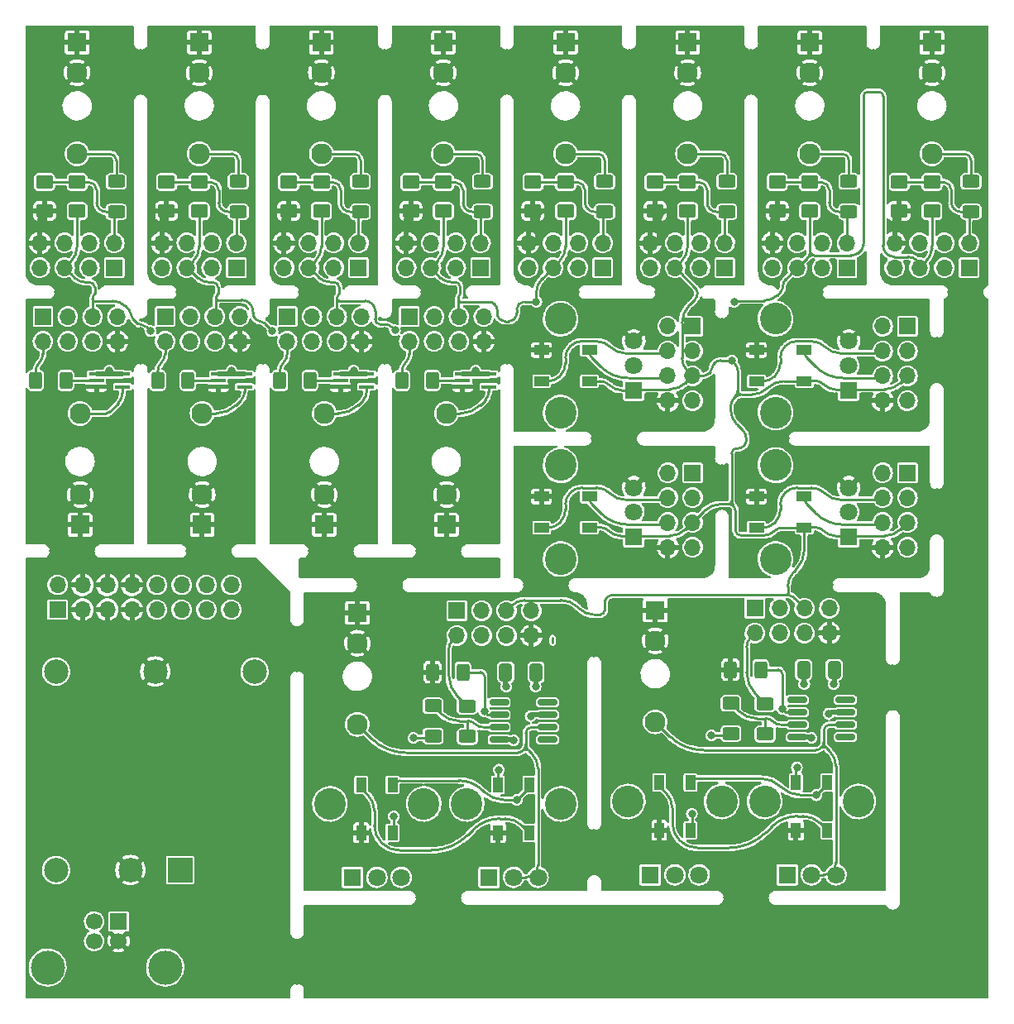
<source format=gbr>
%TF.GenerationSoftware,KiCad,Pcbnew,(6.0.4)*%
%TF.CreationDate,2022-06-03T20:27:28+02:00*%
%TF.ProjectId,vestmannaeyjar-rounded,76657374-6d61-46e6-9e61-65796a61722d,rev?*%
%TF.SameCoordinates,Original*%
%TF.FileFunction,Copper,L1,Top*%
%TF.FilePolarity,Positive*%
%FSLAX46Y46*%
G04 Gerber Fmt 4.6, Leading zero omitted, Abs format (unit mm)*
G04 Created by KiCad (PCBNEW (6.0.4)) date 2022-06-03 20:27:28*
%MOMM*%
%LPD*%
G01*
G04 APERTURE LIST*
G04 Aperture macros list*
%AMRoundRect*
0 Rectangle with rounded corners*
0 $1 Rounding radius*
0 $2 $3 $4 $5 $6 $7 $8 $9 X,Y pos of 4 corners*
0 Add a 4 corners polygon primitive as box body*
4,1,4,$2,$3,$4,$5,$6,$7,$8,$9,$2,$3,0*
0 Add four circle primitives for the rounded corners*
1,1,$1+$1,$2,$3*
1,1,$1+$1,$4,$5*
1,1,$1+$1,$6,$7*
1,1,$1+$1,$8,$9*
0 Add four rect primitives between the rounded corners*
20,1,$1+$1,$2,$3,$4,$5,0*
20,1,$1+$1,$4,$5,$6,$7,0*
20,1,$1+$1,$6,$7,$8,$9,0*
20,1,$1+$1,$8,$9,$2,$3,0*%
G04 Aperture macros list end*
%TA.AperFunction,SMDPad,CuDef*%
%ADD10RoundRect,0.250000X-0.625000X0.400000X-0.625000X-0.400000X0.625000X-0.400000X0.625000X0.400000X0*%
%TD*%
%TA.AperFunction,SMDPad,CuDef*%
%ADD11R,1.500000X0.400000*%
%TD*%
%TA.AperFunction,ComponentPad*%
%ADD12R,2.500000X2.500000*%
%TD*%
%TA.AperFunction,ComponentPad*%
%ADD13C,2.500000*%
%TD*%
%TA.AperFunction,ComponentPad*%
%ADD14R,1.930000X1.830000*%
%TD*%
%TA.AperFunction,ComponentPad*%
%ADD15C,2.130000*%
%TD*%
%TA.AperFunction,ComponentPad*%
%ADD16C,3.240000*%
%TD*%
%TA.AperFunction,ComponentPad*%
%ADD17R,1.800000X1.800000*%
%TD*%
%TA.AperFunction,ComponentPad*%
%ADD18C,1.800000*%
%TD*%
%TA.AperFunction,SMDPad,CuDef*%
%ADD19RoundRect,0.250001X-0.624999X0.462499X-0.624999X-0.462499X0.624999X-0.462499X0.624999X0.462499X0*%
%TD*%
%TA.AperFunction,SMDPad,CuDef*%
%ADD20R,1.000000X1.500000*%
%TD*%
%TA.AperFunction,SMDPad,CuDef*%
%ADD21RoundRect,0.250001X0.624999X-0.462499X0.624999X0.462499X-0.624999X0.462499X-0.624999X-0.462499X0*%
%TD*%
%TA.AperFunction,SMDPad,CuDef*%
%ADD22RoundRect,0.250000X-0.412500X-0.650000X0.412500X-0.650000X0.412500X0.650000X-0.412500X0.650000X0*%
%TD*%
%TA.AperFunction,SMDPad,CuDef*%
%ADD23R,1.500000X1.000000*%
%TD*%
%TA.AperFunction,SMDPad,CuDef*%
%ADD24RoundRect,0.250000X0.625000X-0.400000X0.625000X0.400000X-0.625000X0.400000X-0.625000X-0.400000X0*%
%TD*%
%TA.AperFunction,SMDPad,CuDef*%
%ADD25RoundRect,0.250000X0.400000X0.625000X-0.400000X0.625000X-0.400000X-0.625000X0.400000X-0.625000X0*%
%TD*%
%TA.AperFunction,SMDPad,CuDef*%
%ADD26RoundRect,0.150000X-0.825000X-0.150000X0.825000X-0.150000X0.825000X0.150000X-0.825000X0.150000X0*%
%TD*%
%TA.AperFunction,ComponentPad*%
%ADD27R,1.700000X1.700000*%
%TD*%
%TA.AperFunction,ComponentPad*%
%ADD28O,1.700000X1.700000*%
%TD*%
%TA.AperFunction,ComponentPad*%
%ADD29C,1.700000*%
%TD*%
%TA.AperFunction,ComponentPad*%
%ADD30C,3.500000*%
%TD*%
%TA.AperFunction,ViaPad*%
%ADD31C,0.800000*%
%TD*%
%TA.AperFunction,Conductor*%
%ADD32C,0.250000*%
%TD*%
%TA.AperFunction,Conductor*%
%ADD33C,0.500000*%
%TD*%
G04 APERTURE END LIST*
D10*
%TO.P,R12,1*%
%TO.N,Net-(J15-PadT)*%
X30000000Y-36175000D03*
%TO.P,R12,2*%
%TO.N,Net-(D11-Pad2)*%
X30000000Y-39275000D03*
%TD*%
%TO.P,R14,1*%
%TO.N,Net-(J20-PadT)*%
X42500000Y-36175000D03*
%TO.P,R14,2*%
%TO.N,Net-(D15-Pad2)*%
X42500000Y-39275000D03*
%TD*%
D11*
%TO.P,U5,1*%
%TO.N,+5V*%
X65470000Y-55890000D03*
%TO.P,U5,2*%
%TO.N,Net-(R16-Pad1)*%
X65470000Y-56540000D03*
%TO.P,U5,3,GND*%
%TO.N,GND*%
X65470000Y-57190000D03*
%TO.P,U5,4*%
%TO.N,Net-(J24-PadT)*%
X68130000Y-57190000D03*
%TO.P,U5,5,VCC*%
%TO.N,+5V*%
X68130000Y-55890000D03*
%TD*%
D12*
%TO.P,U3,1,+VIN*%
%TO.N,+5V*%
X36540000Y-106655000D03*
D13*
%TO.P,U3,2,-VIN*%
%TO.N,GND*%
X34000000Y-86335000D03*
X31460000Y-106655000D03*
%TO.P,U3,3,+VOUT*%
%TO.N,+12V*%
X44160000Y-86335000D03*
%TO.P,U3,6*%
%TO.N,N/C*%
X23840000Y-106655000D03*
X23840000Y-86335000D03*
%TD*%
D14*
%TO.P,J20,S*%
%TO.N,GND*%
X38500000Y-21945000D03*
D15*
%TO.P,J20,T*%
%TO.N,Net-(J20-PadT)*%
X38500000Y-33345000D03*
%TO.P,J20,TN*%
%TO.N,GND*%
X38500000Y-25045000D03*
%TD*%
D16*
%TO.P,RV3,*%
%TO.N,*%
X51880000Y-99892500D03*
X61480000Y-99892500D03*
D17*
%TO.P,RV3,1,1*%
%TO.N,+12V*%
X54180000Y-107392500D03*
D18*
%TO.P,RV3,2,2*%
%TO.N,Net-(R5-Pad1)*%
X56680000Y-107392500D03*
%TO.P,RV3,3,3*%
%TO.N,-12V*%
X59180000Y-107392500D03*
%TD*%
D19*
%TO.P,D10,1,K*%
%TO.N,Net-(D10-Pad1)*%
X110160000Y-36237500D03*
%TO.P,D10,2,A*%
%TO.N,GND*%
X110160000Y-39212500D03*
%TD*%
D20*
%TO.P,D22,1,VDD*%
%TO.N,VPP*%
X102780000Y-97689999D03*
%TO.P,D22,2,DOUT*%
%TO.N,Net-(D22-Pad2)*%
X99580000Y-97689999D03*
%TO.P,D22,3,VSS*%
%TO.N,GND*%
X99580000Y-102589999D03*
%TO.P,D22,4,DIN*%
%TO.N,Net-(D21-Pad2)*%
X102780000Y-102589999D03*
%TD*%
D21*
%TO.P,D9,1,K*%
%TO.N,VPP*%
X113500000Y-39212500D03*
%TO.P,D9,2,A*%
%TO.N,Net-(D10-Pad1)*%
X113500000Y-36237500D03*
%TD*%
D10*
%TO.P,R9,1*%
%TO.N,Net-(J9-PadT)*%
X105000000Y-36175000D03*
%TO.P,R9,2*%
%TO.N,Net-(D5-Pad2)*%
X105000000Y-39275000D03*
%TD*%
D14*
%TO.P,J2,S*%
%TO.N,GND*%
X85180000Y-80084999D03*
D15*
%TO.P,J2,T*%
%TO.N,Net-(J2-PadT)*%
X85180000Y-91484999D03*
%TO.P,J2,TN*%
%TO.N,GND*%
X85180000Y-83184999D03*
%TD*%
D11*
%TO.P,U4,1*%
%TO.N,+5V*%
X40470000Y-55890000D03*
%TO.P,U4,2*%
%TO.N,Net-(R15-Pad1)*%
X40470000Y-56540000D03*
%TO.P,U4,3,GND*%
%TO.N,GND*%
X40470000Y-57190000D03*
%TO.P,U4,4*%
%TO.N,Net-(J22-PadT)*%
X43130000Y-57190000D03*
%TO.P,U4,5,VCC*%
%TO.N,+5V*%
X43130000Y-55890000D03*
%TD*%
D22*
%TO.P,C1,1*%
%TO.N,+12V*%
X100367500Y-86139999D03*
%TO.P,C1,2*%
%TO.N,-12V*%
X103492500Y-86139999D03*
%TD*%
D23*
%TO.P,D19,1,VDD*%
%TO.N,VPP*%
X78440000Y-71620000D03*
%TO.P,D19,2,DOUT*%
%TO.N,Net-(D19-Pad2)*%
X78440000Y-68420000D03*
%TO.P,D19,3,VSS*%
%TO.N,GND*%
X73540000Y-68420000D03*
%TO.P,D19,4,DIN*%
%TO.N,Net-(D19-Pad4)*%
X73540000Y-71620000D03*
%TD*%
D14*
%TO.P,J26,S*%
%TO.N,GND*%
X26299999Y-71320000D03*
D15*
%TO.P,J26,T*%
%TO.N,Net-(J26-PadT)*%
X26299999Y-59920000D03*
%TO.P,J26,TN*%
%TO.N,GND*%
X26299999Y-68220000D03*
%TD*%
D14*
%TO.P,J28,S*%
%TO.N,GND*%
X51300000Y-71320000D03*
D15*
%TO.P,J28,T*%
%TO.N,Net-(J28-PadT)*%
X51300000Y-59920000D03*
%TO.P,J28,TN*%
%TO.N,GND*%
X51300000Y-68220000D03*
%TD*%
D14*
%TO.P,J11,S*%
%TO.N,GND*%
X51000000Y-21945000D03*
D15*
%TO.P,J11,T*%
%TO.N,Net-(J11-PadT)*%
X51000000Y-33345000D03*
%TO.P,J11,TN*%
%TO.N,GND*%
X51000000Y-25045000D03*
%TD*%
D16*
%TO.P,RV8,*%
%TO.N,*%
X97490000Y-59820000D03*
X97490000Y-50220000D03*
D17*
%TO.P,RV8,1,1*%
%TO.N,VPP*%
X104990000Y-57520000D03*
D18*
%TO.P,RV8,2,2*%
%TO.N,Net-(J32-Pad2)*%
X104990000Y-55020000D03*
%TO.P,RV8,3,3*%
%TO.N,GND*%
X104990000Y-52520000D03*
%TD*%
D24*
%TO.P,R5,1*%
%TO.N,Net-(R5-Pad1)*%
X62430000Y-92942500D03*
%TO.P,R5,2*%
%TO.N,Net-(R4-Pad2)*%
X62430000Y-89842500D03*
%TD*%
D10*
%TO.P,R13,1*%
%TO.N,Net-(J17-PadT)*%
X92500000Y-36175000D03*
%TO.P,R13,2*%
%TO.N,Net-(D13-Pad2)*%
X92500000Y-39275000D03*
%TD*%
D14*
%TO.P,J17,S*%
%TO.N,GND*%
X88500000Y-21945000D03*
D15*
%TO.P,J17,T*%
%TO.N,Net-(J17-PadT)*%
X88500000Y-33345000D03*
%TO.P,J17,TN*%
%TO.N,GND*%
X88500000Y-25045000D03*
%TD*%
D14*
%TO.P,J7,S*%
%TO.N,GND*%
X63500000Y-21945000D03*
D15*
%TO.P,J7,T*%
%TO.N,Net-(J7-PadT)*%
X63500000Y-33345000D03*
%TO.P,J7,TN*%
%TO.N,GND*%
X63500000Y-25045000D03*
%TD*%
D21*
%TO.P,D7,1,K*%
%TO.N,VPP*%
X51000000Y-39212500D03*
%TO.P,D7,2,A*%
%TO.N,Net-(D7-Pad2)*%
X51000000Y-36237500D03*
%TD*%
D10*
%TO.P,R8,1*%
%TO.N,Net-(J7-PadT)*%
X67500000Y-36175000D03*
%TO.P,R8,2*%
%TO.N,Net-(D3-Pad2)*%
X67500000Y-39275000D03*
%TD*%
%TO.P,R10,1*%
%TO.N,Net-(J11-PadT)*%
X55000000Y-36175000D03*
%TO.P,R10,2*%
%TO.N,Net-(D7-Pad2)*%
X55000000Y-39275000D03*
%TD*%
D20*
%TO.P,D24,1,VDD*%
%TO.N,VPP*%
X72280000Y-97942500D03*
%TO.P,D24,2,DOUT*%
%TO.N,Net-(D24-Pad2)*%
X69080000Y-97942500D03*
%TO.P,D24,3,VSS*%
%TO.N,GND*%
X69080000Y-102842500D03*
%TO.P,D24,4,DIN*%
%TO.N,Net-(D23-Pad2)*%
X72280000Y-102842500D03*
%TD*%
D19*
%TO.P,D4,1,K*%
%TO.N,Net-(D3-Pad2)*%
X60160000Y-36237500D03*
%TO.P,D4,2,A*%
%TO.N,GND*%
X60160000Y-39212500D03*
%TD*%
D25*
%TO.P,R6,1*%
%TO.N,Net-(R6-Pad1)*%
X65480000Y-86392500D03*
%TO.P,R6,2*%
%TO.N,GND*%
X62380000Y-86392500D03*
%TD*%
D19*
%TO.P,D2,1,K*%
%TO.N,Net-(D1-Pad2)*%
X72660000Y-36237500D03*
%TO.P,D2,2,A*%
%TO.N,GND*%
X72660000Y-39212500D03*
%TD*%
D21*
%TO.P,D11,1,K*%
%TO.N,VPP*%
X26000000Y-39212500D03*
%TO.P,D11,2,A*%
%TO.N,Net-(D11-Pad2)*%
X26000000Y-36237500D03*
%TD*%
D11*
%TO.P,U7,1*%
%TO.N,+5V*%
X52970001Y-55890000D03*
%TO.P,U7,2*%
%TO.N,Net-(R18-Pad1)*%
X52970001Y-56540000D03*
%TO.P,U7,3,GND*%
%TO.N,GND*%
X52970001Y-57190000D03*
%TO.P,U7,4*%
%TO.N,Net-(J28-PadT)*%
X55630001Y-57190000D03*
%TO.P,U7,5,VCC*%
%TO.N,+5V*%
X55630001Y-55890000D03*
%TD*%
D16*
%TO.P,RV5,*%
%TO.N,*%
X97490000Y-65220000D03*
X97490000Y-74820000D03*
D17*
%TO.P,RV5,1,1*%
%TO.N,VPP*%
X104990000Y-72520000D03*
D18*
%TO.P,RV5,2,2*%
%TO.N,Net-(J29-Pad2)*%
X104990000Y-70020000D03*
%TO.P,RV5,3,3*%
%TO.N,GND*%
X104990000Y-67520000D03*
%TD*%
D14*
%TO.P,J4,S*%
%TO.N,GND*%
X54680000Y-80337500D03*
D15*
%TO.P,J4,T*%
%TO.N,Net-(J4-PadT)*%
X54680000Y-91737500D03*
%TO.P,J4,TN*%
%TO.N,GND*%
X54680000Y-83437500D03*
%TD*%
D19*
%TO.P,D12,1,K*%
%TO.N,Net-(D11-Pad2)*%
X22660000Y-36237500D03*
%TO.P,D12,2,A*%
%TO.N,GND*%
X22660000Y-39212500D03*
%TD*%
D21*
%TO.P,D3,1,K*%
%TO.N,VPP*%
X63500000Y-39212500D03*
%TO.P,D3,2,A*%
%TO.N,Net-(D3-Pad2)*%
X63500000Y-36237500D03*
%TD*%
D16*
%TO.P,RV6,*%
%TO.N,*%
X75490000Y-50220000D03*
X75490000Y-59820000D03*
D17*
%TO.P,RV6,1,1*%
%TO.N,VPP*%
X82990000Y-57520000D03*
D18*
%TO.P,RV6,2,2*%
%TO.N,Net-(J30-Pad2)*%
X82990000Y-55020000D03*
%TO.P,RV6,3,3*%
%TO.N,GND*%
X82990000Y-52520000D03*
%TD*%
D16*
%TO.P,RV7,*%
%TO.N,*%
X75490000Y-65220000D03*
X75490000Y-74820000D03*
D17*
%TO.P,RV7,1,1*%
%TO.N,VPP*%
X82990000Y-72520000D03*
D18*
%TO.P,RV7,2,2*%
%TO.N,Net-(J31-Pad2)*%
X82990000Y-70020000D03*
%TO.P,RV7,3,3*%
%TO.N,GND*%
X82990000Y-67520000D03*
%TD*%
D21*
%TO.P,D1,1,K*%
%TO.N,VPP*%
X76000000Y-39212500D03*
%TO.P,D1,2,A*%
%TO.N,Net-(D1-Pad2)*%
X76000000Y-36237500D03*
%TD*%
D14*
%TO.P,J5,S*%
%TO.N,GND*%
X76000000Y-21945000D03*
D15*
%TO.P,J5,T*%
%TO.N,Net-(J5-PadT)*%
X76000000Y-33345000D03*
%TO.P,J5,TN*%
%TO.N,GND*%
X76000000Y-25045000D03*
%TD*%
D14*
%TO.P,J13,S*%
%TO.N,GND*%
X113500000Y-21945000D03*
D15*
%TO.P,J13,T*%
%TO.N,Net-(J13-PadT)*%
X113500000Y-33345000D03*
%TO.P,J13,TN*%
%TO.N,GND*%
X113500000Y-25045000D03*
%TD*%
D25*
%TO.P,R15,1*%
%TO.N,Net-(R15-Pad1)*%
X37349999Y-56540000D03*
%TO.P,R15,2*%
%TO.N,Net-(J18-Pad2)*%
X34249999Y-56540000D03*
%TD*%
D22*
%TO.P,C2,1*%
%TO.N,+12V*%
X69867500Y-86392500D03*
%TO.P,C2,2*%
%TO.N,-12V*%
X72992500Y-86392500D03*
%TD*%
D25*
%TO.P,R18,1*%
%TO.N,Net-(R18-Pad1)*%
X49850000Y-56540000D03*
%TO.P,R18,2*%
%TO.N,Net-(J27-Pad2)*%
X46750000Y-56540000D03*
%TD*%
D16*
%TO.P,RV2,*%
%TO.N,*%
X96380000Y-99639999D03*
X105980000Y-99639999D03*
D17*
%TO.P,RV2,1,1*%
%TO.N,Net-(R3-Pad1)*%
X98680000Y-107139999D03*
D18*
%TO.P,RV2,2,2*%
%TO.N,Net-(J2-PadT)*%
X101180000Y-107139999D03*
%TO.P,RV2,3,3*%
X103680000Y-107139999D03*
%TD*%
D26*
%TO.P,U2,1,NULL*%
%TO.N,unconnected-(U2-Pad1)*%
X69205000Y-89487500D03*
%TO.P,U2,2,-*%
%TO.N,Net-(R6-Pad1)*%
X69205000Y-90757500D03*
%TO.P,U2,3,+*%
%TO.N,Net-(R4-Pad2)*%
X69205000Y-92027500D03*
%TO.P,U2,4,V-*%
%TO.N,-12V*%
X69205000Y-93297500D03*
%TO.P,U2,5,NULL*%
%TO.N,unconnected-(U2-Pad5)*%
X74155000Y-93297500D03*
%TO.P,U2,6*%
%TO.N,Net-(J4-PadT)*%
X74155000Y-92027500D03*
%TO.P,U2,7,V+*%
%TO.N,+12V*%
X74155000Y-90757500D03*
%TO.P,U2,8,NC*%
%TO.N,unconnected-(U2-Pad8)*%
X74155000Y-89487500D03*
%TD*%
D10*
%TO.P,R11,1*%
%TO.N,Net-(J13-PadT)*%
X117500000Y-36175000D03*
%TO.P,R11,2*%
%TO.N,Net-(D10-Pad1)*%
X117500000Y-39275000D03*
%TD*%
D19*
%TO.P,D16,1,K*%
%TO.N,Net-(D15-Pad2)*%
X35160000Y-36237500D03*
%TO.P,D16,2,A*%
%TO.N,GND*%
X35160000Y-39212500D03*
%TD*%
D14*
%TO.P,J22,S*%
%TO.N,GND*%
X38799999Y-71320000D03*
D15*
%TO.P,J22,T*%
%TO.N,Net-(J22-PadT)*%
X38799999Y-59920000D03*
%TO.P,J22,TN*%
%TO.N,GND*%
X38799999Y-68220000D03*
%TD*%
D24*
%TO.P,R2,1*%
%TO.N,Net-(R2-Pad1)*%
X92930000Y-92689999D03*
%TO.P,R2,2*%
%TO.N,Net-(R1-Pad2)*%
X92930000Y-89589999D03*
%TD*%
D10*
%TO.P,R4,1*%
%TO.N,Net-(J3-Pad2)*%
X65930000Y-89892500D03*
%TO.P,R4,2*%
%TO.N,Net-(R4-Pad2)*%
X65930000Y-92992500D03*
%TD*%
D20*
%TO.P,D23,1,VDD*%
%TO.N,VPP*%
X58280000Y-97942500D03*
%TO.P,D23,2,DOUT*%
%TO.N,Net-(D23-Pad2)*%
X55080000Y-97942500D03*
%TO.P,D23,3,VSS*%
%TO.N,GND*%
X55080000Y-102842500D03*
%TO.P,D23,4,DIN*%
%TO.N,Net-(D23-Pad4)*%
X58280000Y-102842500D03*
%TD*%
D19*
%TO.P,D14,1,K*%
%TO.N,Net-(D13-Pad2)*%
X85160000Y-36237500D03*
%TO.P,D14,2,A*%
%TO.N,GND*%
X85160000Y-39212500D03*
%TD*%
D26*
%TO.P,U1,1,NULL*%
%TO.N,unconnected-(U1-Pad1)*%
X99705000Y-89234999D03*
%TO.P,U1,2,-*%
%TO.N,Net-(R3-Pad1)*%
X99705000Y-90504999D03*
%TO.P,U1,3,+*%
%TO.N,Net-(R1-Pad2)*%
X99705000Y-91774999D03*
%TO.P,U1,4,V-*%
%TO.N,-12V*%
X99705000Y-93044999D03*
%TO.P,U1,5,NULL*%
%TO.N,unconnected-(U1-Pad5)*%
X104655000Y-93044999D03*
%TO.P,U1,6*%
%TO.N,Net-(J2-PadT)*%
X104655000Y-91774999D03*
%TO.P,U1,7,V+*%
%TO.N,+12V*%
X104655000Y-90504999D03*
%TO.P,U1,8,NC*%
%TO.N,unconnected-(U1-Pad8)*%
X104655000Y-89234999D03*
%TD*%
D16*
%TO.P,RV4,*%
%TO.N,*%
X65880000Y-99892500D03*
X75480000Y-99892500D03*
D17*
%TO.P,RV4,1,1*%
%TO.N,Net-(R6-Pad1)*%
X68180000Y-107392500D03*
D18*
%TO.P,RV4,2,2*%
%TO.N,Net-(J4-PadT)*%
X70680000Y-107392500D03*
%TO.P,RV4,3,3*%
X73180000Y-107392500D03*
%TD*%
D25*
%TO.P,R17,1*%
%TO.N,Net-(R17-Pad1)*%
X24849999Y-56540000D03*
%TO.P,R17,2*%
%TO.N,Net-(J25-Pad2)*%
X21749999Y-56540000D03*
%TD*%
D20*
%TO.P,D21,1,VDD*%
%TO.N,VPP*%
X88780000Y-97689999D03*
%TO.P,D21,2,DOUT*%
%TO.N,Net-(D21-Pad2)*%
X85580000Y-97689999D03*
%TO.P,D21,3,VSS*%
%TO.N,GND*%
X85580000Y-102589999D03*
%TO.P,D21,4,DIN*%
%TO.N,Net-(D21-Pad4)*%
X88780000Y-102589999D03*
%TD*%
D25*
%TO.P,R16,1*%
%TO.N,Net-(R16-Pad1)*%
X62349999Y-56540000D03*
%TO.P,R16,2*%
%TO.N,Net-(J23-Pad2)*%
X59249999Y-56540000D03*
%TD*%
D21*
%TO.P,D5,1,K*%
%TO.N,VPP*%
X101000000Y-39212500D03*
%TO.P,D5,2,A*%
%TO.N,Net-(D5-Pad2)*%
X101000000Y-36237500D03*
%TD*%
D27*
%TO.P,J33,1,Pin_1*%
%TO.N,-12V*%
X24000000Y-80000000D03*
D28*
%TO.P,J33,2,Pin_2*%
X24000000Y-77460000D03*
%TO.P,J33,3,Pin_3*%
%TO.N,GND*%
X26540000Y-80000000D03*
%TO.P,J33,4,Pin_4*%
X26540000Y-77460000D03*
%TO.P,J33,5,Pin_5*%
X29080000Y-80000000D03*
%TO.P,J33,6,Pin_6*%
X29080000Y-77460000D03*
%TO.P,J33,7,Pin_7*%
X31620000Y-80000000D03*
%TO.P,J33,8,Pin_8*%
X31620000Y-77460000D03*
%TO.P,J33,9,Pin_9*%
%TO.N,+12V*%
X34160000Y-80000000D03*
%TO.P,J33,10,Pin_10*%
X34160000Y-77460000D03*
%TO.P,J33,11,Pin_11*%
%TO.N,+5V*%
X36700000Y-80000000D03*
%TO.P,J33,12,Pin_12*%
X36700000Y-77460000D03*
%TO.P,J33,13,Pin_13*%
%TO.N,unconnected-(J33-Pad13)*%
X39240000Y-80000000D03*
%TO.P,J33,14,Pin_14*%
%TO.N,unconnected-(J33-Pad14)*%
X39240000Y-77460000D03*
%TO.P,J33,15,Pin_15*%
%TO.N,unconnected-(J33-Pad15)*%
X41780000Y-80000000D03*
%TO.P,J33,16,Pin_16*%
%TO.N,unconnected-(J33-Pad16)*%
X41780000Y-77460000D03*
%TD*%
D27*
%TO.P,J37,1,VBUS*%
%TO.N,+5V*%
X30250000Y-111917500D03*
D29*
%TO.P,J37,2,D-*%
%TO.N,unconnected-(J37-Pad2)*%
X27750000Y-111917500D03*
%TO.P,J37,3,D+*%
%TO.N,unconnected-(J37-Pad3)*%
X27750000Y-113917500D03*
%TO.P,J37,4,GND*%
%TO.N,GND*%
X30250000Y-113917500D03*
D30*
%TO.P,J37,5,Shield*%
%TO.N,unconnected-(J37-Pad5)*%
X35020000Y-116627500D03*
X22980000Y-116627500D03*
%TD*%
D25*
%TO.P,R3,1*%
%TO.N,Net-(R3-Pad1)*%
X95980000Y-86139999D03*
%TO.P,R3,2*%
%TO.N,GND*%
X92880000Y-86139999D03*
%TD*%
D21*
%TO.P,D15,1,K*%
%TO.N,VPP*%
X38500000Y-39212500D03*
%TO.P,D15,2,A*%
%TO.N,Net-(D15-Pad2)*%
X38500000Y-36237500D03*
%TD*%
D14*
%TO.P,J24,S*%
%TO.N,GND*%
X63799999Y-71320000D03*
D15*
%TO.P,J24,T*%
%TO.N,Net-(J24-PadT)*%
X63799999Y-59920000D03*
%TO.P,J24,TN*%
%TO.N,GND*%
X63799999Y-68220000D03*
%TD*%
D21*
%TO.P,D13,1,K*%
%TO.N,VPP*%
X88500000Y-39212500D03*
%TO.P,D13,2,A*%
%TO.N,Net-(D13-Pad2)*%
X88500000Y-36237500D03*
%TD*%
D10*
%TO.P,R7,1*%
%TO.N,Net-(J5-PadT)*%
X80000000Y-36175000D03*
%TO.P,R7,2*%
%TO.N,Net-(D1-Pad2)*%
X80000000Y-39275000D03*
%TD*%
D16*
%TO.P,RV1,*%
%TO.N,*%
X82380000Y-99639999D03*
X91980000Y-99639999D03*
D17*
%TO.P,RV1,1,1*%
%TO.N,+12V*%
X84680000Y-107139999D03*
D18*
%TO.P,RV1,2,2*%
%TO.N,Net-(R2-Pad1)*%
X87180000Y-107139999D03*
%TO.P,RV1,3,3*%
%TO.N,-12V*%
X89680000Y-107139999D03*
%TD*%
D11*
%TO.P,U6,1*%
%TO.N,+5V*%
X27970000Y-55890000D03*
%TO.P,U6,2*%
%TO.N,Net-(R17-Pad1)*%
X27970000Y-56540000D03*
%TO.P,U6,3,GND*%
%TO.N,GND*%
X27970000Y-57190000D03*
%TO.P,U6,4*%
%TO.N,Net-(J26-PadT)*%
X30630000Y-57190000D03*
%TO.P,U6,5,VCC*%
%TO.N,+5V*%
X30630000Y-55890000D03*
%TD*%
D23*
%TO.P,D17,1,VDD*%
%TO.N,VPP*%
X100440000Y-71620000D03*
%TO.P,D17,2,DOUT*%
%TO.N,Net-(D17-Pad2)*%
X100440000Y-68420000D03*
%TO.P,D17,3,VSS*%
%TO.N,GND*%
X95540000Y-68420000D03*
%TO.P,D17,4,DIN*%
%TO.N,Net-(D17-Pad4)*%
X95540000Y-71620000D03*
%TD*%
D14*
%TO.P,J15,S*%
%TO.N,GND*%
X26000000Y-21945000D03*
D15*
%TO.P,J15,T*%
%TO.N,Net-(J15-PadT)*%
X26000000Y-33345000D03*
%TO.P,J15,TN*%
%TO.N,GND*%
X26000000Y-25045000D03*
%TD*%
D14*
%TO.P,J9,S*%
%TO.N,GND*%
X101000000Y-21945000D03*
D15*
%TO.P,J9,T*%
%TO.N,Net-(J9-PadT)*%
X101000000Y-33345000D03*
%TO.P,J9,TN*%
%TO.N,GND*%
X101000000Y-25045000D03*
%TD*%
D23*
%TO.P,D20,1,VDD*%
%TO.N,VPP*%
X100440000Y-56620000D03*
%TO.P,D20,2,DOUT*%
%TO.N,Net-(D20-Pad2)*%
X100440000Y-53420000D03*
%TO.P,D20,3,VSS*%
%TO.N,GND*%
X95540000Y-53420000D03*
%TO.P,D20,4,DIN*%
%TO.N,Net-(D20-Pad4)*%
X95540000Y-56620000D03*
%TD*%
D19*
%TO.P,D6,1,K*%
%TO.N,Net-(D5-Pad2)*%
X97660000Y-36237500D03*
%TO.P,D6,2,A*%
%TO.N,GND*%
X97660000Y-39212500D03*
%TD*%
D23*
%TO.P,D18,1,VDD*%
%TO.N,VPP*%
X78440000Y-56620000D03*
%TO.P,D18,2,DOUT*%
%TO.N,Net-(D18-Pad2)*%
X78440000Y-53420000D03*
%TO.P,D18,3,VSS*%
%TO.N,GND*%
X73540000Y-53420000D03*
%TO.P,D18,4,DIN*%
%TO.N,Net-(D18-Pad4)*%
X73540000Y-56620000D03*
%TD*%
D19*
%TO.P,D8,1,K*%
%TO.N,Net-(D7-Pad2)*%
X47660000Y-36237500D03*
%TO.P,D8,2,A*%
%TO.N,GND*%
X47660000Y-39212500D03*
%TD*%
D10*
%TO.P,R1,1*%
%TO.N,Net-(J1-Pad2)*%
X96430000Y-89639999D03*
%TO.P,R1,2*%
%TO.N,Net-(R1-Pad2)*%
X96430000Y-92739999D03*
%TD*%
D27*
%TO.P,J31,1,Pin_1*%
%TO.N,+12V*%
X89000000Y-66000000D03*
D28*
%TO.P,J31,2,Pin_2*%
%TO.N,Net-(J31-Pad2)*%
X86460000Y-66000000D03*
%TO.P,J31,3,Pin_3*%
%TO.N,+5V*%
X89000000Y-68540000D03*
%TO.P,J31,4,Pin_4*%
%TO.N,Net-(D19-Pad4)*%
X86460000Y-68540000D03*
%TO.P,J31,5,Pin_5*%
%TO.N,VPP*%
X89000000Y-71080000D03*
%TO.P,J31,6,Pin_6*%
%TO.N,Net-(D19-Pad2)*%
X86460000Y-71080000D03*
%TO.P,J31,7,Pin_7*%
%TO.N,-12V*%
X89000000Y-73620000D03*
%TO.P,J31,8,Pin_8*%
%TO.N,GND*%
X86460000Y-73620000D03*
%TD*%
D27*
%TO.P,J14,1,Pin_1*%
%TO.N,+12V*%
X117300000Y-45000000D03*
D28*
%TO.P,J14,2,Pin_2*%
%TO.N,Net-(D10-Pad1)*%
X117300000Y-42460000D03*
%TO.P,J14,3,Pin_3*%
%TO.N,+5V*%
X114760000Y-45000000D03*
%TO.P,J14,4,Pin_4*%
%TO.N,unconnected-(J14-Pad4)*%
X114760000Y-42460000D03*
%TO.P,J14,5,Pin_5*%
%TO.N,VPP*%
X112220000Y-45000000D03*
%TO.P,J14,6,Pin_6*%
%TO.N,unconnected-(J14-Pad6)*%
X112220000Y-42460000D03*
%TO.P,J14,7,Pin_7*%
%TO.N,-12V*%
X109680000Y-45000000D03*
%TO.P,J14,8,Pin_8*%
%TO.N,GND*%
X109680000Y-42460000D03*
%TD*%
D27*
%TO.P,J25,1,Pin_1*%
%TO.N,+12V*%
X22500000Y-50000000D03*
D28*
%TO.P,J25,2,Pin_2*%
%TO.N,Net-(J25-Pad2)*%
X22500000Y-52540000D03*
%TO.P,J25,3,Pin_3*%
%TO.N,+5V*%
X25040000Y-50000000D03*
%TO.P,J25,4,Pin_4*%
%TO.N,unconnected-(J25-Pad4)*%
X25040000Y-52540000D03*
%TO.P,J25,5,Pin_5*%
%TO.N,VPP*%
X27580000Y-50000000D03*
%TO.P,J25,6,Pin_6*%
%TO.N,unconnected-(J25-Pad6)*%
X27580000Y-52540000D03*
%TO.P,J25,7,Pin_7*%
%TO.N,-12V*%
X30120000Y-50000000D03*
%TO.P,J25,8,Pin_8*%
%TO.N,GND*%
X30120000Y-52540000D03*
%TD*%
D27*
%TO.P,J16,1,Pin_1*%
%TO.N,+12V*%
X29800000Y-45000000D03*
D28*
%TO.P,J16,2,Pin_2*%
%TO.N,Net-(D11-Pad2)*%
X29800000Y-42460000D03*
%TO.P,J16,3,Pin_3*%
%TO.N,+5V*%
X27260000Y-45000000D03*
%TO.P,J16,4,Pin_4*%
%TO.N,unconnected-(J16-Pad4)*%
X27260000Y-42460000D03*
%TO.P,J16,5,Pin_5*%
%TO.N,VPP*%
X24720000Y-45000000D03*
%TO.P,J16,6,Pin_6*%
%TO.N,unconnected-(J16-Pad6)*%
X24720000Y-42460000D03*
%TO.P,J16,7,Pin_7*%
%TO.N,-12V*%
X22180000Y-45000000D03*
%TO.P,J16,8,Pin_8*%
%TO.N,GND*%
X22180000Y-42460000D03*
%TD*%
D27*
%TO.P,J18,1,Pin_1*%
%TO.N,+12V*%
X35000000Y-50000000D03*
D28*
%TO.P,J18,2,Pin_2*%
%TO.N,Net-(J18-Pad2)*%
X35000000Y-52540000D03*
%TO.P,J18,3,Pin_3*%
%TO.N,+5V*%
X37540000Y-50000000D03*
%TO.P,J18,4,Pin_4*%
%TO.N,unconnected-(J18-Pad4)*%
X37540000Y-52540000D03*
%TO.P,J18,5,Pin_5*%
%TO.N,VPP*%
X40080000Y-50000000D03*
%TO.P,J18,6,Pin_6*%
%TO.N,unconnected-(J18-Pad6)*%
X40080000Y-52540000D03*
%TO.P,J18,7,Pin_7*%
%TO.N,-12V*%
X42620000Y-50000000D03*
%TO.P,J18,8,Pin_8*%
%TO.N,GND*%
X42620000Y-52540000D03*
%TD*%
D27*
%TO.P,J12,1,Pin_1*%
%TO.N,+12V*%
X54800000Y-45000000D03*
D28*
%TO.P,J12,2,Pin_2*%
%TO.N,Net-(D7-Pad2)*%
X54800000Y-42460000D03*
%TO.P,J12,3,Pin_3*%
%TO.N,+5V*%
X52260000Y-45000000D03*
%TO.P,J12,4,Pin_4*%
%TO.N,unconnected-(J12-Pad4)*%
X52260000Y-42460000D03*
%TO.P,J12,5,Pin_5*%
%TO.N,VPP*%
X49720000Y-45000000D03*
%TO.P,J12,6,Pin_6*%
%TO.N,unconnected-(J12-Pad6)*%
X49720000Y-42460000D03*
%TO.P,J12,7,Pin_7*%
%TO.N,-12V*%
X47180000Y-45000000D03*
%TO.P,J12,8,Pin_8*%
%TO.N,GND*%
X47180000Y-42460000D03*
%TD*%
D27*
%TO.P,J19,1,Pin_1*%
%TO.N,+12V*%
X92300000Y-45000000D03*
D28*
%TO.P,J19,2,Pin_2*%
%TO.N,Net-(D13-Pad2)*%
X92300000Y-42460000D03*
%TO.P,J19,3,Pin_3*%
%TO.N,+5V*%
X89760000Y-45000000D03*
%TO.P,J19,4,Pin_4*%
%TO.N,unconnected-(J19-Pad4)*%
X89760000Y-42460000D03*
%TO.P,J19,5,Pin_5*%
%TO.N,VPP*%
X87220000Y-45000000D03*
%TO.P,J19,6,Pin_6*%
%TO.N,unconnected-(J19-Pad6)*%
X87220000Y-42460000D03*
%TO.P,J19,7,Pin_7*%
%TO.N,-12V*%
X84680000Y-45000000D03*
%TO.P,J19,8,Pin_8*%
%TO.N,GND*%
X84680000Y-42460000D03*
%TD*%
D27*
%TO.P,J1,1,Pin_1*%
%TO.N,+12V*%
X95380000Y-79864999D03*
D28*
%TO.P,J1,2,Pin_2*%
%TO.N,Net-(J1-Pad2)*%
X95380000Y-82404999D03*
%TO.P,J1,3,Pin_3*%
%TO.N,+5V*%
X97920000Y-79864999D03*
%TO.P,J1,4,Pin_4*%
%TO.N,Net-(D21-Pad4)*%
X97920000Y-82404999D03*
%TO.P,J1,5,Pin_5*%
%TO.N,VPP*%
X100460000Y-79864999D03*
%TO.P,J1,6,Pin_6*%
%TO.N,Net-(D22-Pad2)*%
X100460000Y-82404999D03*
%TO.P,J1,7,Pin_7*%
%TO.N,-12V*%
X103000000Y-79864999D03*
%TO.P,J1,8,Pin_8*%
%TO.N,GND*%
X103000000Y-82404999D03*
%TD*%
D27*
%TO.P,J30,1,Pin_1*%
%TO.N,+12V*%
X89000000Y-51000000D03*
D28*
%TO.P,J30,2,Pin_2*%
%TO.N,Net-(J30-Pad2)*%
X86460000Y-51000000D03*
%TO.P,J30,3,Pin_3*%
%TO.N,+5V*%
X89000000Y-53540000D03*
%TO.P,J30,4,Pin_4*%
%TO.N,Net-(D18-Pad4)*%
X86460000Y-53540000D03*
%TO.P,J30,5,Pin_5*%
%TO.N,VPP*%
X89000000Y-56080000D03*
%TO.P,J30,6,Pin_6*%
%TO.N,Net-(D18-Pad2)*%
X86460000Y-56080000D03*
%TO.P,J30,7,Pin_7*%
%TO.N,-12V*%
X89000000Y-58620000D03*
%TO.P,J30,8,Pin_8*%
%TO.N,GND*%
X86460000Y-58620000D03*
%TD*%
D27*
%TO.P,J6,1,Pin_1*%
%TO.N,+12V*%
X79800000Y-45000000D03*
D28*
%TO.P,J6,2,Pin_2*%
%TO.N,Net-(D1-Pad2)*%
X79800000Y-42460000D03*
%TO.P,J6,3,Pin_3*%
%TO.N,+5V*%
X77260000Y-45000000D03*
%TO.P,J6,4,Pin_4*%
%TO.N,unconnected-(J6-Pad4)*%
X77260000Y-42460000D03*
%TO.P,J6,5,Pin_5*%
%TO.N,VPP*%
X74720000Y-45000000D03*
%TO.P,J6,6,Pin_6*%
%TO.N,unconnected-(J6-Pad6)*%
X74720000Y-42460000D03*
%TO.P,J6,7,Pin_7*%
%TO.N,-12V*%
X72180000Y-45000000D03*
%TO.P,J6,8,Pin_8*%
%TO.N,GND*%
X72180000Y-42460000D03*
%TD*%
D27*
%TO.P,J3,1,Pin_1*%
%TO.N,+12V*%
X64880000Y-80117500D03*
D28*
%TO.P,J3,2,Pin_2*%
%TO.N,Net-(J3-Pad2)*%
X64880000Y-82657500D03*
%TO.P,J3,3,Pin_3*%
%TO.N,+5V*%
X67420000Y-80117500D03*
%TO.P,J3,4,Pin_4*%
%TO.N,Net-(D23-Pad4)*%
X67420000Y-82657500D03*
%TO.P,J3,5,Pin_5*%
%TO.N,VPP*%
X69960000Y-80117500D03*
%TO.P,J3,6,Pin_6*%
%TO.N,Net-(D24-Pad2)*%
X69960000Y-82657500D03*
%TO.P,J3,7,Pin_7*%
%TO.N,-12V*%
X72500000Y-80117500D03*
%TO.P,J3,8,Pin_8*%
%TO.N,GND*%
X72500000Y-82657500D03*
%TD*%
D27*
%TO.P,J10,1,Pin_1*%
%TO.N,+12V*%
X104800000Y-45000000D03*
D28*
%TO.P,J10,2,Pin_2*%
%TO.N,Net-(D5-Pad2)*%
X104800000Y-42460000D03*
%TO.P,J10,3,Pin_3*%
%TO.N,+5V*%
X102260000Y-45000000D03*
%TO.P,J10,4,Pin_4*%
%TO.N,unconnected-(J10-Pad4)*%
X102260000Y-42460000D03*
%TO.P,J10,5,Pin_5*%
%TO.N,VPP*%
X99720000Y-45000000D03*
%TO.P,J10,6,Pin_6*%
%TO.N,unconnected-(J10-Pad6)*%
X99720000Y-42460000D03*
%TO.P,J10,7,Pin_7*%
%TO.N,-12V*%
X97180000Y-45000000D03*
%TO.P,J10,8,Pin_8*%
%TO.N,GND*%
X97180000Y-42460000D03*
%TD*%
D27*
%TO.P,J32,1,Pin_1*%
%TO.N,+12V*%
X111000000Y-51000000D03*
D28*
%TO.P,J32,2,Pin_2*%
%TO.N,Net-(J32-Pad2)*%
X108460000Y-51000000D03*
%TO.P,J32,3,Pin_3*%
%TO.N,+5V*%
X111000000Y-53540000D03*
%TO.P,J32,4,Pin_4*%
%TO.N,Net-(D20-Pad4)*%
X108460000Y-53540000D03*
%TO.P,J32,5,Pin_5*%
%TO.N,VPP*%
X111000000Y-56080000D03*
%TO.P,J32,6,Pin_6*%
%TO.N,Net-(D20-Pad2)*%
X108460000Y-56080000D03*
%TO.P,J32,7,Pin_7*%
%TO.N,-12V*%
X111000000Y-58620000D03*
%TO.P,J32,8,Pin_8*%
%TO.N,GND*%
X108460000Y-58620000D03*
%TD*%
D27*
%TO.P,J21,1,Pin_1*%
%TO.N,+12V*%
X42300000Y-45000000D03*
D28*
%TO.P,J21,2,Pin_2*%
%TO.N,Net-(D15-Pad2)*%
X42300000Y-42460000D03*
%TO.P,J21,3,Pin_3*%
%TO.N,+5V*%
X39760000Y-45000000D03*
%TO.P,J21,4,Pin_4*%
%TO.N,unconnected-(J21-Pad4)*%
X39760000Y-42460000D03*
%TO.P,J21,5,Pin_5*%
%TO.N,VPP*%
X37220000Y-45000000D03*
%TO.P,J21,6,Pin_6*%
%TO.N,unconnected-(J21-Pad6)*%
X37220000Y-42460000D03*
%TO.P,J21,7,Pin_7*%
%TO.N,-12V*%
X34680000Y-45000000D03*
%TO.P,J21,8,Pin_8*%
%TO.N,GND*%
X34680000Y-42460000D03*
%TD*%
D27*
%TO.P,J23,1,Pin_1*%
%TO.N,+12V*%
X60000000Y-50000000D03*
D28*
%TO.P,J23,2,Pin_2*%
%TO.N,Net-(J23-Pad2)*%
X60000000Y-52540000D03*
%TO.P,J23,3,Pin_3*%
%TO.N,+5V*%
X62540000Y-50000000D03*
%TO.P,J23,4,Pin_4*%
%TO.N,unconnected-(J23-Pad4)*%
X62540000Y-52540000D03*
%TO.P,J23,5,Pin_5*%
%TO.N,VPP*%
X65080000Y-50000000D03*
%TO.P,J23,6,Pin_6*%
%TO.N,unconnected-(J23-Pad6)*%
X65080000Y-52540000D03*
%TO.P,J23,7,Pin_7*%
%TO.N,-12V*%
X67620000Y-50000000D03*
%TO.P,J23,8,Pin_8*%
%TO.N,GND*%
X67620000Y-52540000D03*
%TD*%
D27*
%TO.P,J29,1,Pin_1*%
%TO.N,+12V*%
X111000000Y-66000000D03*
D28*
%TO.P,J29,2,Pin_2*%
%TO.N,Net-(J29-Pad2)*%
X108460000Y-66000000D03*
%TO.P,J29,3,Pin_3*%
%TO.N,+5V*%
X111000000Y-68540000D03*
%TO.P,J29,4,Pin_4*%
%TO.N,Net-(D17-Pad4)*%
X108460000Y-68540000D03*
%TO.P,J29,5,Pin_5*%
%TO.N,VPP*%
X111000000Y-71080000D03*
%TO.P,J29,6,Pin_6*%
%TO.N,Net-(D17-Pad2)*%
X108460000Y-71080000D03*
%TO.P,J29,7,Pin_7*%
%TO.N,-12V*%
X111000000Y-73620000D03*
%TO.P,J29,8,Pin_8*%
%TO.N,GND*%
X108460000Y-73620000D03*
%TD*%
D27*
%TO.P,J8,1,Pin_1*%
%TO.N,+12V*%
X67300000Y-45000000D03*
D28*
%TO.P,J8,2,Pin_2*%
%TO.N,Net-(D3-Pad2)*%
X67300000Y-42460000D03*
%TO.P,J8,3,Pin_3*%
%TO.N,+5V*%
X64760000Y-45000000D03*
%TO.P,J8,4,Pin_4*%
%TO.N,unconnected-(J8-Pad4)*%
X64760000Y-42460000D03*
%TO.P,J8,5,Pin_5*%
%TO.N,VPP*%
X62220000Y-45000000D03*
%TO.P,J8,6,Pin_6*%
%TO.N,unconnected-(J8-Pad6)*%
X62220000Y-42460000D03*
%TO.P,J8,7,Pin_7*%
%TO.N,-12V*%
X59680000Y-45000000D03*
%TO.P,J8,8,Pin_8*%
%TO.N,GND*%
X59680000Y-42460000D03*
%TD*%
D27*
%TO.P,J27,1,Pin_1*%
%TO.N,+12V*%
X47500001Y-50000000D03*
D28*
%TO.P,J27,2,Pin_2*%
%TO.N,Net-(J27-Pad2)*%
X47500001Y-52540000D03*
%TO.P,J27,3,Pin_3*%
%TO.N,+5V*%
X50040001Y-50000000D03*
%TO.P,J27,4,Pin_4*%
%TO.N,unconnected-(J27-Pad4)*%
X50040001Y-52540000D03*
%TO.P,J27,5,Pin_5*%
%TO.N,VPP*%
X52580001Y-50000000D03*
%TO.P,J27,6,Pin_6*%
%TO.N,unconnected-(J27-Pad6)*%
X52580001Y-52540000D03*
%TO.P,J27,7,Pin_7*%
%TO.N,-12V*%
X55120001Y-50000000D03*
%TO.P,J27,8,Pin_8*%
%TO.N,GND*%
X55120001Y-52540000D03*
%TD*%
D31*
%TO.N,+12V*%
X102930000Y-90640000D03*
X100430000Y-87640000D03*
X69930000Y-87892500D03*
X72430000Y-90892500D03*
%TO.N,-12V*%
X72930000Y-87892500D03*
X70680000Y-93392500D03*
X103430000Y-87640000D03*
X101180000Y-93140000D03*
%TO.N,+5V*%
X66800000Y-55540000D03*
X29300000Y-55540000D03*
X41800000Y-55540000D03*
X54300000Y-55540000D03*
%TO.N,GND*%
X48500000Y-116995000D03*
X48500000Y-116995000D03*
X70000000Y-22995000D03*
X48500000Y-84995000D03*
X95500000Y-109495000D03*
X114000000Y-54495000D03*
X64000000Y-109495000D03*
X78930000Y-105895000D03*
X25500000Y-73995000D03*
X65800000Y-58540000D03*
X48500000Y-115995000D03*
X38500000Y-47495000D03*
X45000000Y-54495000D03*
X32500000Y-25995000D03*
X48500000Y-82995000D03*
X78930000Y-81495000D03*
X114000000Y-70995000D03*
X32500000Y-23995000D03*
X82000000Y-62495000D03*
X107500000Y-23995000D03*
X96500000Y-62495000D03*
X100000000Y-47495000D03*
X92000000Y-65495000D03*
X61000000Y-109495000D03*
X95000000Y-24995000D03*
X52000000Y-47495000D03*
X87500000Y-47495000D03*
X57500000Y-22995000D03*
X26500000Y-73995000D03*
X100000000Y-77495000D03*
X32500000Y-51495000D03*
X45000000Y-52495000D03*
X70000000Y-53495000D03*
X58000000Y-77495000D03*
X45000000Y-53495000D03*
X63500000Y-47495000D03*
X57500000Y-23995000D03*
X77000000Y-47495000D03*
X38500000Y-73995000D03*
X53000000Y-73995000D03*
X95000000Y-22995000D03*
X114000000Y-52495000D03*
X82500000Y-24995000D03*
X109500000Y-88995000D03*
X82500000Y-22995000D03*
X63000000Y-109495000D03*
X64000000Y-109495000D03*
X73000000Y-77495000D03*
X96500000Y-62495000D03*
X92000000Y-66495000D03*
X114000000Y-52495000D03*
X50000000Y-47495000D03*
X63000000Y-73995000D03*
X48500000Y-85995000D03*
X78930000Y-83495000D03*
X49000000Y-47495000D03*
X45000000Y-25995000D03*
X56000000Y-77495000D03*
X50000000Y-73995000D03*
X114000000Y-67995000D03*
X78930000Y-104895000D03*
X109500000Y-85995000D03*
X64500000Y-47495000D03*
X93990000Y-53520000D03*
X88500000Y-47495000D03*
X70000000Y-54495000D03*
X92000000Y-66495000D03*
X107500000Y-25995000D03*
X92000000Y-68495000D03*
X114000000Y-68995000D03*
X114000000Y-55495000D03*
X37500000Y-73995000D03*
X109500000Y-87995000D03*
X94500000Y-109495000D03*
X81000000Y-62495000D03*
X107500000Y-23995000D03*
X74000000Y-77495000D03*
X92500000Y-109495000D03*
X82500000Y-22995000D03*
X101000000Y-47495000D03*
X70000000Y-54495000D03*
X103000000Y-77495000D03*
X77000000Y-47495000D03*
X78930000Y-81495000D03*
X40800000Y-58540000D03*
X102000000Y-47495000D03*
X32500000Y-53495000D03*
X100000000Y-77495000D03*
X70000000Y-24995000D03*
X76000000Y-47495000D03*
X114000000Y-69995000D03*
X51000000Y-73995000D03*
X24500000Y-73995000D03*
X62000000Y-109495000D03*
X92000000Y-52495000D03*
X38500000Y-73995000D03*
X76000000Y-47495000D03*
X45000000Y-53495000D03*
X50000000Y-73995000D03*
X61500000Y-47495000D03*
X109500000Y-87995000D03*
X63500000Y-47495000D03*
X109500000Y-86995000D03*
X114000000Y-67995000D03*
X93990000Y-68520000D03*
X45000000Y-51495000D03*
X92000000Y-65495000D03*
X107500000Y-25995000D03*
X93500000Y-109495000D03*
X25500000Y-73995000D03*
X107500000Y-24995000D03*
X53300000Y-58540000D03*
X63000000Y-109495000D03*
X48500000Y-83995000D03*
X114000000Y-55495000D03*
X24500000Y-73995000D03*
X70000000Y-25995000D03*
X32500000Y-24995000D03*
X61000000Y-73995000D03*
X27000000Y-47495000D03*
X92000000Y-52495000D03*
X114000000Y-68995000D03*
X114000000Y-53495000D03*
X57000000Y-77495000D03*
X80000000Y-62495000D03*
X48500000Y-84995000D03*
X64000000Y-73995000D03*
X64500000Y-47495000D03*
X37500000Y-73995000D03*
X70000000Y-24995000D03*
X95000000Y-24995000D03*
X52000000Y-73995000D03*
X70000000Y-23995000D03*
X26000000Y-47495000D03*
X81000000Y-62495000D03*
X92000000Y-67495000D03*
X87500000Y-47495000D03*
X48500000Y-82995000D03*
X92000000Y-50495000D03*
X57500000Y-24995000D03*
X51000000Y-47495000D03*
X52000000Y-73995000D03*
X32500000Y-51495000D03*
X82500000Y-23995000D03*
X86500000Y-47495000D03*
X114000000Y-54495000D03*
X70000000Y-22995000D03*
X73000000Y-77495000D03*
X109500000Y-85995000D03*
X48500000Y-83995000D03*
X58000000Y-77495000D03*
X57500000Y-25995000D03*
X70000000Y-51495000D03*
X32500000Y-52495000D03*
X92000000Y-67495000D03*
X32500000Y-53495000D03*
X92000000Y-50495000D03*
X62000000Y-73995000D03*
X50000000Y-47495000D03*
X45000000Y-24995000D03*
X97500000Y-62495000D03*
X64000000Y-73995000D03*
X72000000Y-77495000D03*
X39500000Y-73995000D03*
X57500000Y-22995000D03*
X109500000Y-86995000D03*
X95000000Y-25995000D03*
X26000000Y-47495000D03*
X57500000Y-23995000D03*
X78930000Y-103895000D03*
X82500000Y-23995000D03*
X78930000Y-102895000D03*
X39500000Y-47495000D03*
X78930000Y-102895000D03*
X61000000Y-73995000D03*
X57500000Y-24995000D03*
X71990000Y-53520000D03*
X99000000Y-47495000D03*
X45000000Y-25995000D03*
X80000000Y-62495000D03*
X45000000Y-22995000D03*
X25000000Y-47495000D03*
X78930000Y-82495000D03*
X48500000Y-85995000D03*
X92000000Y-51495000D03*
X70000000Y-51495000D03*
X74000000Y-47495000D03*
X98500000Y-62495000D03*
X75000000Y-77495000D03*
X62500000Y-47495000D03*
X115500000Y-47495000D03*
X97500000Y-62495000D03*
X32500000Y-52495000D03*
X107500000Y-22995000D03*
X92500000Y-109495000D03*
X85500000Y-47495000D03*
X32500000Y-22995000D03*
X78930000Y-104895000D03*
X72000000Y-77495000D03*
X86500000Y-47495000D03*
X95500000Y-62495000D03*
X102000000Y-47495000D03*
X82000000Y-62495000D03*
X94500000Y-109495000D03*
X45000000Y-23995000D03*
X74000000Y-47495000D03*
X75000000Y-47495000D03*
X98500000Y-62495000D03*
X61500000Y-47495000D03*
X40500000Y-73995000D03*
X78930000Y-84495000D03*
X52000000Y-47495000D03*
X82500000Y-25995000D03*
X70000000Y-23995000D03*
X57500000Y-54495000D03*
X99000000Y-47495000D03*
X74000000Y-77495000D03*
X79000000Y-62495000D03*
X57500000Y-53495000D03*
X95500000Y-62495000D03*
X114000000Y-53495000D03*
X107500000Y-22995000D03*
X116500000Y-47495000D03*
X92000000Y-53495000D03*
X95500000Y-109495000D03*
X57500000Y-51495000D03*
X55000000Y-77495000D03*
X70000000Y-52495000D03*
X79000000Y-62495000D03*
X75000000Y-47495000D03*
X62000000Y-73995000D03*
X39500000Y-73995000D03*
X56000000Y-77495000D03*
X32500000Y-54495000D03*
X92000000Y-53495000D03*
X78930000Y-82495000D03*
X48500000Y-114995000D03*
X24000000Y-47495000D03*
X107500000Y-24995000D03*
X40500000Y-73995000D03*
X28300000Y-58540000D03*
X38500000Y-47495000D03*
X45000000Y-22995000D03*
X27000000Y-47495000D03*
X71990000Y-68520000D03*
X63000000Y-73995000D03*
X78930000Y-84495000D03*
X48500000Y-117995000D03*
X23500000Y-73995000D03*
X101000000Y-77495000D03*
X37500000Y-47495000D03*
X109500000Y-88995000D03*
X78930000Y-105895000D03*
X116500000Y-47495000D03*
X45000000Y-51495000D03*
X117500000Y-47495000D03*
X101000000Y-77495000D03*
X62500000Y-47495000D03*
X57500000Y-52495000D03*
X45000000Y-24995000D03*
X62000000Y-109495000D03*
X26500000Y-73995000D03*
X117500000Y-47495000D03*
X37500000Y-47495000D03*
X95000000Y-25995000D03*
X103000000Y-77495000D03*
X51000000Y-73995000D03*
X57500000Y-54495000D03*
X101000000Y-47495000D03*
X23500000Y-73995000D03*
X57500000Y-52495000D03*
X93500000Y-109495000D03*
X32500000Y-25995000D03*
X32500000Y-24995000D03*
X95000000Y-23995000D03*
X53000000Y-73995000D03*
X78930000Y-83495000D03*
X57500000Y-25995000D03*
X100000000Y-47495000D03*
X45000000Y-23995000D03*
X88500000Y-47495000D03*
X95000000Y-23995000D03*
X45000000Y-52495000D03*
X36500000Y-47495000D03*
X55000000Y-77495000D03*
X114000000Y-69995000D03*
X70000000Y-52495000D03*
X114000000Y-70995000D03*
X70000000Y-53495000D03*
X102000000Y-77495000D03*
X61000000Y-109495000D03*
X82500000Y-24995000D03*
X32500000Y-22995000D03*
X51000000Y-47495000D03*
X85500000Y-47495000D03*
X32500000Y-23995000D03*
X48500000Y-115995000D03*
X24000000Y-47495000D03*
X78930000Y-103895000D03*
X25000000Y-47495000D03*
X36500000Y-47495000D03*
X75000000Y-77495000D03*
X48500000Y-114995000D03*
X115500000Y-47495000D03*
X92000000Y-51495000D03*
X95000000Y-22995000D03*
X102000000Y-77495000D03*
X82500000Y-25995000D03*
X92000000Y-68495000D03*
X49000000Y-47495000D03*
X32500000Y-54495000D03*
X57000000Y-77495000D03*
X45000000Y-54495000D03*
X70000000Y-25995000D03*
X39500000Y-47495000D03*
X48500000Y-117995000D03*
X57500000Y-51495000D03*
X57500000Y-53495000D03*
%TO.N,Net-(D21-Pad4)*%
X88930000Y-100890000D03*
%TO.N,Net-(D22-Pad2)*%
X99680000Y-96140000D03*
%TO.N,Net-(R2-Pad1)*%
X90930000Y-92890000D03*
%TO.N,Net-(R3-Pad1)*%
X98180000Y-90140000D03*
%TO.N,Net-(R5-Pad1)*%
X60430000Y-93142500D03*
%TO.N,Net-(R6-Pad1)*%
X67680000Y-90392500D03*
%TO.N,VPP*%
X73000000Y-48495000D03*
X71000000Y-99495000D03*
X58537500Y-51415000D03*
X101669511Y-98995000D03*
X33500000Y-51495000D03*
X93000000Y-54495000D03*
X46000000Y-51495000D03*
X93250000Y-48495000D03*
%TO.N,Net-(D23-Pad4)*%
X58430000Y-101142500D03*
%TO.N,Net-(D24-Pad2)*%
X69180000Y-96392500D03*
%TD*%
D32*
%TO.N,VPP*%
X108073223Y-26994991D02*
G75*
G02*
X108375000Y-27120000I-23J-426809D01*
G01*
X106499150Y-42530982D02*
G75*
G03*
X106500000Y-42433704I-5579250J97382D01*
G01*
X105455686Y-43703054D02*
G75*
G03*
X105644267Y-43657782I-193386J1220954D01*
G01*
X112726361Y-44492225D02*
G75*
G03*
X112787450Y-44432547I-2525061J2645825D01*
G01*
X112470283Y-44640758D02*
G75*
G02*
X112329318Y-44608587I-44883J128258D01*
G01*
X106625007Y-27120007D02*
G75*
G02*
X106926776Y-26995000I301793J-301793D01*
G01*
X113331633Y-43650260D02*
G75*
G03*
X113423412Y-43379875I-2016833J835360D01*
G01*
X106437807Y-42864275D02*
G75*
G03*
X106483080Y-42675691I-1175707J381975D01*
G01*
X106490686Y-42627660D02*
G75*
G03*
X106499149Y-42530982I-687086J108860D01*
G01*
X113423412Y-43379875D02*
G75*
G03*
X113479118Y-43099826I-2108512J564975D01*
G01*
X105644267Y-43657782D02*
G75*
G03*
X105823442Y-43583561I-381967J1175482D01*
G01*
X105310981Y-43719147D02*
G75*
G03*
X105407658Y-43710670I-12381J696747D01*
G01*
X112470281Y-44640752D02*
G75*
G03*
X112623171Y-44567133I-250281J715352D01*
G01*
X112659315Y-44544434D02*
G75*
G03*
X112726361Y-44492225I-225415J358634D01*
G01*
X106262250Y-43208817D02*
G75*
G03*
X106363579Y-43043451I-1000050J726517D01*
G01*
X108839258Y-43550600D02*
G75*
G02*
X108500000Y-42731620I818942J819000D01*
G01*
X106102496Y-43391276D02*
G75*
G03*
X106171284Y-43322503I-1908896J1978076D01*
G01*
X105823441Y-43583560D02*
G75*
G03*
X105988799Y-43482226I-561141J1101260D01*
G01*
X106028143Y-43453647D02*
G75*
G03*
X106102496Y-43391276I-410143J564447D01*
G01*
X111059679Y-43889881D02*
G75*
G02*
X112000141Y-44279410I21J-1330019D01*
G01*
X112909805Y-44308636D02*
G75*
G03*
X113003162Y-44200508I-888905J861836D01*
G01*
X113498897Y-42886440D02*
G75*
G03*
X113500000Y-42743357I-9288397J143140D01*
G01*
X113488449Y-43028909D02*
G75*
G03*
X113498896Y-42886440I-1227249J161609D01*
G01*
X106171282Y-43322501D02*
G75*
G03*
X106233658Y-43248152I-501282J483901D01*
G01*
X113046705Y-44143762D02*
G75*
G03*
X113205340Y-43906348I-1732105J1329062D01*
G01*
X105213704Y-43720000D02*
G75*
G03*
X105310981Y-43719140I-104J5514900D01*
G01*
X106499991Y-27421776D02*
G75*
G02*
X106625000Y-27120000I426809J-24D01*
G01*
X108500009Y-27421776D02*
G75*
G03*
X108375000Y-27120000I-426809J-24D01*
G01*
X112809408Y-44410589D02*
G75*
G03*
X112909802Y-44308633I-6562108J6562089D01*
G01*
X106363573Y-43043448D02*
G75*
G03*
X106437800Y-42864273I-1101173J561148D01*
G01*
X109658237Y-43889825D02*
G75*
G02*
X108839240Y-43550618I-37J1158225D01*
G01*
X113205334Y-43906344D02*
G75*
G03*
X113331628Y-43650258I-1890334J1091444D01*
G01*
X113500000Y-42743357D02*
X113500000Y-39212500D01*
X113479118Y-43099826D02*
X113488455Y-43028910D01*
X113003162Y-44200508D02*
X113046706Y-44143762D01*
X112787450Y-44432547D02*
X112809408Y-44410589D01*
X112623171Y-44567134D02*
X112659311Y-44544427D01*
X112329318Y-44608587D02*
X112000141Y-44279410D01*
X111059679Y-43889858D02*
X109658237Y-43889858D01*
X108500000Y-42731620D02*
X108500000Y-27421776D01*
X108073223Y-26995000D02*
X106926776Y-26995000D01*
X106500000Y-42433704D02*
X106500000Y-27421776D01*
X106483081Y-42675691D02*
X106490690Y-42627661D01*
X106262242Y-43208811D02*
X106233659Y-43248153D01*
X105988800Y-43482227D02*
X106028141Y-43453645D01*
X105213704Y-43720000D02*
X101905096Y-43720000D01*
X105455687Y-43703062D02*
X105407658Y-43710671D01*
%TO.N,*%
X74685000Y-82892500D02*
X74685000Y-83392500D01*
D33*
%TO.N,+12V*%
X100367500Y-87533305D02*
X100367500Y-86140000D01*
X72660459Y-90757500D02*
X74155000Y-90757500D01*
X72497500Y-90825000D02*
X72430000Y-90892500D01*
X102930000Y-90640000D02*
X102997500Y-90572500D01*
X100398750Y-87608750D02*
X100430000Y-87640000D01*
X69898750Y-87861250D02*
X69930000Y-87892500D01*
X103160459Y-90505000D02*
X104655000Y-90505000D01*
X69867500Y-87785805D02*
X69867500Y-86392500D01*
X102997533Y-90572533D02*
G75*
G02*
X103160459Y-90505000I162967J-162867D01*
G01*
X72497533Y-90825033D02*
G75*
G02*
X72660459Y-90757500I162967J-162867D01*
G01*
X100398752Y-87608748D02*
G75*
G02*
X100367500Y-87533305I75448J75448D01*
G01*
X69898752Y-87861248D02*
G75*
G02*
X69867500Y-87785805I75448J75448D01*
G01*
%TO.N,-12V*%
X103461250Y-87608750D02*
X103430000Y-87640000D01*
X103492500Y-87533305D02*
X103492500Y-86140000D01*
X72930000Y-87892500D02*
X72961250Y-87861250D01*
X101180000Y-93140000D02*
X101132500Y-93092500D01*
X70517824Y-93297500D02*
X69205000Y-93297500D01*
X72992500Y-87785805D02*
X72992500Y-86392500D01*
X101017824Y-93045000D02*
X99705000Y-93045000D01*
X70680000Y-93392500D02*
X70632500Y-93345000D01*
X72961248Y-87861248D02*
G75*
G03*
X72992500Y-87785805I-75448J75448D01*
G01*
X70517824Y-93297490D02*
G75*
G02*
X70632500Y-93345000I-24J-162210D01*
G01*
X103461248Y-87608748D02*
G75*
G03*
X103492500Y-87533305I-75448J75448D01*
G01*
X101017824Y-93044990D02*
G75*
G02*
X101132500Y-93092500I-24J-162210D01*
G01*
%TO.N,+5V*%
X29197487Y-55890000D02*
X28702512Y-55890000D01*
X28702512Y-55890000D02*
X27970000Y-55890000D01*
X29300000Y-55540000D02*
X29125000Y-55715000D01*
X41697487Y-55890000D02*
X43130000Y-55890000D01*
X41697487Y-55890000D02*
X41202512Y-55890000D01*
X54197487Y-55890000D02*
X55630000Y-55890000D01*
X41202512Y-55890000D02*
X40470000Y-55890000D01*
X66697487Y-55890000D02*
X66202512Y-55890000D01*
X66202512Y-55890000D02*
X65470000Y-55890000D01*
X54300000Y-55540000D02*
X54125000Y-55715000D01*
X66625000Y-55715000D02*
X66800000Y-55540000D01*
X29197487Y-55890000D02*
X30630000Y-55890000D01*
X66697487Y-55890000D02*
X68130000Y-55890000D01*
X53702512Y-55890000D02*
X52970000Y-55890000D01*
X41800000Y-55540000D02*
X41625000Y-55715000D01*
X54197487Y-55890000D02*
X53702512Y-55890000D01*
X54124996Y-55714996D02*
G75*
G02*
X53702512Y-55890000I-422496J422496D01*
G01*
X66697487Y-55890030D02*
G75*
G02*
X66625000Y-55715000I13J102530D01*
G01*
X66624996Y-55714996D02*
G75*
G02*
X66202512Y-55890000I-422496J422496D01*
G01*
X54197487Y-55890030D02*
G75*
G02*
X54125000Y-55715000I13J102530D01*
G01*
X29124996Y-55714996D02*
G75*
G02*
X28702512Y-55890000I-422496J422496D01*
G01*
X41697487Y-55890030D02*
G75*
G02*
X41625000Y-55715000I13J102530D01*
G01*
X41624996Y-55714996D02*
G75*
G02*
X41202512Y-55890000I-422496J422496D01*
G01*
X29197487Y-55890030D02*
G75*
G02*
X29125000Y-55715000I13J102530D01*
G01*
%TO.N,GND*%
X73100000Y-40031911D02*
X73100000Y-42460000D01*
X109920000Y-39452500D02*
X110160000Y-39212500D01*
X40635000Y-58375000D02*
X40800000Y-58540000D01*
X53300000Y-58540000D02*
X53135000Y-58375000D01*
X97420000Y-39452500D02*
X97660000Y-39212500D01*
X47420000Y-39452500D02*
X47660000Y-39212500D01*
X94160710Y-68420000D02*
X95540000Y-68420000D01*
X85840000Y-39452500D02*
X86080000Y-39212500D01*
X22180000Y-40031911D02*
X22180000Y-42460000D01*
X85600000Y-40031911D02*
X85600000Y-42460000D01*
X71990000Y-53520000D02*
X72040000Y-53470000D01*
X59680000Y-40031911D02*
X59680000Y-42460000D01*
X94040000Y-68470000D02*
X93990000Y-68520000D01*
X65470000Y-57976654D02*
X65470000Y-57190000D01*
X72040000Y-68470000D02*
X71990000Y-68520000D01*
X73340000Y-39452500D02*
X73580000Y-39212500D01*
X47180000Y-40031911D02*
X47180000Y-42460000D01*
X40470000Y-57976654D02*
X40470000Y-57190000D01*
X72160710Y-53420000D02*
X73540000Y-53420000D01*
X52970000Y-57976654D02*
X52970000Y-57190000D01*
X109680000Y-40031911D02*
X109680000Y-42460000D01*
X97180000Y-40031911D02*
X97180000Y-42460000D01*
X27970000Y-57976654D02*
X27970000Y-57190000D01*
X72160710Y-68420000D02*
X73540000Y-68420000D01*
X28135000Y-58375000D02*
X28300000Y-58540000D01*
X34680000Y-40031911D02*
X34680000Y-42460000D01*
X94160710Y-53420000D02*
X95540000Y-53420000D01*
X65635000Y-58375000D02*
X65800000Y-58540000D01*
X34920000Y-39452500D02*
X35160000Y-39212500D01*
X22420000Y-39452500D02*
X22660000Y-39212500D01*
X94040000Y-53470000D02*
X93990000Y-53520000D01*
X59920000Y-39452500D02*
X60160000Y-39212500D01*
X97180005Y-40031911D02*
G75*
G02*
X97420000Y-39452500I819395J11D01*
G01*
X72039997Y-68469997D02*
G75*
G02*
X72160710Y-68420000I120703J-120703D01*
G01*
X72039997Y-53469997D02*
G75*
G02*
X72160710Y-53420000I120703J-120703D01*
G01*
X53134987Y-58375013D02*
G75*
G02*
X52970000Y-57976654I398313J398313D01*
G01*
X94039997Y-53469997D02*
G75*
G02*
X94160710Y-53420000I120703J-120703D01*
G01*
X85600005Y-40031911D02*
G75*
G02*
X85840000Y-39452500I819395J11D01*
G01*
X40634987Y-58375013D02*
G75*
G02*
X40470000Y-57976654I398313J398313D01*
G01*
X94039997Y-68469997D02*
G75*
G02*
X94160710Y-68420000I120703J-120703D01*
G01*
X59680005Y-40031911D02*
G75*
G02*
X59920000Y-39452500I819395J11D01*
G01*
X22180005Y-40031911D02*
G75*
G02*
X22420000Y-39452500I819395J11D01*
G01*
X65634987Y-58375013D02*
G75*
G02*
X65470000Y-57976654I398313J398313D01*
G01*
X47180005Y-40031911D02*
G75*
G02*
X47420000Y-39452500I819395J11D01*
G01*
X109680005Y-40031911D02*
G75*
G02*
X109920000Y-39452500I819395J11D01*
G01*
X73100005Y-40031911D02*
G75*
G02*
X73340000Y-39452500I819395J11D01*
G01*
X34680005Y-40031911D02*
G75*
G02*
X34920000Y-39452500I819395J11D01*
G01*
X28134987Y-58375013D02*
G75*
G02*
X27970000Y-57976654I398313J398313D01*
G01*
D32*
%TO.N,Net-(D1-Pad2)*%
X78000000Y-37069714D02*
X78000000Y-38336091D01*
X79800000Y-39616421D02*
X79800000Y-42460000D01*
X79858578Y-39275000D02*
X78938908Y-39275000D01*
X75243750Y-36237500D02*
X72660000Y-36237500D01*
X76756250Y-36237500D02*
X75243750Y-36237500D01*
X77167785Y-36237500D02*
X76756250Y-36237500D01*
X77167785Y-36237507D02*
G75*
G02*
X77756249Y-36481251I15J-832193D01*
G01*
X78274997Y-39000003D02*
G75*
G02*
X78000000Y-38336091I663903J663903D01*
G01*
X78938908Y-39274996D02*
G75*
G02*
X78275000Y-39000000I-8J938896D01*
G01*
X79800009Y-39616421D02*
G75*
G02*
X79900000Y-39375000I341391J21D01*
G01*
X77999993Y-37069714D02*
G75*
G03*
X77756249Y-36481251I-832193J14D01*
G01*
X79858578Y-39275052D02*
G75*
G02*
X79900000Y-39375000I22J-58548D01*
G01*
%TO.N,Net-(D3-Pad2)*%
X67300000Y-39616421D02*
X67300000Y-42460000D01*
X67358578Y-39275000D02*
X66438908Y-39275000D01*
X62743750Y-36237500D02*
X60160000Y-36237500D01*
X65500000Y-38336091D02*
X65500000Y-37069714D01*
X64256250Y-36237500D02*
X62743750Y-36237500D01*
X64667785Y-36237500D02*
X64256250Y-36237500D01*
X65774997Y-39000003D02*
G75*
G02*
X65500000Y-38336091I663903J663903D01*
G01*
X65499993Y-37069714D02*
G75*
G03*
X65256249Y-36481251I-832193J14D01*
G01*
X67300009Y-39616421D02*
G75*
G02*
X67400000Y-39375000I341391J21D01*
G01*
X64667785Y-36237507D02*
G75*
G02*
X65256249Y-36481251I15J-832193D01*
G01*
X66438908Y-39274996D02*
G75*
G02*
X65775000Y-39000000I-8J938896D01*
G01*
X67358578Y-39275052D02*
G75*
G02*
X67400000Y-39375000I22J-58548D01*
G01*
%TO.N,Net-(D5-Pad2)*%
X104800000Y-39616421D02*
X104800000Y-42460000D01*
X103000000Y-37069714D02*
X103000000Y-38336091D01*
X103938908Y-39275000D02*
X104858578Y-39275000D01*
X100243750Y-36237500D02*
X97660000Y-36237500D01*
X102167785Y-36237500D02*
X101756250Y-36237500D01*
X101756250Y-36237500D02*
X100243750Y-36237500D01*
X102999993Y-37069714D02*
G75*
G03*
X102756249Y-36481251I-832193J14D01*
G01*
X103274997Y-39000003D02*
G75*
G02*
X103000000Y-38336091I663903J663903D01*
G01*
X104800009Y-39616421D02*
G75*
G02*
X104900000Y-39375000I341391J21D01*
G01*
X103938908Y-39274996D02*
G75*
G02*
X103275000Y-39000000I-8J938896D01*
G01*
X104858578Y-39275052D02*
G75*
G02*
X104900000Y-39375000I22J-58548D01*
G01*
X102167785Y-36237507D02*
G75*
G02*
X102756249Y-36481251I15J-832193D01*
G01*
%TO.N,Net-(D7-Pad2)*%
X52167785Y-36237500D02*
X51756250Y-36237500D01*
X53000000Y-37069714D02*
X53000000Y-38336091D01*
X54800000Y-39616421D02*
X54800000Y-42460000D01*
X54858578Y-39275000D02*
X53938908Y-39275000D01*
X51756250Y-36237500D02*
X50243750Y-36237500D01*
X50243750Y-36237500D02*
X47660000Y-36237500D01*
X52999993Y-37069714D02*
G75*
G03*
X52756249Y-36481251I-832193J14D01*
G01*
X52167785Y-36237507D02*
G75*
G02*
X52756249Y-36481251I15J-832193D01*
G01*
X54858578Y-39275052D02*
G75*
G02*
X54900000Y-39375000I22J-58548D01*
G01*
X53274997Y-39000003D02*
G75*
G02*
X53000000Y-38336091I663903J663903D01*
G01*
X54800009Y-39616421D02*
G75*
G02*
X54900000Y-39375000I341391J21D01*
G01*
X53938908Y-39274996D02*
G75*
G02*
X53275000Y-39000000I-8J938896D01*
G01*
%TO.N,Net-(D10-Pad1)*%
X116438908Y-39275000D02*
X117358578Y-39275000D01*
X112743750Y-36237500D02*
X110160000Y-36237500D01*
X115500000Y-37069714D02*
X115500000Y-38336091D01*
X114256250Y-36237500D02*
X112743750Y-36237500D01*
X114667785Y-36237500D02*
X114256250Y-36237500D01*
X117300000Y-39616421D02*
X117300000Y-42460000D01*
X115499993Y-37069714D02*
G75*
G03*
X115256249Y-36481251I-832193J14D01*
G01*
X117300009Y-39616421D02*
G75*
G02*
X117400000Y-39375000I341391J21D01*
G01*
X117358578Y-39275052D02*
G75*
G02*
X117400000Y-39375000I22J-58548D01*
G01*
X115774997Y-39000003D02*
G75*
G02*
X115500000Y-38336091I663903J663903D01*
G01*
X114667785Y-36237507D02*
G75*
G02*
X115256249Y-36481251I15J-832193D01*
G01*
X116438908Y-39274996D02*
G75*
G02*
X115775000Y-39000000I-8J938896D01*
G01*
%TO.N,Net-(D11-Pad2)*%
X28000000Y-37069714D02*
X28000000Y-38336091D01*
X25243750Y-36237500D02*
X22660000Y-36237500D01*
X29800000Y-39616421D02*
X29800000Y-42460000D01*
X28938908Y-39275000D02*
X29858578Y-39275000D01*
X26756250Y-36237500D02*
X25243750Y-36237500D01*
X26756250Y-36237500D02*
X27167785Y-36237500D01*
X29800009Y-39616421D02*
G75*
G02*
X29900000Y-39375000I341391J21D01*
G01*
X28274997Y-39000003D02*
G75*
G02*
X28000000Y-38336091I663903J663903D01*
G01*
X27999993Y-37069714D02*
G75*
G03*
X27756249Y-36481251I-832193J14D01*
G01*
X27167785Y-36237507D02*
G75*
G02*
X27756249Y-36481251I15J-832193D01*
G01*
X29858578Y-39275052D02*
G75*
G02*
X29900000Y-39375000I22J-58548D01*
G01*
X28938908Y-39274996D02*
G75*
G02*
X28275000Y-39000000I-8J938896D01*
G01*
%TO.N,Net-(D13-Pad2)*%
X89256250Y-36237500D02*
X87743750Y-36237500D01*
X92358578Y-39275000D02*
X91438908Y-39275000D01*
X89667785Y-36237500D02*
X89256250Y-36237500D01*
X87743750Y-36237500D02*
X85160000Y-36237500D01*
X92300000Y-39616421D02*
X92300000Y-42460000D01*
X90500000Y-38336091D02*
X90500000Y-37069714D01*
X90774997Y-39000003D02*
G75*
G02*
X90500000Y-38336091I663903J663903D01*
G01*
X90499993Y-37069714D02*
G75*
G03*
X90256249Y-36481251I-832193J14D01*
G01*
X92300009Y-39616421D02*
G75*
G02*
X92400000Y-39375000I341391J21D01*
G01*
X89667785Y-36237507D02*
G75*
G02*
X90256249Y-36481251I15J-832193D01*
G01*
X91438908Y-39274996D02*
G75*
G02*
X90775000Y-39000000I-8J938896D01*
G01*
X92358578Y-39275052D02*
G75*
G02*
X92400000Y-39375000I22J-58548D01*
G01*
%TO.N,Net-(D15-Pad2)*%
X37743750Y-36237500D02*
X35160000Y-36237500D01*
X39256250Y-36237500D02*
X37743750Y-36237500D01*
X42358578Y-39275000D02*
X41438908Y-39275000D01*
X42300000Y-39616421D02*
X42300000Y-42460000D01*
X40500000Y-37069714D02*
X40500000Y-38336091D01*
X39667785Y-36237500D02*
X39256250Y-36237500D01*
X40499993Y-37069714D02*
G75*
G03*
X40256249Y-36481251I-832193J14D01*
G01*
X42358578Y-39275052D02*
G75*
G02*
X42400000Y-39375000I22J-58548D01*
G01*
X42300009Y-39616421D02*
G75*
G02*
X42400000Y-39375000I341391J21D01*
G01*
X41438908Y-39274996D02*
G75*
G02*
X40775000Y-39000000I-8J938896D01*
G01*
X39667785Y-36237507D02*
G75*
G02*
X40256249Y-36481251I15J-832193D01*
G01*
X40774997Y-39000003D02*
G75*
G02*
X40500000Y-38336091I663903J663903D01*
G01*
%TO.N,Net-(D17-Pad2)*%
X100828869Y-69358869D02*
X101602744Y-70132744D01*
X108092137Y-71295489D02*
X104409858Y-71295489D01*
X108352255Y-71187744D02*
X108460000Y-71080000D01*
X108092137Y-71295506D02*
G75*
G03*
X108352254Y-71187743I-37J367906D01*
G01*
X104409858Y-71295509D02*
G75*
G02*
X101602744Y-70132744I42J3969909D01*
G01*
X100828843Y-69358895D02*
G75*
G02*
X100440000Y-68420000I938857J938795D01*
G01*
%TO.N,Net-(D17-Pad4)*%
X96215000Y-71620000D02*
X95540000Y-71620000D01*
X108110877Y-68744511D02*
X104080371Y-68744511D01*
X101124139Y-67520000D02*
X99697106Y-67520000D01*
X97439999Y-71069999D02*
X97367297Y-71142702D01*
X108357744Y-68642255D02*
X108460000Y-68540000D01*
X97990000Y-69227106D02*
X97990000Y-69742182D01*
X97440005Y-71070005D02*
G75*
G03*
X97990000Y-69742182I-1327805J1327805D01*
G01*
X104080371Y-68744519D02*
G75*
G02*
X102602256Y-68132254I29J2090419D01*
G01*
X97990003Y-69227106D02*
G75*
G02*
X98490000Y-68020000I1707097J6D01*
G01*
X98489998Y-68019998D02*
G75*
G02*
X99697106Y-67520000I1207102J-1207102D01*
G01*
X96215000Y-71619997D02*
G75*
G03*
X97367297Y-71142702I0J1629597D01*
G01*
X101124139Y-67519981D02*
G75*
G02*
X102602254Y-68132256I-39J-2090419D01*
G01*
X108110877Y-68744497D02*
G75*
G03*
X108357743Y-68642254I23J349097D01*
G01*
%TO.N,Net-(D18-Pad2)*%
X78440000Y-53695000D02*
X78440000Y-53420000D01*
X86352255Y-56187744D02*
X86460000Y-56080000D01*
X78634454Y-54164454D02*
X79602744Y-55132744D01*
X82409858Y-56295489D02*
X86092137Y-56295489D01*
X86092137Y-56295506D02*
G75*
G03*
X86352254Y-56187743I-37J367906D01*
G01*
X78634456Y-54164452D02*
G75*
G02*
X78440000Y-53695000I469444J469452D01*
G01*
X82409858Y-56295509D02*
G75*
G02*
X79602744Y-55132744I42J3969909D01*
G01*
%TO.N,Net-(D18-Pad4)*%
X77697106Y-52520000D02*
X79124139Y-52520000D01*
X75990000Y-54227106D02*
X75990000Y-54742182D01*
X74215000Y-56620000D02*
X73540000Y-56620000D01*
X86110877Y-53744511D02*
X82080371Y-53744511D01*
X86357744Y-53642255D02*
X86460000Y-53540000D01*
X75367297Y-56142702D02*
X75440000Y-56070000D01*
X79124139Y-52519981D02*
G75*
G02*
X80602254Y-53132256I-39J-2090419D01*
G01*
X86110877Y-53744497D02*
G75*
G03*
X86357743Y-53642254I23J349097D01*
G01*
X76489998Y-53019998D02*
G75*
G02*
X77697106Y-52520000I1207102J-1207102D01*
G01*
X75440005Y-56070005D02*
G75*
G03*
X75990000Y-54742182I-1327805J1327805D01*
G01*
X75990003Y-54227106D02*
G75*
G02*
X76490000Y-53020000I1707097J6D01*
G01*
X82080371Y-53744519D02*
G75*
G02*
X80602256Y-53132254I29J2090419D01*
G01*
X74215000Y-56619997D02*
G75*
G03*
X75367297Y-56142702I0J1629597D01*
G01*
%TO.N,Net-(D19-Pad2)*%
X82409858Y-71295489D02*
X86092137Y-71295489D01*
X78440000Y-68695000D02*
X78440000Y-68420000D01*
X79602744Y-70132744D02*
X78634454Y-69164454D01*
X86352255Y-71187744D02*
X86460000Y-71080000D01*
X78634456Y-69164452D02*
G75*
G02*
X78440000Y-68695000I469444J469452D01*
G01*
X86092137Y-71295506D02*
G75*
G03*
X86352254Y-71187743I-37J367906D01*
G01*
X82409858Y-71295509D02*
G75*
G02*
X79602744Y-70132744I42J3969909D01*
G01*
%TO.N,Net-(D19-Pad4)*%
X77697106Y-67520000D02*
X79124139Y-67520000D01*
X74215000Y-71620000D02*
X73540000Y-71620000D01*
X75367297Y-71142702D02*
X75440000Y-71070000D01*
X75990000Y-69227106D02*
X75990000Y-69742182D01*
X86357744Y-68642255D02*
X86460000Y-68540000D01*
X86110877Y-68744511D02*
X82080371Y-68744511D01*
X75990003Y-69227106D02*
G75*
G02*
X76490000Y-68020000I1707097J6D01*
G01*
X86110877Y-68744497D02*
G75*
G03*
X86357743Y-68642254I23J349097D01*
G01*
X75440005Y-71070005D02*
G75*
G03*
X75990000Y-69742182I-1327805J1327805D01*
G01*
X74215000Y-71619997D02*
G75*
G03*
X75367297Y-71142702I0J1629597D01*
G01*
X82080371Y-68744519D02*
G75*
G02*
X80602256Y-68132254I29J2090419D01*
G01*
X79124139Y-67519981D02*
G75*
G02*
X80602254Y-68132256I-39J-2090419D01*
G01*
X76489998Y-68019998D02*
G75*
G02*
X77697106Y-67520000I1207102J-1207102D01*
G01*
%TO.N,Net-(D20-Pad2)*%
X100634454Y-54164454D02*
X101602744Y-55132744D01*
X100440000Y-53695000D02*
X100440000Y-53420000D01*
X108352255Y-56187744D02*
X108460000Y-56080000D01*
X104409858Y-56295489D02*
X108092137Y-56295489D01*
X100634456Y-54164452D02*
G75*
G02*
X100440000Y-53695000I469444J469452D01*
G01*
X108092137Y-56295506D02*
G75*
G03*
X108352254Y-56187743I-37J367906D01*
G01*
X104409858Y-56295509D02*
G75*
G02*
X101602744Y-55132744I42J3969909D01*
G01*
%TO.N,Net-(D20-Pad4)*%
X96215000Y-56620000D02*
X95540000Y-56620000D01*
X104080371Y-53744511D02*
X108110877Y-53744511D01*
X101124139Y-52520000D02*
X99697106Y-52520000D01*
X97990000Y-54227106D02*
X97990000Y-54742182D01*
X108357744Y-53642255D02*
X108460000Y-53540000D01*
X97439999Y-56069999D02*
X97367297Y-56142702D01*
X97990003Y-54227106D02*
G75*
G02*
X98490000Y-53020000I1707097J6D01*
G01*
X97440005Y-56070005D02*
G75*
G03*
X97990000Y-54742182I-1327805J1327805D01*
G01*
X104080371Y-53744519D02*
G75*
G02*
X102602256Y-53132254I29J2090419D01*
G01*
X96215000Y-56619997D02*
G75*
G03*
X97367297Y-56142702I0J1629597D01*
G01*
X101124139Y-52519981D02*
G75*
G02*
X102602254Y-53132256I-39J-2090419D01*
G01*
X98489998Y-53019998D02*
G75*
G02*
X99697106Y-52520000I1207102J-1207102D01*
G01*
X108110877Y-53744497D02*
G75*
G03*
X108357743Y-53642254I23J349097D01*
G01*
%TO.N,Net-(J1-Pad2)*%
X94955000Y-82830000D02*
X95380000Y-82405000D01*
X94530000Y-83856040D02*
X94530000Y-86396497D01*
X95480000Y-88690000D02*
X96430000Y-89640000D01*
X94530017Y-83856040D02*
G75*
G02*
X94955000Y-82830000I1450983J40D01*
G01*
X95479999Y-88690001D02*
G75*
G02*
X94530000Y-86396497I2293501J2293501D01*
G01*
%TO.N,Net-(D21-Pad2)*%
X85580000Y-97865000D02*
X85580000Y-97690000D01*
X86930000Y-101829339D02*
X86930000Y-100344594D01*
X100304695Y-101140000D02*
X99755000Y-101140000D01*
X102055000Y-101865000D02*
X102780000Y-102590000D01*
X96523792Y-102796206D02*
X97066306Y-102253693D01*
X86255000Y-98715000D02*
X85703743Y-98163743D01*
X89490660Y-104390000D02*
X92676036Y-104390000D01*
X86930002Y-100344594D02*
G75*
G03*
X86255000Y-98715000I-2304602J-6D01*
G01*
X100304695Y-101140003D02*
G75*
G02*
X102054999Y-101865001I5J-2475297D01*
G01*
X85703740Y-98163746D02*
G75*
G02*
X85580000Y-97865000I298760J298746D01*
G01*
X87680012Y-103639988D02*
G75*
G02*
X86930000Y-101829339I1810688J1810688D01*
G01*
X92676036Y-104390009D02*
G75*
G03*
X96523792Y-102796206I-36J5441609D01*
G01*
X89490660Y-104390016D02*
G75*
G02*
X87680000Y-103640000I40J2560716D01*
G01*
X97066304Y-102253691D02*
G75*
G02*
X99755000Y-101140000I2688696J-2688709D01*
G01*
%TO.N,Net-(D21-Pad4)*%
X88930000Y-100890000D02*
X88930000Y-102333933D01*
X88855000Y-102515000D02*
X88780000Y-102590000D01*
X88854990Y-102514990D02*
G75*
G03*
X88930000Y-102333933I-181090J181090D01*
G01*
%TO.N,Net-(J2-PadT)*%
X90139145Y-94390000D02*
X101576446Y-94390000D01*
X102430000Y-93536446D02*
X102430000Y-92398093D01*
X86632500Y-92937500D02*
X85180000Y-91485000D01*
X102680000Y-94140000D02*
X103055000Y-94515000D01*
X103053093Y-91775000D02*
X104655000Y-91775000D01*
X103680000Y-105890000D02*
X103680000Y-96023883D01*
X102430000Y-107140000D02*
X101180000Y-107140000D01*
X102612502Y-91957502D02*
G75*
G02*
X103053093Y-91775000I440598J-440598D01*
G01*
X102180001Y-94140001D02*
G75*
G02*
X102679999Y-94140001I249999J-249997D01*
G01*
X102430000Y-107140000D02*
G75*
G03*
X103680000Y-105890000I0J1250000D01*
G01*
X102429998Y-92398093D02*
G75*
G02*
X102612500Y-91957500I623102J-7D01*
G01*
X102679984Y-94140016D02*
G75*
G02*
X102430000Y-93536446I603516J603516D01*
G01*
X103680006Y-96023883D02*
G75*
G03*
X103054999Y-94515001I-2133906J-17D01*
G01*
X102430019Y-93536446D02*
G75*
G02*
X102180000Y-94140000I-853619J46D01*
G01*
X101576446Y-94390019D02*
G75*
G03*
X102180000Y-94140000I-46J853619D01*
G01*
X90139145Y-94389981D02*
G75*
G02*
X86632500Y-92937500I-45J4959081D01*
G01*
%TO.N,Net-(J3-Pad2)*%
X64455000Y-83082500D02*
X64880000Y-82657500D01*
X64030000Y-84108540D02*
X64030000Y-86648997D01*
X64980000Y-88942500D02*
X65930000Y-89892500D01*
X64030017Y-84108540D02*
G75*
G02*
X64455000Y-83082500I1450983J40D01*
G01*
X64979999Y-88942501D02*
G75*
G02*
X64030000Y-86648997I2293501J2293501D01*
G01*
%TO.N,Net-(D22-Pad2)*%
X99630000Y-96190000D02*
X99680000Y-96140000D01*
X99580000Y-96310710D02*
X99580000Y-97690000D01*
X99580005Y-96310710D02*
G75*
G02*
X99630000Y-96190000I170695J10D01*
G01*
%TO.N,Net-(D23-Pad2)*%
X56430000Y-102081839D02*
X56430000Y-100597094D01*
X71555000Y-102117500D02*
X72280000Y-102842500D01*
X69255000Y-101392500D02*
X69804695Y-101392500D01*
X66566306Y-102506192D02*
X66023792Y-103048707D01*
X55203743Y-98416243D02*
X55755000Y-98967500D01*
X58990660Y-104642500D02*
X62176036Y-104642500D01*
X55080000Y-98117500D02*
X55080000Y-97942500D01*
X62176036Y-104642510D02*
G75*
G03*
X66023792Y-103048707I-36J5441610D01*
G01*
X56430002Y-100597094D02*
G75*
G03*
X55755000Y-98967500I-2304602J-6D01*
G01*
X58990660Y-104642516D02*
G75*
G02*
X57180000Y-103892500I40J2560716D01*
G01*
X69804695Y-101392503D02*
G75*
G02*
X71554999Y-102117501I5J-2475297D01*
G01*
X57180012Y-103892488D02*
G75*
G02*
X56430000Y-102081839I1810688J1810688D01*
G01*
X55203740Y-98416246D02*
G75*
G02*
X55080000Y-98117500I298760J298746D01*
G01*
X66566304Y-102506190D02*
G75*
G02*
X69255000Y-101392500I2688696J-2688710D01*
G01*
%TO.N,Net-(J4-PadT)*%
X73180000Y-106142500D02*
X73180000Y-96276383D01*
X71930000Y-107392500D02*
X70680000Y-107392500D01*
X56132500Y-93190000D02*
X54680000Y-91737500D01*
X71930000Y-93788946D02*
X71930000Y-92650593D01*
X59639145Y-94642500D02*
X71076446Y-94642500D01*
X72180000Y-94392500D02*
X72555000Y-94767500D01*
X72553093Y-92027500D02*
X74155000Y-92027500D01*
X59639145Y-94642481D02*
G75*
G02*
X56132500Y-93190000I-45J4959081D01*
G01*
X71076446Y-94642519D02*
G75*
G03*
X71680000Y-94392500I-46J853619D01*
G01*
X71930019Y-93788946D02*
G75*
G02*
X71680000Y-94392500I-853619J46D01*
G01*
X71680001Y-94392501D02*
G75*
G02*
X72179999Y-94392501I249999J-249997D01*
G01*
X72179984Y-94392516D02*
G75*
G02*
X71930000Y-93788946I603516J603516D01*
G01*
X71930000Y-107392500D02*
G75*
G03*
X73180000Y-106142500I0J1250000D01*
G01*
X71929998Y-92650593D02*
G75*
G02*
X72112500Y-92210000I623102J-7D01*
G01*
X72112502Y-92210002D02*
G75*
G02*
X72553093Y-92027500I440598J-440598D01*
G01*
X73180006Y-96276383D02*
G75*
G03*
X72554999Y-94767501I-2133906J-17D01*
G01*
%TO.N,Net-(J5-PadT)*%
X80000000Y-33993700D02*
X80000000Y-36175000D01*
X79351299Y-33345000D02*
X76000000Y-33345000D01*
X79351299Y-33345001D02*
G75*
G02*
X79809999Y-33535001I1J-648699D01*
G01*
X79999999Y-33993700D02*
G75*
G03*
X79809999Y-33535001I-648699J0D01*
G01*
%TO.N,Net-(J7-PadT)*%
X67500000Y-33993700D02*
X67500000Y-36175000D01*
X66851299Y-33345000D02*
X63500000Y-33345000D01*
X67499999Y-33993700D02*
G75*
G03*
X67309999Y-33535001I-648699J0D01*
G01*
X66851299Y-33345001D02*
G75*
G02*
X67309999Y-33535001I1J-648699D01*
G01*
%TO.N,Net-(J9-PadT)*%
X104351299Y-33345000D02*
X101000000Y-33345000D01*
X105000000Y-33993700D02*
X105000000Y-36175000D01*
X104999999Y-33993700D02*
G75*
G03*
X104809999Y-33535001I-648699J0D01*
G01*
X104351299Y-33345001D02*
G75*
G02*
X104809999Y-33535001I1J-648699D01*
G01*
%TO.N,Net-(J11-PadT)*%
X54351299Y-33345000D02*
X51000000Y-33345000D01*
X55000000Y-33993700D02*
X55000000Y-36175000D01*
X54351299Y-33345001D02*
G75*
G02*
X54809999Y-33535001I1J-648699D01*
G01*
X54999999Y-33993700D02*
G75*
G03*
X54809999Y-33535001I-648699J0D01*
G01*
%TO.N,Net-(J13-PadT)*%
X116851299Y-33345000D02*
X113500000Y-33345000D01*
X117500000Y-33993700D02*
X117500000Y-36175000D01*
X116851299Y-33345001D02*
G75*
G02*
X117309999Y-33535001I1J-648699D01*
G01*
X117499999Y-33993700D02*
G75*
G03*
X117309999Y-33535001I-648699J0D01*
G01*
%TO.N,Net-(J15-PadT)*%
X30000000Y-33993700D02*
X30000000Y-36175000D01*
X29351299Y-33345000D02*
X26000000Y-33345000D01*
X29999999Y-33993700D02*
G75*
G03*
X29809999Y-33535001I-648699J0D01*
G01*
X29351299Y-33345001D02*
G75*
G02*
X29809999Y-33535001I1J-648699D01*
G01*
%TO.N,Net-(J17-PadT)*%
X91851299Y-33345000D02*
X88500000Y-33345000D01*
X92500000Y-33993700D02*
X92500000Y-36175000D01*
X92499999Y-33993700D02*
G75*
G03*
X92309999Y-33535001I-648699J0D01*
G01*
X91851299Y-33345001D02*
G75*
G02*
X92309999Y-33535001I1J-648699D01*
G01*
%TO.N,Net-(J18-Pad2)*%
X34250000Y-55620330D02*
X34250000Y-56540000D01*
X35000000Y-53809669D02*
X35000000Y-52540000D01*
X34250013Y-55620330D02*
G75*
G02*
X34625000Y-54715000I1280287J30D01*
G01*
X34625009Y-54715009D02*
G75*
G03*
X35000000Y-53809669I-905309J905309D01*
G01*
%TO.N,Net-(J22-PadT)*%
X42274999Y-59064999D02*
X42769375Y-58570624D01*
X43130000Y-57700000D02*
X43130000Y-57190000D01*
X40210847Y-59920000D02*
X38800000Y-59920000D01*
X40210847Y-59920018D02*
G75*
G03*
X42274999Y-59064999I-47J2919218D01*
G01*
X42769386Y-58570635D02*
G75*
G03*
X43130000Y-57700000I-870686J870635D01*
G01*
%TO.N,Net-(J23-Pad2)*%
X59250000Y-55620330D02*
X59250000Y-56540000D01*
X60000000Y-53809669D02*
X60000000Y-52540000D01*
X59625009Y-54715009D02*
G75*
G03*
X60000000Y-53809669I-905309J905309D01*
G01*
X59250013Y-55620330D02*
G75*
G02*
X59625000Y-54715000I1280287J30D01*
G01*
%TO.N,Net-(J24-PadT)*%
X67769375Y-58570624D02*
X67275000Y-59065000D01*
X65210847Y-59920000D02*
X63800000Y-59920000D01*
X68130000Y-57700000D02*
X68130000Y-57190000D01*
X67769386Y-58570635D02*
G75*
G03*
X68130000Y-57700000I-870686J870635D01*
G01*
X65210847Y-59920019D02*
G75*
G03*
X67275000Y-59065000I-47J2919219D01*
G01*
%TO.N,Net-(J25-Pad2)*%
X22500000Y-53809669D02*
X22500000Y-52540000D01*
X21750000Y-55620330D02*
X21750000Y-56540000D01*
X22125009Y-54715009D02*
G75*
G03*
X22500000Y-53809669I-905309J905309D01*
G01*
X21750013Y-55620330D02*
G75*
G02*
X22125000Y-54715000I1280287J30D01*
G01*
%TO.N,Net-(J26-PadT)*%
X30630000Y-57825000D02*
X30630000Y-57190000D01*
X28880000Y-59960000D02*
X28630000Y-59960000D01*
X30180987Y-58909012D02*
X29306776Y-59783223D01*
X26320000Y-59960000D02*
X28940000Y-59960000D01*
X30180982Y-58909007D02*
G75*
G03*
X30630000Y-57825000I-1083982J1084007D01*
G01*
X28880000Y-59959985D02*
G75*
G03*
X29306776Y-59783223I0J603585D01*
G01*
%TO.N,Net-(J27-Pad2)*%
X46750000Y-55620330D02*
X46750000Y-56540000D01*
X47500000Y-53809669D02*
X47500000Y-52540000D01*
X47125009Y-54715009D02*
G75*
G03*
X47500000Y-53809669I-905309J905309D01*
G01*
X46750013Y-55620330D02*
G75*
G02*
X47125000Y-54715000I1280287J30D01*
G01*
%TO.N,Net-(J28-PadT)*%
X52710847Y-59920000D02*
X51300000Y-59920000D01*
X55630000Y-57700000D02*
X55630000Y-57190000D01*
X54774999Y-59064999D02*
X55269375Y-58570624D01*
X52710847Y-59920018D02*
G75*
G03*
X54774999Y-59064999I-47J2919218D01*
G01*
X55269386Y-58570635D02*
G75*
G03*
X55630000Y-57700000I-870686J870635D01*
G01*
%TO.N,Net-(R1-Pad2)*%
X93705000Y-90365000D02*
X92930000Y-89590000D01*
X96430000Y-92740000D02*
X96430000Y-91140000D01*
X96480987Y-91140000D02*
X95576015Y-91140000D01*
X98014012Y-91775000D02*
X99705000Y-91775000D01*
X95576015Y-91139993D02*
G75*
G02*
X93705000Y-90365000I-15J2645993D01*
G01*
X96480987Y-91140006D02*
G75*
G02*
X97247500Y-91457500I13J-1083994D01*
G01*
X98014012Y-91774994D02*
G75*
G02*
X97247500Y-91457500I-12J1083994D01*
G01*
%TO.N,Net-(R2-Pad1)*%
X92588578Y-92890000D02*
X90930000Y-92890000D01*
X92830000Y-92790000D02*
X92930000Y-92690000D01*
X92588578Y-92889991D02*
G75*
G03*
X92830000Y-92790000I22J341391D01*
G01*
%TO.N,Net-(R3-Pad1)*%
X98180000Y-90140000D02*
X98180000Y-86566776D01*
X99098468Y-90640000D02*
X98936964Y-90640000D01*
X97753223Y-86140000D02*
X95980000Y-86140000D01*
X98180000Y-90140000D02*
X98498299Y-90458299D01*
X99424387Y-90505000D02*
X99705000Y-90505000D01*
X98180009Y-86566776D02*
G75*
G03*
X98055000Y-86265000I-426809J-24D01*
G01*
X97753223Y-86139991D02*
G75*
G02*
X98055000Y-86265000I-23J-426809D01*
G01*
X98936964Y-90640015D02*
G75*
G02*
X98498299Y-90458299I36J620415D01*
G01*
X99098468Y-90639965D02*
G75*
G03*
X99261427Y-90572499I32J230465D01*
G01*
X99261447Y-90572519D02*
G75*
G02*
X99424387Y-90505000I162953J-162881D01*
G01*
%TO.N,Net-(R4-Pad2)*%
X65980987Y-91392500D02*
X65076015Y-91392500D01*
X65930000Y-92992500D02*
X65930000Y-91392500D01*
X63205000Y-90617500D02*
X62430000Y-89842500D01*
X67514012Y-92027500D02*
X69205000Y-92027500D01*
X65980987Y-91392506D02*
G75*
G02*
X66747500Y-91710000I13J-1083994D01*
G01*
X65076015Y-91392493D02*
G75*
G02*
X63205000Y-90617500I-15J2645993D01*
G01*
X67514012Y-92027494D02*
G75*
G02*
X66747500Y-91710000I-12J1083994D01*
G01*
%TO.N,Net-(R5-Pad1)*%
X62088578Y-93142500D02*
X60430000Y-93142500D01*
X62330000Y-93042500D02*
X62430000Y-92942500D01*
X62088578Y-93142491D02*
G75*
G03*
X62330000Y-93042500I22J341391D01*
G01*
%TO.N,Net-(R6-Pad1)*%
X67998299Y-90710799D02*
X67680000Y-90392500D01*
X68924387Y-90757500D02*
X69205000Y-90757500D01*
X67253223Y-86392500D02*
X65480000Y-86392500D01*
X67680000Y-86819276D02*
X67680000Y-90392500D01*
X68436964Y-90892500D02*
X68598468Y-90892500D01*
X68761447Y-90825019D02*
G75*
G02*
X68924387Y-90757500I162953J-162881D01*
G01*
X68436964Y-90892515D02*
G75*
G02*
X67998299Y-90710799I36J620415D01*
G01*
X67680009Y-86819276D02*
G75*
G03*
X67555000Y-86517500I-426809J-24D01*
G01*
X68598468Y-90892465D02*
G75*
G03*
X68761427Y-90824999I32J230465D01*
G01*
X67253223Y-86392491D02*
G75*
G02*
X67555000Y-86517500I-23J-426809D01*
G01*
%TO.N,Net-(R15-Pad1)*%
X40470000Y-56540000D02*
X37350000Y-56540000D01*
%TO.N,Net-(R16-Pad1)*%
X65470000Y-56540000D02*
X62350000Y-56540000D01*
%TO.N,Net-(R17-Pad1)*%
X27970000Y-56540000D02*
X24850000Y-56540000D01*
%TO.N,Net-(R18-Pad1)*%
X52970000Y-56540000D02*
X49850000Y-56540000D01*
%TO.N,Net-(J20-PadT)*%
X42500000Y-33993700D02*
X42500000Y-36175000D01*
X41851299Y-33345000D02*
X38500000Y-33345000D01*
X41851299Y-33345001D02*
G75*
G02*
X42309999Y-33535001I1J-648699D01*
G01*
X42499999Y-33993700D02*
G75*
G03*
X42309999Y-33535001I-648699J0D01*
G01*
%TO.N,VPP*%
X71000000Y-49641446D02*
X71000000Y-49245000D01*
X88977500Y-97492500D02*
X88780000Y-97690000D01*
X71794305Y-79042989D02*
X75521262Y-79042989D01*
X88499721Y-56580277D02*
X88317255Y-56762744D01*
X65000000Y-48745000D02*
X65000000Y-48245000D01*
X108668964Y-57445489D02*
X105117198Y-57445489D01*
X52600000Y-48595000D02*
X52600000Y-48195000D01*
X100440000Y-71620000D02*
X98223007Y-71620000D01*
X39477500Y-46490000D02*
X39907867Y-46490000D01*
X57345272Y-50790489D02*
X57537500Y-50790489D01*
X100440000Y-73859989D02*
X100440000Y-71620000D01*
X93400000Y-71882867D02*
X93400000Y-69877842D01*
X86668964Y-57445489D02*
X83117198Y-57445489D01*
X93000000Y-54495000D02*
X93300000Y-54795000D01*
X90707499Y-55787499D02*
X90823223Y-55671776D01*
X52600000Y-48195000D02*
X52600000Y-48150563D01*
X69000000Y-49348553D02*
X69000000Y-49641446D01*
X80000000Y-79370000D02*
X80000000Y-80068223D01*
X40300762Y-47909237D02*
X40310000Y-47900000D01*
X98356567Y-56620000D02*
X100440000Y-56620000D01*
X90137234Y-69942765D02*
X89682744Y-70397255D01*
X65000000Y-48245000D02*
X65000000Y-48150563D01*
X62860000Y-44360000D02*
X62220000Y-45000000D01*
X65250000Y-48495000D02*
X68146446Y-48495000D01*
X98625000Y-78495000D02*
X98375000Y-78495000D01*
X65220000Y-47619436D02*
X65220000Y-46987132D01*
X93000000Y-54495000D02*
X91853553Y-54495000D01*
X57345272Y-50790489D02*
X56978750Y-50790489D01*
X78875000Y-80495000D02*
X79573223Y-80495000D01*
X110317255Y-56762744D02*
X111000000Y-56080000D01*
X98625000Y-78495000D02*
X98795000Y-78495000D01*
X72280000Y-98078750D02*
X72280000Y-97942500D01*
X75360000Y-44360000D02*
X74079999Y-45639999D01*
X93600000Y-57570735D02*
X93600000Y-55519264D01*
X97975995Y-47519003D02*
X97684755Y-47810244D01*
X65000000Y-48745000D02*
X65000000Y-49980000D01*
X38380683Y-46035683D02*
X37340000Y-44995000D01*
X55475735Y-48395000D02*
X52800000Y-48395000D01*
X89707500Y-56080000D02*
X90001342Y-56080000D01*
X88500000Y-42814903D02*
X88500000Y-39212500D01*
X98375000Y-78495000D02*
X80875000Y-78495000D01*
X26000000Y-42814903D02*
X26000000Y-39212500D01*
X105027255Y-57482744D02*
X104990000Y-57520000D01*
X87925489Y-54245694D02*
X87925489Y-50682858D01*
X69853553Y-50495000D02*
X70146446Y-50495000D01*
X101905096Y-43720000D02*
X101385714Y-43720001D01*
X91249999Y-54744999D02*
X91176776Y-54818223D01*
X100360000Y-44360000D02*
X99079999Y-45639999D01*
X105027255Y-72482744D02*
X104990000Y-72520000D01*
X94024264Y-57995000D02*
X95037024Y-57995000D01*
X58503750Y-97718750D02*
X58280000Y-97942500D01*
X79488603Y-56620000D02*
X78440000Y-56620000D01*
X30960000Y-48955000D02*
X31323223Y-49318223D01*
X42805025Y-48295000D02*
X40342500Y-48295000D01*
X58537500Y-51415000D02*
X58178499Y-51055999D01*
X102779999Y-97787256D02*
X102779999Y-97690000D01*
X83027255Y-72482744D02*
X82990000Y-72520000D01*
X93646446Y-63495000D02*
X93500000Y-63495000D01*
X101413603Y-71545000D02*
X100365000Y-71545000D01*
X56647744Y-50642744D02*
X56665903Y-50660903D01*
X40200000Y-48437500D02*
X40200000Y-49995000D01*
X92900000Y-59545000D02*
X92900000Y-59260599D01*
X52820000Y-47619436D02*
X52820000Y-46987132D01*
X33500000Y-51495000D02*
X33052265Y-51047265D01*
X31676776Y-50171776D02*
X32198712Y-50693712D01*
X29656324Y-48415000D02*
X27780000Y-48415000D01*
X108668964Y-72445489D02*
X105117198Y-72445489D01*
X64707867Y-46475000D02*
X64277500Y-46475000D01*
X74079999Y-45639999D02*
X73627557Y-46092442D01*
X67500000Y-98495000D02*
X67616116Y-98611116D01*
X65085786Y-97495000D02*
X59043930Y-97495000D01*
X56500000Y-49419264D02*
X56500000Y-50286057D01*
X89682744Y-70397255D02*
X88317255Y-71762744D01*
X99594999Y-75899999D02*
X99368718Y-76126281D01*
X94146446Y-61641446D02*
X93501040Y-60996040D01*
X102711228Y-97953282D02*
X101669511Y-98995000D01*
X27580000Y-48615000D02*
X27580000Y-50000000D01*
X89454307Y-97295000D02*
X95996165Y-97295000D01*
X27580000Y-48615000D02*
X27580000Y-48215000D01*
X79413603Y-71545000D02*
X78365000Y-71545000D01*
X51000000Y-42814903D02*
X51000000Y-39212500D01*
X89247209Y-48247790D02*
X88712744Y-48782255D01*
X94500000Y-62495000D02*
X94500000Y-62641446D01*
X69750000Y-99495000D02*
X71000000Y-99495000D01*
X45176776Y-50671776D02*
X46000000Y-51495000D01*
X93454018Y-48375489D02*
X96320134Y-48375489D01*
X101000000Y-42814903D02*
X101000000Y-39212500D01*
X98375000Y-78495000D02*
X98625000Y-78495000D01*
X63500000Y-42814903D02*
X63500000Y-39212500D01*
X26857500Y-46495000D02*
X27287867Y-46495000D01*
X93250000Y-48495000D02*
X93309755Y-48435244D01*
X92717157Y-69195000D02*
X91942500Y-69195000D01*
X101000000Y-42814903D02*
X101000001Y-43266939D01*
X103586396Y-57445000D02*
X104915000Y-57445000D01*
X76000000Y-42814903D02*
X76000000Y-39212500D01*
X110317255Y-71762744D02*
X111000000Y-71080000D01*
X82937312Y-57520000D02*
X81661396Y-57520000D01*
X100360000Y-44360000D02*
X100727256Y-43992744D01*
X73000000Y-48495000D02*
X71750000Y-48495000D01*
X71000000Y-99495000D02*
X72183656Y-98311343D01*
X100100328Y-98995000D02*
X101669511Y-98995000D01*
X52307867Y-46475000D02*
X51877500Y-46475000D01*
X99298596Y-78703596D02*
X100460000Y-79865000D01*
X89247209Y-47027209D02*
X87860000Y-45640000D01*
X98750000Y-78370000D02*
X98750000Y-77620000D01*
X70497255Y-79580244D02*
X69960000Y-80117500D01*
X27580000Y-48170563D02*
X27580000Y-48215000D01*
X38500000Y-42814903D02*
X38500000Y-39212500D01*
X50360000Y-44360000D02*
X49720000Y-45000000D01*
X73000000Y-48495000D02*
X73000000Y-47607500D01*
X99079999Y-45639999D02*
X98524003Y-46195996D01*
X25360000Y-45640000D02*
X25760683Y-46040683D01*
X40200000Y-48437500D02*
X40200000Y-48152500D01*
X101905096Y-43720000D02*
X101453060Y-43719998D01*
X93000000Y-68912157D02*
X93000000Y-63995000D01*
X77381281Y-79876281D02*
X77273994Y-79768994D01*
X40420000Y-47002132D02*
X40420000Y-47634436D01*
X101000000Y-42814903D02*
X100999999Y-43609263D01*
X44000000Y-49489974D02*
X44000000Y-49641446D01*
X100360000Y-44360000D02*
X100921696Y-43798304D01*
X101413603Y-56545000D02*
X100365000Y-56545000D01*
X52600000Y-48595000D02*
X52600000Y-49980000D01*
X81586396Y-72445000D02*
X82915000Y-72445000D01*
X93912132Y-72395000D02*
X96351992Y-72395000D01*
X27800000Y-47007132D02*
X27800000Y-47639436D01*
X86668964Y-72445489D02*
X83117198Y-72445489D01*
X37860000Y-44360000D02*
X37220000Y-45000000D01*
X63180683Y-46020683D02*
X62140000Y-44980000D01*
X103586396Y-72445000D02*
X104915000Y-72445000D01*
X44323223Y-50318223D02*
X44250000Y-50245000D01*
X50780683Y-46020683D02*
X49740000Y-44980000D01*
X88499721Y-55579721D02*
X88462744Y-55542744D01*
X98625000Y-78495000D02*
G75*
G02*
X98625000Y-78495000I0J0D01*
G01*
X27799986Y-47007132D02*
G75*
G03*
X27649999Y-46645001I-512086J32D01*
G01*
X96320134Y-48375505D02*
G75*
G03*
X97684754Y-47810243I-34J1929905D01*
G01*
X69000019Y-49348553D02*
G75*
G03*
X68750000Y-48745000I-853619J-47D01*
G01*
X44750000Y-50494986D02*
G75*
G02*
X44323223Y-50318223I0J603586D01*
G01*
X52800000Y-48395000D02*
G75*
G02*
X52600000Y-48195000I0J200000D01*
G01*
X98625000Y-78495000D02*
G75*
G03*
X98750000Y-78370000I0J125000D01*
G01*
X71000000Y-49245000D02*
G75*
G02*
X71750000Y-48495000I750000J0D01*
G01*
X101413603Y-56544999D02*
G75*
G02*
X102500000Y-56995000I-3J-1536401D01*
G01*
X105027254Y-57482743D02*
G75*
G02*
X105117198Y-57445489I89946J-89957D01*
G01*
X68146446Y-48495023D02*
G75*
G02*
X68749999Y-48745001I54J-853477D01*
G01*
X40199992Y-48152500D02*
G75*
G02*
X40300762Y-47909237I344008J0D01*
G01*
X52307867Y-46475014D02*
G75*
G02*
X52669999Y-46625001I33J-512086D01*
G01*
X79413603Y-71544999D02*
G75*
G02*
X80500000Y-71995000I-3J-1536401D01*
G01*
X88499720Y-55579722D02*
G75*
G02*
X88499721Y-56580277I-500320J-500278D01*
G01*
X27579985Y-48170563D02*
G75*
G02*
X27690000Y-47905000I375615J-37D01*
G01*
X44750000Y-50494985D02*
G75*
G02*
X45176776Y-50671776I0J-603515D01*
G01*
X39907867Y-46490014D02*
G75*
G02*
X40269999Y-46640001I33J-512086D01*
G01*
X64277500Y-46475009D02*
G75*
G02*
X63180683Y-46020683I0J1551109D01*
G01*
X65109989Y-47884989D02*
G75*
G03*
X65220000Y-47619436I-265589J265589D01*
G01*
X95996165Y-97295030D02*
G75*
G02*
X98048247Y-98145000I35J-2902070D01*
G01*
X98249998Y-46857500D02*
G75*
G02*
X98524004Y-46195997I935502J0D01*
G01*
X44000010Y-49489974D02*
G75*
G03*
X43650000Y-48645000I-1195010J-26D01*
G01*
X52819986Y-46987132D02*
G75*
G03*
X52669999Y-46625001I-512086J32D01*
G01*
X105027254Y-72482743D02*
G75*
G02*
X105117198Y-72445489I89946J-89957D01*
G01*
X79573223Y-80495009D02*
G75*
G03*
X79875000Y-80370000I-23J426809D01*
G01*
X93501036Y-60996044D02*
G75*
G02*
X92900000Y-59545000I1451064J1451044D01*
G01*
X88462740Y-55542748D02*
G75*
G02*
X87925489Y-54245694I1297060J1297048D01*
G01*
X101413603Y-71544999D02*
G75*
G02*
X102500000Y-71995000I-3J-1536401D01*
G01*
X27780000Y-48415000D02*
G75*
G02*
X27580000Y-48215000I0J200000D01*
G01*
X51877500Y-46475009D02*
G75*
G02*
X50780683Y-46020683I0J1551109D01*
G01*
X42805025Y-48294990D02*
G75*
G02*
X43650000Y-48645000I-25J-1195010D01*
G01*
X31499986Y-49745000D02*
G75*
G03*
X31323223Y-49318223I-603586J0D01*
G01*
X25360000Y-45640000D02*
G75*
G02*
X25360000Y-44360000I640000J640000D01*
G01*
X93549991Y-72245009D02*
G75*
G02*
X93400000Y-71882867I362109J362109D01*
G01*
X94249986Y-63244986D02*
G75*
G03*
X94500000Y-62641446I-603586J603586D01*
G01*
X27689989Y-47904989D02*
G75*
G03*
X27800000Y-47639436I-265589J265589D01*
G01*
X50359999Y-44359999D02*
G75*
G03*
X51000000Y-42814903I-1545099J1545099D01*
G01*
X69750000Y-99494990D02*
G75*
G02*
X67616116Y-98611116I0J3017790D01*
G01*
X58503741Y-97718741D02*
G75*
G02*
X59043930Y-97495000I540159J-540159D01*
G01*
X94024264Y-57995000D02*
G75*
G02*
X93600000Y-57570735I36J424300D01*
G01*
X97287498Y-72007498D02*
G75*
G02*
X98223007Y-71620000I935502J-935502D01*
G01*
X83027254Y-72482743D02*
G75*
G02*
X83117198Y-72445489I89946J-89957D01*
G01*
X40419986Y-47002132D02*
G75*
G03*
X40269999Y-46640001I-512086J32D01*
G01*
X87925445Y-50682858D02*
G75*
G02*
X88712744Y-48782255I2687855J-42D01*
G01*
X37859999Y-44359999D02*
G75*
G03*
X38500000Y-42814903I-1545099J1545099D01*
G01*
X62859999Y-44359999D02*
G75*
G03*
X63500000Y-42814903I-1545099J1545099D01*
G01*
X93300011Y-58295011D02*
G75*
G02*
X94024264Y-57995000I724289J-724289D01*
G01*
X64999985Y-48150563D02*
G75*
G02*
X65110000Y-47885000I375615J-37D01*
G01*
X97975994Y-47519002D02*
G75*
G03*
X98250000Y-46857500I-661494J661502D01*
G01*
X108668964Y-57445447D02*
G75*
G03*
X110317255Y-56762744I36J2331047D01*
G01*
X52709989Y-47884989D02*
G75*
G03*
X52820000Y-47619436I-265589J265589D01*
G01*
X31676787Y-50171765D02*
G75*
G02*
X31500000Y-49745000I426713J426765D01*
G01*
X39477500Y-46490009D02*
G75*
G02*
X38380683Y-46035683I0J1551109D01*
G01*
X98795000Y-78495003D02*
G75*
G02*
X99298595Y-78703597I0J-712197D01*
G01*
X103586396Y-72445001D02*
G75*
G02*
X102500000Y-71995000I4J1536401D01*
G01*
X88499734Y-56580290D02*
G75*
G02*
X89707500Y-56080000I1207766J-1207710D01*
G01*
X93600014Y-57570735D02*
G75*
G02*
X93299999Y-58294999I-1024314J35D01*
G01*
X56978750Y-50790536D02*
G75*
G02*
X56665904Y-50660902I50J442436D01*
G01*
X95037024Y-57995008D02*
G75*
G03*
X96696795Y-57307499I-24J2347308D01*
G01*
X100999986Y-43609263D02*
G75*
G02*
X100921696Y-43798304I-267286J-37D01*
G01*
X108668964Y-72445447D02*
G75*
G03*
X110317255Y-71762744I36J2331047D01*
G01*
X94500001Y-62495000D02*
G75*
G03*
X94146445Y-61641447I-1207101J0D01*
G01*
X82937312Y-57520007D02*
G75*
G03*
X83027254Y-57482743I-12J127207D01*
G01*
X89499994Y-47637500D02*
G75*
G03*
X89247209Y-47027209I-863094J0D01*
G01*
X72183624Y-98311311D02*
G75*
G03*
X72280000Y-98078750I-232524J232611D01*
G01*
X29656324Y-48414990D02*
G75*
G02*
X30960000Y-48955000I-24J-1843710D01*
G01*
X93600014Y-55519264D02*
G75*
G03*
X93299999Y-54795001I-1024314J-36D01*
G01*
X98749989Y-77620000D02*
G75*
G02*
X99368718Y-76126281I2112411J0D01*
G01*
X26857500Y-46495009D02*
G75*
G02*
X25760683Y-46040683I0J1551109D01*
G01*
X90001342Y-56080016D02*
G75*
G03*
X90707499Y-55787499I-42J998716D01*
G01*
X75359999Y-44359999D02*
G75*
G03*
X76000000Y-42814903I-1545099J1545099D01*
G01*
X102711201Y-97953255D02*
G75*
G03*
X102779999Y-97787256I-166001J166055D01*
G01*
X44249984Y-50245016D02*
G75*
G02*
X44000000Y-49641446I603516J603516D01*
G01*
X40309989Y-47899989D02*
G75*
G03*
X40420000Y-47634436I-265589J265589D01*
G01*
X27580000Y-48615000D02*
G75*
G02*
X27780000Y-48415000I200000J0D01*
G01*
X32625489Y-50870486D02*
G75*
G02*
X32198712Y-50693712I11J603586D01*
G01*
X100727249Y-43992737D02*
G75*
G02*
X101385714Y-43720001I658451J-658463D01*
G01*
X65085786Y-97495006D02*
G75*
G02*
X67500000Y-98495000I14J-3414194D01*
G01*
X56500014Y-49419264D02*
G75*
G03*
X56199999Y-48695001I-1024314J-36D01*
G01*
X80000000Y-79370000D02*
G75*
G02*
X80875000Y-78495000I875000J0D01*
G01*
X90999984Y-55245000D02*
G75*
G02*
X91176776Y-54818223I603516J0D01*
G01*
X65219986Y-46987132D02*
G75*
G03*
X65069999Y-46625001I-512086J32D01*
G01*
X93000000Y-63995000D02*
G75*
G02*
X93500000Y-63495000I500000J0D01*
G01*
X52599985Y-48150563D02*
G75*
G02*
X52710000Y-47885000I375615J-37D01*
G01*
X70749986Y-50244986D02*
G75*
G03*
X71000000Y-49641446I-603586J603586D01*
G01*
X70146446Y-50495019D02*
G75*
G03*
X70750000Y-50245000I-46J853619D01*
G01*
X96351992Y-72394996D02*
G75*
G03*
X97287499Y-72007499I8J1322996D01*
G01*
X40342500Y-48295000D02*
G75*
G02*
X40200000Y-48152500I0J142500D01*
G01*
X96696806Y-57307510D02*
G75*
G02*
X98356567Y-56620000I1659794J-1659790D01*
G01*
X72999996Y-47607500D02*
G75*
G02*
X73627558Y-46092443I2142604J0D01*
G01*
X52600000Y-48595000D02*
G75*
G02*
X52800000Y-48395000I200000J0D01*
G01*
X57537500Y-50790490D02*
G75*
G02*
X58178498Y-51056000I0J-906510D01*
G01*
X86668964Y-72445447D02*
G75*
G03*
X88317255Y-71762744I36J2331047D01*
G01*
X101453060Y-43719999D02*
G75*
G02*
X101000001Y-43266939I40J453099D01*
G01*
X81586396Y-72445001D02*
G75*
G02*
X80500000Y-71995000I4J1536401D01*
G01*
X92900007Y-59260599D02*
G75*
G02*
X93300001Y-58295001I1365493J-1D01*
G01*
X88977498Y-97492498D02*
G75*
G02*
X89454307Y-97295000I476802J-476802D01*
G01*
X89707500Y-56079987D02*
G75*
G02*
X88499721Y-55579721I0J1708087D01*
G01*
X100100328Y-98994974D02*
G75*
G02*
X98048247Y-98145000I-28J2902074D01*
G01*
X65250000Y-48495000D02*
G75*
G02*
X65000000Y-48245000I0J250000D01*
G01*
X92717157Y-69195018D02*
G75*
G02*
X93200000Y-69395000I43J-682782D01*
G01*
X56647729Y-50642759D02*
G75*
G02*
X56500000Y-50286057I356671J356659D01*
G01*
X91249984Y-54744984D02*
G75*
G02*
X91853553Y-54495000I603516J-603516D01*
G01*
X103586396Y-57445001D02*
G75*
G02*
X102500000Y-56995000I4J1536401D01*
G01*
X87860000Y-45640000D02*
G75*
G02*
X87860000Y-44360000I640000J640000D01*
G01*
X65000000Y-48745000D02*
G75*
G02*
X65250000Y-48495000I250000J0D01*
G01*
X93000000Y-68912157D02*
G75*
G02*
X92717157Y-69195000I-282800J-43D01*
G01*
X79488603Y-56619999D02*
G75*
G02*
X80575000Y-57070000I-3J-1536401D01*
G01*
X93646446Y-63495019D02*
G75*
G03*
X94250000Y-63245000I-46J853619D01*
G01*
X87859999Y-44359999D02*
G75*
G03*
X88500000Y-42814903I-1545099J1545099D01*
G01*
X99595003Y-75900003D02*
G75*
G03*
X100440000Y-73859989I-2040003J2040003D01*
G01*
X93399982Y-69877842D02*
G75*
G03*
X93200000Y-69395000I-682782J42D01*
G01*
X75521262Y-79043008D02*
G75*
G02*
X77273994Y-79768994I38J-2478692D01*
G01*
X69249984Y-50245016D02*
G75*
G02*
X69000000Y-49641446I603516J603516D01*
G01*
X64707867Y-46475014D02*
G75*
G02*
X65069999Y-46625001I33J-512086D01*
G01*
X70497252Y-79580241D02*
G75*
G02*
X71794305Y-79042989I1297048J-1297059D01*
G01*
X32625489Y-50870485D02*
G75*
G02*
X33052265Y-51047265I11J-603515D01*
G01*
X79874993Y-80369993D02*
G75*
G03*
X80000000Y-80068223I-301793J301793D01*
G01*
X93309748Y-48435237D02*
G75*
G02*
X93454018Y-48375489I144252J-144263D01*
G01*
X90137241Y-69942772D02*
G75*
G02*
X91942500Y-69195000I1805259J-1805228D01*
G01*
X78875000Y-80495010D02*
G75*
G02*
X77381282Y-79876280I0J2112410D01*
G01*
X90823233Y-55671786D02*
G75*
G03*
X91000000Y-55245000I-426833J426786D01*
G01*
X55475735Y-48394986D02*
G75*
G02*
X56199999Y-48695001I-35J-1024314D01*
G01*
X25359999Y-44359999D02*
G75*
G03*
X26000000Y-42814903I-1545099J1545099D01*
G01*
X86668964Y-57445447D02*
G75*
G03*
X88317255Y-56762744I36J2331047D01*
G01*
X81661396Y-57520001D02*
G75*
G02*
X80575000Y-57070000I4J1536401D01*
G01*
X89247213Y-48247794D02*
G75*
G03*
X89500000Y-47637500I-610313J610294D01*
G01*
X93912132Y-72394986D02*
G75*
G02*
X93550001Y-72244999I-32J512086D01*
G01*
X40200000Y-48437500D02*
G75*
G02*
X40342500Y-48295000I142500J0D01*
G01*
X69853553Y-50495019D02*
G75*
G02*
X69250000Y-50245000I47J853619D01*
G01*
X83027254Y-57482743D02*
G75*
G02*
X83117198Y-57445489I89946J-89957D01*
G01*
X27287867Y-46495014D02*
G75*
G02*
X27649999Y-46645001I33J-512086D01*
G01*
X93199987Y-69395013D02*
G75*
G02*
X93000000Y-68912157I482813J482813D01*
G01*
%TO.N,Net-(D23-Pad4)*%
X58430000Y-101142500D02*
X58430000Y-102586433D01*
X58355000Y-102767500D02*
X58280000Y-102842500D01*
X58354990Y-102767490D02*
G75*
G03*
X58430000Y-102586433I-181090J181090D01*
G01*
%TO.N,Net-(D24-Pad2)*%
X69130000Y-96442500D02*
X69180000Y-96392500D01*
X69080000Y-96563210D02*
X69080000Y-97942500D01*
X69080005Y-96563210D02*
G75*
G02*
X69130000Y-96442500I170695J10D01*
G01*
%TD*%
%TA.AperFunction,Conductor*%
%TO.N,GND*%
G36*
X31741621Y-20215502D02*
G01*
X31788114Y-20269158D01*
X31799500Y-20321500D01*
X31799500Y-21957920D01*
X31797534Y-21975245D01*
X31797524Y-21980812D01*
X31794344Y-21994641D01*
X31795705Y-22000658D01*
X31812742Y-22151862D01*
X31864878Y-22300859D01*
X31948862Y-22434518D01*
X32060482Y-22546138D01*
X32194141Y-22630122D01*
X32343138Y-22682258D01*
X32350165Y-22683050D01*
X32350166Y-22683050D01*
X32492971Y-22699140D01*
X32500000Y-22699932D01*
X32507029Y-22699140D01*
X32649834Y-22683050D01*
X32649835Y-22683050D01*
X32656862Y-22682258D01*
X32805859Y-22630122D01*
X32939518Y-22546138D01*
X33051138Y-22434518D01*
X33135122Y-22300859D01*
X33187258Y-22151862D01*
X33204091Y-22002466D01*
X33204130Y-22002470D01*
X33204118Y-22002348D01*
X33205655Y-21995718D01*
X33205656Y-21995000D01*
X33203654Y-21986225D01*
X33200500Y-21958210D01*
X33200500Y-21672885D01*
X37235000Y-21672885D01*
X37239475Y-21688124D01*
X37240865Y-21689329D01*
X37248548Y-21691000D01*
X38227885Y-21691000D01*
X38243124Y-21686525D01*
X38244329Y-21685135D01*
X38246000Y-21677452D01*
X38246000Y-21672885D01*
X38754000Y-21672885D01*
X38758475Y-21688124D01*
X38759865Y-21689329D01*
X38767548Y-21691000D01*
X39746885Y-21691000D01*
X39762124Y-21686525D01*
X39763329Y-21685135D01*
X39765000Y-21677452D01*
X39765000Y-20989160D01*
X39764558Y-20981714D01*
X39763006Y-20968664D01*
X39758048Y-20950626D01*
X39721245Y-20867769D01*
X39708287Y-20848915D01*
X39645658Y-20786396D01*
X39626788Y-20773475D01*
X39543875Y-20736820D01*
X39525798Y-20731892D01*
X39513213Y-20730424D01*
X39505912Y-20730000D01*
X38772115Y-20730000D01*
X38756876Y-20734475D01*
X38755671Y-20735865D01*
X38754000Y-20743548D01*
X38754000Y-21672885D01*
X38246000Y-21672885D01*
X38246000Y-20748115D01*
X38241525Y-20732876D01*
X38240135Y-20731671D01*
X38232452Y-20730000D01*
X37494160Y-20730000D01*
X37486714Y-20730442D01*
X37473664Y-20731994D01*
X37455626Y-20736952D01*
X37372769Y-20773755D01*
X37353915Y-20786713D01*
X37291396Y-20849342D01*
X37278475Y-20868212D01*
X37241820Y-20951125D01*
X37236892Y-20969202D01*
X37235424Y-20981787D01*
X37235000Y-20989088D01*
X37235000Y-21672885D01*
X33200500Y-21672885D01*
X33200500Y-20321500D01*
X33220502Y-20253379D01*
X33274158Y-20206886D01*
X33326500Y-20195500D01*
X44173500Y-20195500D01*
X44241621Y-20215502D01*
X44288114Y-20269158D01*
X44299500Y-20321500D01*
X44299500Y-21957920D01*
X44297534Y-21975245D01*
X44297524Y-21980812D01*
X44294344Y-21994641D01*
X44295705Y-22000658D01*
X44312742Y-22151862D01*
X44364878Y-22300859D01*
X44448862Y-22434518D01*
X44560482Y-22546138D01*
X44694141Y-22630122D01*
X44843138Y-22682258D01*
X44850165Y-22683050D01*
X44850166Y-22683050D01*
X44992971Y-22699140D01*
X45000000Y-22699932D01*
X45007029Y-22699140D01*
X45149834Y-22683050D01*
X45149835Y-22683050D01*
X45156862Y-22682258D01*
X45305859Y-22630122D01*
X45439518Y-22546138D01*
X45551138Y-22434518D01*
X45635122Y-22300859D01*
X45687258Y-22151862D01*
X45704091Y-22002466D01*
X45704130Y-22002470D01*
X45704118Y-22002348D01*
X45705655Y-21995718D01*
X45705656Y-21995000D01*
X45703654Y-21986225D01*
X45700500Y-21958210D01*
X45700500Y-21672885D01*
X49735000Y-21672885D01*
X49739475Y-21688124D01*
X49740865Y-21689329D01*
X49748548Y-21691000D01*
X50727885Y-21691000D01*
X50743124Y-21686525D01*
X50744329Y-21685135D01*
X50746000Y-21677452D01*
X50746000Y-21672885D01*
X51254000Y-21672885D01*
X51258475Y-21688124D01*
X51259865Y-21689329D01*
X51267548Y-21691000D01*
X52246885Y-21691000D01*
X52262124Y-21686525D01*
X52263329Y-21685135D01*
X52265000Y-21677452D01*
X52265000Y-20989160D01*
X52264558Y-20981714D01*
X52263006Y-20968664D01*
X52258048Y-20950626D01*
X52221245Y-20867769D01*
X52208287Y-20848915D01*
X52145658Y-20786396D01*
X52126788Y-20773475D01*
X52043875Y-20736820D01*
X52025798Y-20731892D01*
X52013213Y-20730424D01*
X52005912Y-20730000D01*
X51272115Y-20730000D01*
X51256876Y-20734475D01*
X51255671Y-20735865D01*
X51254000Y-20743548D01*
X51254000Y-21672885D01*
X50746000Y-21672885D01*
X50746000Y-20748115D01*
X50741525Y-20732876D01*
X50740135Y-20731671D01*
X50732452Y-20730000D01*
X49994160Y-20730000D01*
X49986714Y-20730442D01*
X49973664Y-20731994D01*
X49955626Y-20736952D01*
X49872769Y-20773755D01*
X49853915Y-20786713D01*
X49791396Y-20849342D01*
X49778475Y-20868212D01*
X49741820Y-20951125D01*
X49736892Y-20969202D01*
X49735424Y-20981787D01*
X49735000Y-20989088D01*
X49735000Y-21672885D01*
X45700500Y-21672885D01*
X45700500Y-20321500D01*
X45720502Y-20253379D01*
X45774158Y-20206886D01*
X45826500Y-20195500D01*
X56673500Y-20195500D01*
X56741621Y-20215502D01*
X56788114Y-20269158D01*
X56799500Y-20321500D01*
X56799500Y-21957920D01*
X56797534Y-21975245D01*
X56797524Y-21980812D01*
X56794344Y-21994641D01*
X56795705Y-22000658D01*
X56812742Y-22151862D01*
X56864878Y-22300859D01*
X56948862Y-22434518D01*
X57060482Y-22546138D01*
X57194141Y-22630122D01*
X57343138Y-22682258D01*
X57350165Y-22683050D01*
X57350166Y-22683050D01*
X57492971Y-22699140D01*
X57500000Y-22699932D01*
X57507029Y-22699140D01*
X57649834Y-22683050D01*
X57649835Y-22683050D01*
X57656862Y-22682258D01*
X57805859Y-22630122D01*
X57939518Y-22546138D01*
X58051138Y-22434518D01*
X58135122Y-22300859D01*
X58187258Y-22151862D01*
X58204091Y-22002466D01*
X58204130Y-22002470D01*
X58204118Y-22002348D01*
X58205655Y-21995718D01*
X58205656Y-21995000D01*
X58203654Y-21986225D01*
X58200500Y-21958210D01*
X58200500Y-21672885D01*
X62235000Y-21672885D01*
X62239475Y-21688124D01*
X62240865Y-21689329D01*
X62248548Y-21691000D01*
X63227885Y-21691000D01*
X63243124Y-21686525D01*
X63244329Y-21685135D01*
X63246000Y-21677452D01*
X63246000Y-21672885D01*
X63754000Y-21672885D01*
X63758475Y-21688124D01*
X63759865Y-21689329D01*
X63767548Y-21691000D01*
X64746885Y-21691000D01*
X64762124Y-21686525D01*
X64763329Y-21685135D01*
X64765000Y-21677452D01*
X64765000Y-20989160D01*
X64764558Y-20981714D01*
X64763006Y-20968664D01*
X64758048Y-20950626D01*
X64721245Y-20867769D01*
X64708287Y-20848915D01*
X64645658Y-20786396D01*
X64626788Y-20773475D01*
X64543875Y-20736820D01*
X64525798Y-20731892D01*
X64513213Y-20730424D01*
X64505912Y-20730000D01*
X63772115Y-20730000D01*
X63756876Y-20734475D01*
X63755671Y-20735865D01*
X63754000Y-20743548D01*
X63754000Y-21672885D01*
X63246000Y-21672885D01*
X63246000Y-20748115D01*
X63241525Y-20732876D01*
X63240135Y-20731671D01*
X63232452Y-20730000D01*
X62494160Y-20730000D01*
X62486714Y-20730442D01*
X62473664Y-20731994D01*
X62455626Y-20736952D01*
X62372769Y-20773755D01*
X62353915Y-20786713D01*
X62291396Y-20849342D01*
X62278475Y-20868212D01*
X62241820Y-20951125D01*
X62236892Y-20969202D01*
X62235424Y-20981787D01*
X62235000Y-20989088D01*
X62235000Y-21672885D01*
X58200500Y-21672885D01*
X58200500Y-20321500D01*
X58220502Y-20253379D01*
X58274158Y-20206886D01*
X58326500Y-20195500D01*
X69173500Y-20195500D01*
X69241621Y-20215502D01*
X69288114Y-20269158D01*
X69299500Y-20321500D01*
X69299500Y-21957920D01*
X69297534Y-21975245D01*
X69297524Y-21980812D01*
X69294344Y-21994641D01*
X69295705Y-22000658D01*
X69312742Y-22151862D01*
X69364878Y-22300859D01*
X69448862Y-22434518D01*
X69560482Y-22546138D01*
X69694141Y-22630122D01*
X69843138Y-22682258D01*
X69850165Y-22683050D01*
X69850166Y-22683050D01*
X69992971Y-22699140D01*
X70000000Y-22699932D01*
X70007029Y-22699140D01*
X70149834Y-22683050D01*
X70149835Y-22683050D01*
X70156862Y-22682258D01*
X70305859Y-22630122D01*
X70439518Y-22546138D01*
X70551138Y-22434518D01*
X70635122Y-22300859D01*
X70687258Y-22151862D01*
X70704091Y-22002466D01*
X70704130Y-22002470D01*
X70704118Y-22002348D01*
X70705655Y-21995718D01*
X70705656Y-21995000D01*
X70703654Y-21986225D01*
X70700500Y-21958210D01*
X70700500Y-21672885D01*
X74735000Y-21672885D01*
X74739475Y-21688124D01*
X74740865Y-21689329D01*
X74748548Y-21691000D01*
X75727885Y-21691000D01*
X75743124Y-21686525D01*
X75744329Y-21685135D01*
X75746000Y-21677452D01*
X75746000Y-21672885D01*
X76254000Y-21672885D01*
X76258475Y-21688124D01*
X76259865Y-21689329D01*
X76267548Y-21691000D01*
X77246885Y-21691000D01*
X77262124Y-21686525D01*
X77263329Y-21685135D01*
X77265000Y-21677452D01*
X77265000Y-20989160D01*
X77264558Y-20981714D01*
X77263006Y-20968664D01*
X77258048Y-20950626D01*
X77221245Y-20867769D01*
X77208287Y-20848915D01*
X77145658Y-20786396D01*
X77126788Y-20773475D01*
X77043875Y-20736820D01*
X77025798Y-20731892D01*
X77013213Y-20730424D01*
X77005912Y-20730000D01*
X76272115Y-20730000D01*
X76256876Y-20734475D01*
X76255671Y-20735865D01*
X76254000Y-20743548D01*
X76254000Y-21672885D01*
X75746000Y-21672885D01*
X75746000Y-20748115D01*
X75741525Y-20732876D01*
X75740135Y-20731671D01*
X75732452Y-20730000D01*
X74994160Y-20730000D01*
X74986714Y-20730442D01*
X74973664Y-20731994D01*
X74955626Y-20736952D01*
X74872769Y-20773755D01*
X74853915Y-20786713D01*
X74791396Y-20849342D01*
X74778475Y-20868212D01*
X74741820Y-20951125D01*
X74736892Y-20969202D01*
X74735424Y-20981787D01*
X74735000Y-20989088D01*
X74735000Y-21672885D01*
X70700500Y-21672885D01*
X70700500Y-20321500D01*
X70720502Y-20253379D01*
X70774158Y-20206886D01*
X70826500Y-20195500D01*
X81673500Y-20195500D01*
X81741621Y-20215502D01*
X81788114Y-20269158D01*
X81799500Y-20321500D01*
X81799500Y-21957920D01*
X81797534Y-21975245D01*
X81797524Y-21980812D01*
X81794344Y-21994641D01*
X81795705Y-22000658D01*
X81812742Y-22151862D01*
X81864878Y-22300859D01*
X81948862Y-22434518D01*
X82060482Y-22546138D01*
X82194141Y-22630122D01*
X82343138Y-22682258D01*
X82350165Y-22683050D01*
X82350166Y-22683050D01*
X82492971Y-22699140D01*
X82500000Y-22699932D01*
X82507029Y-22699140D01*
X82649834Y-22683050D01*
X82649835Y-22683050D01*
X82656862Y-22682258D01*
X82805859Y-22630122D01*
X82939518Y-22546138D01*
X83051138Y-22434518D01*
X83135122Y-22300859D01*
X83187258Y-22151862D01*
X83204091Y-22002466D01*
X83204130Y-22002470D01*
X83204118Y-22002348D01*
X83205655Y-21995718D01*
X83205656Y-21995000D01*
X83203654Y-21986225D01*
X83200500Y-21958210D01*
X83200500Y-21672885D01*
X87235000Y-21672885D01*
X87239475Y-21688124D01*
X87240865Y-21689329D01*
X87248548Y-21691000D01*
X88227885Y-21691000D01*
X88243124Y-21686525D01*
X88244329Y-21685135D01*
X88246000Y-21677452D01*
X88246000Y-21672885D01*
X88754000Y-21672885D01*
X88758475Y-21688124D01*
X88759865Y-21689329D01*
X88767548Y-21691000D01*
X89746885Y-21691000D01*
X89762124Y-21686525D01*
X89763329Y-21685135D01*
X89765000Y-21677452D01*
X89765000Y-20989160D01*
X89764558Y-20981714D01*
X89763006Y-20968664D01*
X89758048Y-20950626D01*
X89721245Y-20867769D01*
X89708287Y-20848915D01*
X89645658Y-20786396D01*
X89626788Y-20773475D01*
X89543875Y-20736820D01*
X89525798Y-20731892D01*
X89513213Y-20730424D01*
X89505912Y-20730000D01*
X88772115Y-20730000D01*
X88756876Y-20734475D01*
X88755671Y-20735865D01*
X88754000Y-20743548D01*
X88754000Y-21672885D01*
X88246000Y-21672885D01*
X88246000Y-20748115D01*
X88241525Y-20732876D01*
X88240135Y-20731671D01*
X88232452Y-20730000D01*
X87494160Y-20730000D01*
X87486714Y-20730442D01*
X87473664Y-20731994D01*
X87455626Y-20736952D01*
X87372769Y-20773755D01*
X87353915Y-20786713D01*
X87291396Y-20849342D01*
X87278475Y-20868212D01*
X87241820Y-20951125D01*
X87236892Y-20969202D01*
X87235424Y-20981787D01*
X87235000Y-20989088D01*
X87235000Y-21672885D01*
X83200500Y-21672885D01*
X83200500Y-20321500D01*
X83220502Y-20253379D01*
X83274158Y-20206886D01*
X83326500Y-20195500D01*
X94173500Y-20195500D01*
X94241621Y-20215502D01*
X94288114Y-20269158D01*
X94299500Y-20321500D01*
X94299500Y-21957920D01*
X94297534Y-21975245D01*
X94297524Y-21980812D01*
X94294344Y-21994641D01*
X94295705Y-22000658D01*
X94312742Y-22151862D01*
X94364878Y-22300859D01*
X94448862Y-22434518D01*
X94560482Y-22546138D01*
X94694141Y-22630122D01*
X94843138Y-22682258D01*
X94850165Y-22683050D01*
X94850166Y-22683050D01*
X94992971Y-22699140D01*
X95000000Y-22699932D01*
X95007029Y-22699140D01*
X95149834Y-22683050D01*
X95149835Y-22683050D01*
X95156862Y-22682258D01*
X95305859Y-22630122D01*
X95439518Y-22546138D01*
X95551138Y-22434518D01*
X95635122Y-22300859D01*
X95687258Y-22151862D01*
X95704091Y-22002466D01*
X95704130Y-22002470D01*
X95704118Y-22002348D01*
X95705655Y-21995718D01*
X95705656Y-21995000D01*
X95703654Y-21986225D01*
X95700500Y-21958210D01*
X95700500Y-21672885D01*
X99735000Y-21672885D01*
X99739475Y-21688124D01*
X99740865Y-21689329D01*
X99748548Y-21691000D01*
X100727885Y-21691000D01*
X100743124Y-21686525D01*
X100744329Y-21685135D01*
X100746000Y-21677452D01*
X100746000Y-21672885D01*
X101254000Y-21672885D01*
X101258475Y-21688124D01*
X101259865Y-21689329D01*
X101267548Y-21691000D01*
X102246885Y-21691000D01*
X102262124Y-21686525D01*
X102263329Y-21685135D01*
X102265000Y-21677452D01*
X102265000Y-20989160D01*
X102264558Y-20981714D01*
X102263006Y-20968664D01*
X102258048Y-20950626D01*
X102221245Y-20867769D01*
X102208287Y-20848915D01*
X102145658Y-20786396D01*
X102126788Y-20773475D01*
X102043875Y-20736820D01*
X102025798Y-20731892D01*
X102013213Y-20730424D01*
X102005912Y-20730000D01*
X101272115Y-20730000D01*
X101256876Y-20734475D01*
X101255671Y-20735865D01*
X101254000Y-20743548D01*
X101254000Y-21672885D01*
X100746000Y-21672885D01*
X100746000Y-20748115D01*
X100741525Y-20732876D01*
X100740135Y-20731671D01*
X100732452Y-20730000D01*
X99994160Y-20730000D01*
X99986714Y-20730442D01*
X99973664Y-20731994D01*
X99955626Y-20736952D01*
X99872769Y-20773755D01*
X99853915Y-20786713D01*
X99791396Y-20849342D01*
X99778475Y-20868212D01*
X99741820Y-20951125D01*
X99736892Y-20969202D01*
X99735424Y-20981787D01*
X99735000Y-20989088D01*
X99735000Y-21672885D01*
X95700500Y-21672885D01*
X95700500Y-20321500D01*
X95720502Y-20253379D01*
X95774158Y-20206886D01*
X95826500Y-20195500D01*
X106673500Y-20195500D01*
X106741621Y-20215502D01*
X106788114Y-20269158D01*
X106799500Y-20321500D01*
X106799500Y-21957920D01*
X106797534Y-21975245D01*
X106797524Y-21980812D01*
X106794344Y-21994641D01*
X106795705Y-22000658D01*
X106812742Y-22151862D01*
X106864878Y-22300859D01*
X106948862Y-22434518D01*
X107060482Y-22546138D01*
X107194141Y-22630122D01*
X107343138Y-22682258D01*
X107350165Y-22683050D01*
X107350166Y-22683050D01*
X107492971Y-22699140D01*
X107500000Y-22699932D01*
X107507029Y-22699140D01*
X107649834Y-22683050D01*
X107649835Y-22683050D01*
X107656862Y-22682258D01*
X107805859Y-22630122D01*
X107939518Y-22546138D01*
X108051138Y-22434518D01*
X108135122Y-22300859D01*
X108187258Y-22151862D01*
X108204091Y-22002466D01*
X108204130Y-22002470D01*
X108204118Y-22002348D01*
X108205655Y-21995718D01*
X108205656Y-21995000D01*
X108203654Y-21986225D01*
X108200500Y-21958210D01*
X108200500Y-21672885D01*
X112235000Y-21672885D01*
X112239475Y-21688124D01*
X112240865Y-21689329D01*
X112248548Y-21691000D01*
X113227885Y-21691000D01*
X113243124Y-21686525D01*
X113244329Y-21685135D01*
X113246000Y-21677452D01*
X113246000Y-21672885D01*
X113754000Y-21672885D01*
X113758475Y-21688124D01*
X113759865Y-21689329D01*
X113767548Y-21691000D01*
X114746885Y-21691000D01*
X114762124Y-21686525D01*
X114763329Y-21685135D01*
X114765000Y-21677452D01*
X114765000Y-20989160D01*
X114764558Y-20981714D01*
X114763006Y-20968664D01*
X114758048Y-20950626D01*
X114721245Y-20867769D01*
X114708287Y-20848915D01*
X114645658Y-20786396D01*
X114626788Y-20773475D01*
X114543875Y-20736820D01*
X114525798Y-20731892D01*
X114513213Y-20730424D01*
X114505912Y-20730000D01*
X113772115Y-20730000D01*
X113756876Y-20734475D01*
X113755671Y-20735865D01*
X113754000Y-20743548D01*
X113754000Y-21672885D01*
X113246000Y-21672885D01*
X113246000Y-20748115D01*
X113241525Y-20732876D01*
X113240135Y-20731671D01*
X113232452Y-20730000D01*
X112494160Y-20730000D01*
X112486714Y-20730442D01*
X112473664Y-20731994D01*
X112455626Y-20736952D01*
X112372769Y-20773755D01*
X112353915Y-20786713D01*
X112291396Y-20849342D01*
X112278475Y-20868212D01*
X112241820Y-20951125D01*
X112236892Y-20969202D01*
X112235424Y-20981787D01*
X112235000Y-20989088D01*
X112235000Y-21672885D01*
X108200500Y-21672885D01*
X108200500Y-20321500D01*
X108220502Y-20253379D01*
X108274158Y-20206886D01*
X108326500Y-20195500D01*
X119173500Y-20195500D01*
X119241621Y-20215502D01*
X119288114Y-20269158D01*
X119299500Y-20321500D01*
X119299500Y-46733609D01*
X119279498Y-46801730D01*
X119225842Y-46848223D01*
X119215116Y-46852538D01*
X119200820Y-46857540D01*
X119200813Y-46857544D01*
X119194141Y-46859878D01*
X119060482Y-46943862D01*
X118948862Y-47055482D01*
X118864878Y-47189141D01*
X118812742Y-47338138D01*
X118811950Y-47345165D01*
X118811950Y-47345166D01*
X118809116Y-47370319D01*
X118795068Y-47495000D01*
X118795860Y-47502029D01*
X118811450Y-47640391D01*
X118812742Y-47651862D01*
X118864878Y-47800859D01*
X118948862Y-47934518D01*
X119060482Y-48046138D01*
X119194141Y-48130122D01*
X119200813Y-48132456D01*
X119200820Y-48132460D01*
X119215116Y-48137462D01*
X119272808Y-48178841D01*
X119298970Y-48244842D01*
X119299500Y-48256391D01*
X119299500Y-119668500D01*
X119279498Y-119736621D01*
X119225842Y-119783114D01*
X119173500Y-119794500D01*
X49326500Y-119794500D01*
X49258379Y-119774498D01*
X49211886Y-119720842D01*
X49200500Y-119668500D01*
X49200500Y-119032371D01*
X49203755Y-119003918D01*
X49204043Y-119002676D01*
X49204044Y-119002669D01*
X49205655Y-118995718D01*
X49205656Y-118995000D01*
X49204225Y-118988728D01*
X49187258Y-118838138D01*
X49135122Y-118689141D01*
X49051138Y-118555482D01*
X48939518Y-118443862D01*
X48805859Y-118359878D01*
X48656862Y-118307742D01*
X48649835Y-118306950D01*
X48649834Y-118306950D01*
X48507029Y-118290860D01*
X48500000Y-118290068D01*
X48492971Y-118290860D01*
X48350166Y-118306950D01*
X48350165Y-118306950D01*
X48343138Y-118307742D01*
X48194141Y-118359878D01*
X48060482Y-118443862D01*
X47948862Y-118555482D01*
X47864878Y-118689141D01*
X47812742Y-118838138D01*
X47795843Y-118988123D01*
X47794344Y-118994641D01*
X47797476Y-119008480D01*
X47797467Y-119013312D01*
X47799500Y-119031504D01*
X47799500Y-119668500D01*
X47779498Y-119736621D01*
X47725842Y-119783114D01*
X47673500Y-119794500D01*
X20826500Y-119794500D01*
X20758379Y-119774498D01*
X20711886Y-119720842D01*
X20700500Y-119668500D01*
X20700500Y-116566077D01*
X21025483Y-116566077D01*
X21036327Y-116842083D01*
X21085953Y-117113809D01*
X21173370Y-117375831D01*
X21175363Y-117379819D01*
X21258550Y-117546302D01*
X21296834Y-117622921D01*
X21453882Y-117850151D01*
X21641380Y-118052985D01*
X21644834Y-118055797D01*
X21852131Y-118224563D01*
X21852135Y-118224566D01*
X21855588Y-118227377D01*
X21859410Y-118229678D01*
X22075672Y-118359878D01*
X22092230Y-118369847D01*
X22190747Y-118411564D01*
X22342482Y-118475816D01*
X22342487Y-118475818D01*
X22346585Y-118477553D01*
X22350882Y-118478692D01*
X22350887Y-118478694D01*
X22480082Y-118512949D01*
X22613579Y-118548345D01*
X22887884Y-118580811D01*
X23164027Y-118574304D01*
X23307196Y-118550474D01*
X23432108Y-118529683D01*
X23432112Y-118529682D01*
X23436498Y-118528952D01*
X23440739Y-118527611D01*
X23440742Y-118527610D01*
X23695615Y-118447004D01*
X23695617Y-118447003D01*
X23699861Y-118445661D01*
X23703872Y-118443735D01*
X23703877Y-118443733D01*
X23944842Y-118328023D01*
X23944843Y-118328022D01*
X23948861Y-118326093D01*
X23972828Y-118310079D01*
X24174821Y-118175112D01*
X24174825Y-118175109D01*
X24178529Y-118172634D01*
X24384283Y-117988345D01*
X24562018Y-117776903D01*
X24708188Y-117542528D01*
X24819875Y-117289896D01*
X24894853Y-117024047D01*
X24918705Y-116846463D01*
X24931196Y-116753468D01*
X24931197Y-116753461D01*
X24931623Y-116750286D01*
X24935482Y-116627500D01*
X24931133Y-116566077D01*
X33065483Y-116566077D01*
X33076327Y-116842083D01*
X33125953Y-117113809D01*
X33213370Y-117375831D01*
X33215363Y-117379819D01*
X33298550Y-117546302D01*
X33336834Y-117622921D01*
X33493882Y-117850151D01*
X33681380Y-118052985D01*
X33684834Y-118055797D01*
X33892131Y-118224563D01*
X33892135Y-118224566D01*
X33895588Y-118227377D01*
X33899410Y-118229678D01*
X34115672Y-118359878D01*
X34132230Y-118369847D01*
X34230747Y-118411564D01*
X34382482Y-118475816D01*
X34382487Y-118475818D01*
X34386585Y-118477553D01*
X34390882Y-118478692D01*
X34390887Y-118478694D01*
X34520082Y-118512949D01*
X34653579Y-118548345D01*
X34927884Y-118580811D01*
X35204027Y-118574304D01*
X35347196Y-118550474D01*
X35472108Y-118529683D01*
X35472112Y-118529682D01*
X35476498Y-118528952D01*
X35480739Y-118527611D01*
X35480742Y-118527610D01*
X35735615Y-118447004D01*
X35735617Y-118447003D01*
X35739861Y-118445661D01*
X35743872Y-118443735D01*
X35743877Y-118443733D01*
X35984842Y-118328023D01*
X35984843Y-118328022D01*
X35988861Y-118326093D01*
X36012828Y-118310079D01*
X36214821Y-118175112D01*
X36214825Y-118175109D01*
X36218529Y-118172634D01*
X36424283Y-117988345D01*
X36602018Y-117776903D01*
X36748188Y-117542528D01*
X36859875Y-117289896D01*
X36934853Y-117024047D01*
X36958705Y-116846463D01*
X36971196Y-116753468D01*
X36971197Y-116753461D01*
X36971623Y-116750286D01*
X36975482Y-116627500D01*
X36955973Y-116351970D01*
X36942911Y-116291296D01*
X36898773Y-116086285D01*
X36898773Y-116086283D01*
X36897837Y-116081938D01*
X36802233Y-115822791D01*
X36671068Y-115579700D01*
X36506960Y-115357516D01*
X36313183Y-115160671D01*
X36093604Y-114993094D01*
X36039448Y-114962765D01*
X35856490Y-114860303D01*
X35856487Y-114860302D01*
X35852604Y-114858127D01*
X35848459Y-114856523D01*
X35848456Y-114856522D01*
X35669522Y-114787298D01*
X35594991Y-114758464D01*
X35590666Y-114757461D01*
X35590661Y-114757460D01*
X35442567Y-114723134D01*
X35325905Y-114696093D01*
X35050715Y-114672259D01*
X35046280Y-114672503D01*
X35046276Y-114672503D01*
X34779356Y-114687193D01*
X34779349Y-114687194D01*
X34774913Y-114687438D01*
X34587848Y-114724647D01*
X34508364Y-114740457D01*
X34508362Y-114740458D01*
X34504001Y-114741325D01*
X34243384Y-114832847D01*
X33998263Y-114960178D01*
X33994648Y-114962761D01*
X33994642Y-114962765D01*
X33777150Y-115118187D01*
X33777146Y-115118190D01*
X33773529Y-115120775D01*
X33573665Y-115311436D01*
X33402659Y-115528356D01*
X33337294Y-115640891D01*
X33266161Y-115763353D01*
X33266158Y-115763359D01*
X33263923Y-115767207D01*
X33160226Y-116023223D01*
X33159155Y-116027536D01*
X33159153Y-116027541D01*
X33145641Y-116081938D01*
X33093636Y-116291296D01*
X33093182Y-116295724D01*
X33093182Y-116295726D01*
X33086963Y-116356422D01*
X33065483Y-116566077D01*
X24931133Y-116566077D01*
X24915973Y-116351970D01*
X24902911Y-116291296D01*
X24858773Y-116086285D01*
X24858773Y-116086283D01*
X24857837Y-116081938D01*
X24762233Y-115822791D01*
X24631068Y-115579700D01*
X24466960Y-115357516D01*
X24273183Y-115160671D01*
X24053604Y-114993094D01*
X23999448Y-114962765D01*
X23816490Y-114860303D01*
X23816487Y-114860302D01*
X23812604Y-114858127D01*
X23808459Y-114856523D01*
X23808456Y-114856522D01*
X23629522Y-114787298D01*
X23554991Y-114758464D01*
X23550666Y-114757461D01*
X23550661Y-114757460D01*
X23402567Y-114723134D01*
X23285905Y-114696093D01*
X23010715Y-114672259D01*
X23006280Y-114672503D01*
X23006276Y-114672503D01*
X22739356Y-114687193D01*
X22739349Y-114687194D01*
X22734913Y-114687438D01*
X22547848Y-114724647D01*
X22468364Y-114740457D01*
X22468362Y-114740458D01*
X22464001Y-114741325D01*
X22203384Y-114832847D01*
X21958263Y-114960178D01*
X21954648Y-114962761D01*
X21954642Y-114962765D01*
X21737150Y-115118187D01*
X21737146Y-115118190D01*
X21733529Y-115120775D01*
X21533665Y-115311436D01*
X21362659Y-115528356D01*
X21297294Y-115640891D01*
X21226161Y-115763353D01*
X21226158Y-115763359D01*
X21223923Y-115767207D01*
X21120226Y-116023223D01*
X21119155Y-116027536D01*
X21119153Y-116027541D01*
X21105641Y-116081938D01*
X21053636Y-116291296D01*
X21053182Y-116295724D01*
X21053182Y-116295726D01*
X21046963Y-116356422D01*
X21025483Y-116566077D01*
X20700500Y-116566077D01*
X20700500Y-113902762D01*
X26694520Y-113902762D01*
X26711759Y-114108053D01*
X26713458Y-114113978D01*
X26762868Y-114286290D01*
X26768544Y-114306086D01*
X26771359Y-114311563D01*
X26771360Y-114311566D01*
X26859897Y-114483841D01*
X26862712Y-114489318D01*
X26990677Y-114650770D01*
X26995370Y-114654764D01*
X26995371Y-114654765D01*
X27116038Y-114757460D01*
X27147564Y-114784291D01*
X27327398Y-114884797D01*
X27422238Y-114915613D01*
X27517471Y-114946556D01*
X27517475Y-114946557D01*
X27523329Y-114948459D01*
X27727894Y-114972851D01*
X27734029Y-114972379D01*
X27734031Y-114972379D01*
X27790039Y-114968069D01*
X27933300Y-114957046D01*
X27939230Y-114955390D01*
X27939232Y-114955390D01*
X28125797Y-114903300D01*
X28125796Y-114903300D01*
X28131725Y-114901645D01*
X28137214Y-114898872D01*
X28137220Y-114898870D01*
X28156605Y-114889078D01*
X29642783Y-114889078D01*
X29652663Y-114901565D01*
X29694115Y-114929262D01*
X29704223Y-114934750D01*
X29887805Y-115013623D01*
X29898738Y-115017175D01*
X30093615Y-115061271D01*
X30105025Y-115062773D01*
X30304676Y-115070617D01*
X30316158Y-115070015D01*
X30513898Y-115041345D01*
X30525081Y-115038660D01*
X30714283Y-114974434D01*
X30724786Y-114969758D01*
X30848892Y-114900256D01*
X30858754Y-114890181D01*
X30855799Y-114882509D01*
X30262812Y-114289522D01*
X30248868Y-114281908D01*
X30247035Y-114282039D01*
X30240420Y-114286290D01*
X29648979Y-114877731D01*
X29642783Y-114889078D01*
X28156605Y-114889078D01*
X28310116Y-114811533D01*
X28315610Y-114808758D01*
X28477951Y-114681924D01*
X28612564Y-114525972D01*
X28633387Y-114489318D01*
X28711276Y-114352207D01*
X28714323Y-114346844D01*
X28779351Y-114151363D01*
X28805171Y-113946974D01*
X28805583Y-113917500D01*
X28803184Y-113893034D01*
X29095847Y-113893034D01*
X29108914Y-114092402D01*
X29110715Y-114103772D01*
X29159896Y-114297423D01*
X29163737Y-114308269D01*
X29247385Y-114489717D01*
X29253136Y-114499678D01*
X29265653Y-114517389D01*
X29276241Y-114525776D01*
X29289542Y-114518748D01*
X29877978Y-113930312D01*
X29884356Y-113918632D01*
X30614408Y-113918632D01*
X30614539Y-113920465D01*
X30618790Y-113927080D01*
X31211094Y-114519384D01*
X31223474Y-114526144D01*
X31230054Y-114521218D01*
X31302258Y-114392286D01*
X31306934Y-114381783D01*
X31371160Y-114192581D01*
X31373845Y-114181398D01*
X31402811Y-113981618D01*
X31403441Y-113974236D01*
X31404830Y-113921204D01*
X31404587Y-113913805D01*
X31386117Y-113712785D01*
X31384020Y-113701471D01*
X31329785Y-113509170D01*
X31325663Y-113498431D01*
X31237291Y-113319230D01*
X31234525Y-113314718D01*
X31224879Y-113307479D01*
X31212459Y-113314251D01*
X30622022Y-113904688D01*
X30614408Y-113918632D01*
X29884356Y-113918632D01*
X29885592Y-113916368D01*
X29885461Y-113914535D01*
X29881210Y-113907920D01*
X29287443Y-113314153D01*
X29275063Y-113307393D01*
X29269097Y-113311859D01*
X29185675Y-113470420D01*
X29181274Y-113481045D01*
X29122025Y-113671856D01*
X29119632Y-113683114D01*
X29096148Y-113881533D01*
X29095847Y-113893034D01*
X28803184Y-113893034D01*
X28785480Y-113712470D01*
X28725935Y-113515249D01*
X28629218Y-113333349D01*
X28550883Y-113237301D01*
X28502906Y-113178475D01*
X28502903Y-113178472D01*
X28499011Y-113173700D01*
X28480687Y-113158541D01*
X28345025Y-113046311D01*
X28345021Y-113046309D01*
X28340275Y-113042382D01*
X28316491Y-113029522D01*
X28266082Y-112979527D01*
X28250705Y-112910216D01*
X28275241Y-112843594D01*
X28308906Y-112812300D01*
X28310107Y-112811538D01*
X28315610Y-112808758D01*
X28343142Y-112787248D01*
X29199500Y-112787248D01*
X29211133Y-112845731D01*
X29255448Y-112912052D01*
X29321769Y-112956367D01*
X29333938Y-112958788D01*
X29333939Y-112958788D01*
X29374184Y-112966793D01*
X29380252Y-112968000D01*
X29607520Y-112968000D01*
X29675641Y-112988002D01*
X29696615Y-113004905D01*
X30237188Y-113545478D01*
X30251132Y-113553092D01*
X30252965Y-113552961D01*
X30259580Y-113548710D01*
X30803385Y-113004905D01*
X30822182Y-112994641D01*
X47794344Y-112994641D01*
X47795705Y-113000658D01*
X47812742Y-113151862D01*
X47864878Y-113300859D01*
X47948862Y-113434518D01*
X48060482Y-113546138D01*
X48194141Y-113630122D01*
X48343138Y-113682258D01*
X48350165Y-113683050D01*
X48350166Y-113683050D01*
X48492971Y-113699140D01*
X48500000Y-113699932D01*
X48507029Y-113699140D01*
X48649834Y-113683050D01*
X48649835Y-113683050D01*
X48656862Y-113682258D01*
X48805859Y-113630122D01*
X48939518Y-113546138D01*
X49051138Y-113434518D01*
X49135122Y-113300859D01*
X49187258Y-113151862D01*
X49204091Y-113002466D01*
X49204130Y-113002470D01*
X49204118Y-113002348D01*
X49205655Y-112995718D01*
X49205656Y-112995000D01*
X49203654Y-112986225D01*
X49200500Y-112958210D01*
X49200500Y-110321500D01*
X49220502Y-110253379D01*
X49274158Y-110206886D01*
X49326500Y-110195500D01*
X59962629Y-110195500D01*
X59991082Y-110198755D01*
X59992324Y-110199043D01*
X59992331Y-110199044D01*
X59999282Y-110200655D01*
X60000000Y-110200656D01*
X60006272Y-110199225D01*
X60006621Y-110199186D01*
X60006622Y-110199186D01*
X60149834Y-110183050D01*
X60149835Y-110183050D01*
X60156862Y-110182258D01*
X60305859Y-110130122D01*
X60439518Y-110046138D01*
X60551138Y-109934518D01*
X60635122Y-109800859D01*
X60687258Y-109651862D01*
X60704932Y-109495000D01*
X65295068Y-109495000D01*
X65312742Y-109651862D01*
X65364878Y-109800859D01*
X65448862Y-109934518D01*
X65560482Y-110046138D01*
X65694141Y-110130122D01*
X65843138Y-110182258D01*
X65850167Y-110183050D01*
X65992534Y-110199091D01*
X65992530Y-110199130D01*
X65992652Y-110199118D01*
X65999282Y-110200655D01*
X66000000Y-110200656D01*
X66008775Y-110198654D01*
X66036790Y-110195500D01*
X91462629Y-110195500D01*
X91491082Y-110198755D01*
X91492324Y-110199043D01*
X91492331Y-110199044D01*
X91499282Y-110200655D01*
X91500000Y-110200656D01*
X91506272Y-110199225D01*
X91506621Y-110199186D01*
X91506622Y-110199186D01*
X91649834Y-110183050D01*
X91649835Y-110183050D01*
X91656862Y-110182258D01*
X91805859Y-110130122D01*
X91939518Y-110046138D01*
X92051138Y-109934518D01*
X92135122Y-109800859D01*
X92187258Y-109651862D01*
X92204932Y-109495000D01*
X96795068Y-109495000D01*
X96812742Y-109651862D01*
X96864878Y-109800859D01*
X96948862Y-109934518D01*
X97060482Y-110046138D01*
X97194141Y-110130122D01*
X97343138Y-110182258D01*
X97350167Y-110183050D01*
X97492534Y-110199091D01*
X97492530Y-110199130D01*
X97492652Y-110199118D01*
X97499282Y-110200655D01*
X97500000Y-110200656D01*
X97508775Y-110198654D01*
X97536790Y-110195500D01*
X108738609Y-110195500D01*
X108806730Y-110215502D01*
X108853223Y-110269158D01*
X108857538Y-110279884D01*
X108862540Y-110294180D01*
X108862544Y-110294187D01*
X108864878Y-110300859D01*
X108948862Y-110434518D01*
X109060482Y-110546138D01*
X109194141Y-110630122D01*
X109343138Y-110682258D01*
X109350165Y-110683050D01*
X109350166Y-110683050D01*
X109492971Y-110699140D01*
X109500000Y-110699932D01*
X109507029Y-110699140D01*
X109649834Y-110683050D01*
X109649835Y-110683050D01*
X109656862Y-110682258D01*
X109805859Y-110630122D01*
X109939518Y-110546138D01*
X110051138Y-110434518D01*
X110135122Y-110300859D01*
X110187258Y-110151862D01*
X110204091Y-110002466D01*
X110204130Y-110002470D01*
X110204118Y-110002348D01*
X110205655Y-109995718D01*
X110205656Y-109995000D01*
X110203654Y-109986225D01*
X110200500Y-109958210D01*
X110200500Y-91032371D01*
X110203755Y-91003918D01*
X110204043Y-91002676D01*
X110204044Y-91002669D01*
X110205655Y-90995718D01*
X110205656Y-90995000D01*
X110204225Y-90988728D01*
X110204180Y-90988321D01*
X110188050Y-90845166D01*
X110188050Y-90845165D01*
X110187258Y-90838138D01*
X110135122Y-90689141D01*
X110051138Y-90555482D01*
X109939518Y-90443862D01*
X109805859Y-90359878D01*
X109656862Y-90307742D01*
X109649835Y-90306950D01*
X109649834Y-90306950D01*
X109507029Y-90290860D01*
X109500000Y-90290068D01*
X109492971Y-90290860D01*
X109350166Y-90306950D01*
X109350165Y-90306950D01*
X109343138Y-90307742D01*
X109194141Y-90359878D01*
X109060482Y-90443862D01*
X108948862Y-90555482D01*
X108864878Y-90689141D01*
X108812742Y-90838138D01*
X108811950Y-90845165D01*
X108811950Y-90845166D01*
X108801628Y-90936777D01*
X108795843Y-90988123D01*
X108794344Y-90994641D01*
X108797476Y-91008480D01*
X108797467Y-91013312D01*
X108799500Y-91031504D01*
X108799500Y-108668500D01*
X108779498Y-108736621D01*
X108725842Y-108783114D01*
X108673500Y-108794500D01*
X97537371Y-108794500D01*
X97508918Y-108791245D01*
X97507676Y-108790957D01*
X97507669Y-108790956D01*
X97500718Y-108789345D01*
X97500000Y-108789344D01*
X97493728Y-108790775D01*
X97493379Y-108790814D01*
X97493378Y-108790814D01*
X97350166Y-108806950D01*
X97350165Y-108806950D01*
X97343138Y-108807742D01*
X97194141Y-108859878D01*
X97060482Y-108943862D01*
X96948862Y-109055482D01*
X96864878Y-109189141D01*
X96812742Y-109338138D01*
X96795068Y-109495000D01*
X92204932Y-109495000D01*
X92187258Y-109338138D01*
X92135122Y-109189141D01*
X92051138Y-109055482D01*
X91939518Y-108943862D01*
X91805859Y-108859878D01*
X91656862Y-108807742D01*
X91507466Y-108790909D01*
X91507470Y-108790870D01*
X91507348Y-108790882D01*
X91500718Y-108789345D01*
X91500000Y-108789344D01*
X91491225Y-108791346D01*
X91463210Y-108794500D01*
X79756500Y-108794500D01*
X79688379Y-108774498D01*
X79641886Y-108720842D01*
X79630500Y-108668500D01*
X79630500Y-108059747D01*
X83579500Y-108059747D01*
X83580707Y-108065815D01*
X83583394Y-108079321D01*
X83591133Y-108118230D01*
X83635448Y-108184551D01*
X83701769Y-108228866D01*
X83713938Y-108231287D01*
X83713939Y-108231287D01*
X83754184Y-108239292D01*
X83760252Y-108240499D01*
X85599748Y-108240499D01*
X85605816Y-108239292D01*
X85646061Y-108231287D01*
X85646062Y-108231287D01*
X85658231Y-108228866D01*
X85724552Y-108184551D01*
X85768867Y-108118230D01*
X85776607Y-108079321D01*
X85779293Y-108065815D01*
X85780500Y-108059747D01*
X85780500Y-107111068D01*
X86075164Y-107111068D01*
X86088392Y-107312893D01*
X86109550Y-107396204D01*
X86127313Y-107466144D01*
X86138178Y-107508927D01*
X86222856Y-107692606D01*
X86226189Y-107697322D01*
X86329813Y-107843947D01*
X86339588Y-107857779D01*
X86484466Y-107998912D01*
X86652637Y-108111281D01*
X86657940Y-108113559D01*
X86657943Y-108113561D01*
X86807211Y-108177691D01*
X86838470Y-108191121D01*
X86934361Y-108212819D01*
X87005278Y-108228866D01*
X87035740Y-108235759D01*
X87041509Y-108235986D01*
X87041512Y-108235986D01*
X87117683Y-108238978D01*
X87237842Y-108243699D01*
X87324132Y-108231188D01*
X87432286Y-108215507D01*
X87432291Y-108215506D01*
X87438007Y-108214677D01*
X87443479Y-108212819D01*
X87443481Y-108212819D01*
X87624067Y-108151518D01*
X87624069Y-108151517D01*
X87629531Y-108149663D01*
X87795989Y-108056443D01*
X87800964Y-108053657D01*
X87800965Y-108053656D01*
X87806001Y-108050836D01*
X87868433Y-107998912D01*
X87887287Y-107983231D01*
X87961505Y-107921504D01*
X88090837Y-107766000D01*
X88102505Y-107745166D01*
X88154288Y-107652699D01*
X88189664Y-107589530D01*
X88195956Y-107570996D01*
X88252820Y-107403480D01*
X88252820Y-107403478D01*
X88254678Y-107398006D01*
X88255507Y-107392290D01*
X88255508Y-107392285D01*
X88275044Y-107257541D01*
X88283700Y-107197841D01*
X88285215Y-107139999D01*
X88282557Y-107111068D01*
X88575164Y-107111068D01*
X88588392Y-107312893D01*
X88609550Y-107396204D01*
X88627313Y-107466144D01*
X88638178Y-107508927D01*
X88722856Y-107692606D01*
X88726189Y-107697322D01*
X88829813Y-107843947D01*
X88839588Y-107857779D01*
X88984466Y-107998912D01*
X89152637Y-108111281D01*
X89157940Y-108113559D01*
X89157943Y-108113561D01*
X89307211Y-108177691D01*
X89338470Y-108191121D01*
X89434361Y-108212819D01*
X89505278Y-108228866D01*
X89535740Y-108235759D01*
X89541509Y-108235986D01*
X89541512Y-108235986D01*
X89617683Y-108238978D01*
X89737842Y-108243699D01*
X89824132Y-108231188D01*
X89932286Y-108215507D01*
X89932291Y-108215506D01*
X89938007Y-108214677D01*
X89943479Y-108212819D01*
X89943481Y-108212819D01*
X90124067Y-108151518D01*
X90124069Y-108151517D01*
X90129531Y-108149663D01*
X90290089Y-108059747D01*
X97579500Y-108059747D01*
X97580707Y-108065815D01*
X97583394Y-108079321D01*
X97591133Y-108118230D01*
X97635448Y-108184551D01*
X97701769Y-108228866D01*
X97713938Y-108231287D01*
X97713939Y-108231287D01*
X97754184Y-108239292D01*
X97760252Y-108240499D01*
X99599748Y-108240499D01*
X99605816Y-108239292D01*
X99646061Y-108231287D01*
X99646062Y-108231287D01*
X99658231Y-108228866D01*
X99724552Y-108184551D01*
X99768867Y-108118230D01*
X99776607Y-108079321D01*
X99779293Y-108065815D01*
X99780500Y-108059747D01*
X99780500Y-106220251D01*
X99773678Y-106185952D01*
X99771288Y-106173938D01*
X99771288Y-106173937D01*
X99768867Y-106161768D01*
X99724552Y-106095447D01*
X99690125Y-106072443D01*
X99668547Y-106058025D01*
X99658231Y-106051132D01*
X99646062Y-106048711D01*
X99646061Y-106048711D01*
X99605816Y-106040706D01*
X99599748Y-106039499D01*
X97760252Y-106039499D01*
X97754184Y-106040706D01*
X97713939Y-106048711D01*
X97713938Y-106048711D01*
X97701769Y-106051132D01*
X97691453Y-106058025D01*
X97669875Y-106072443D01*
X97635448Y-106095447D01*
X97591133Y-106161768D01*
X97588712Y-106173937D01*
X97588712Y-106173938D01*
X97586322Y-106185952D01*
X97579500Y-106220251D01*
X97579500Y-108059747D01*
X90290089Y-108059747D01*
X90295989Y-108056443D01*
X90300964Y-108053657D01*
X90300965Y-108053656D01*
X90306001Y-108050836D01*
X90368433Y-107998912D01*
X90387287Y-107983231D01*
X90461505Y-107921504D01*
X90590837Y-107766000D01*
X90602505Y-107745166D01*
X90654288Y-107652699D01*
X90689664Y-107589530D01*
X90695956Y-107570996D01*
X90752820Y-107403480D01*
X90752820Y-107403478D01*
X90754678Y-107398006D01*
X90755507Y-107392290D01*
X90755508Y-107392285D01*
X90775044Y-107257541D01*
X90783700Y-107197841D01*
X90785215Y-107139999D01*
X90766708Y-106938590D01*
X90711807Y-106743925D01*
X90622351Y-106562526D01*
X90604079Y-106538056D01*
X90504788Y-106405090D01*
X90504787Y-106405089D01*
X90501335Y-106400466D01*
X90495367Y-106394949D01*
X90357053Y-106267093D01*
X90357051Y-106267091D01*
X90352812Y-106263173D01*
X90325374Y-106245861D01*
X90186637Y-106158324D01*
X90181757Y-106155245D01*
X89993898Y-106080297D01*
X89795526Y-106040838D01*
X89789752Y-106040762D01*
X89789748Y-106040762D01*
X89687257Y-106039421D01*
X89593286Y-106038191D01*
X89587589Y-106039170D01*
X89587588Y-106039170D01*
X89399646Y-106071464D01*
X89399645Y-106071464D01*
X89393949Y-106072443D01*
X89204193Y-106142448D01*
X89199232Y-106145400D01*
X89199231Y-106145400D01*
X89073418Y-106220251D01*
X89030371Y-106245861D01*
X88878305Y-106379219D01*
X88753089Y-106538056D01*
X88658914Y-106717052D01*
X88598937Y-106910212D01*
X88575164Y-107111068D01*
X88282557Y-107111068D01*
X88266708Y-106938590D01*
X88211807Y-106743925D01*
X88122351Y-106562526D01*
X88104079Y-106538056D01*
X88004788Y-106405090D01*
X88004787Y-106405089D01*
X88001335Y-106400466D01*
X87995367Y-106394949D01*
X87857053Y-106267093D01*
X87857051Y-106267091D01*
X87852812Y-106263173D01*
X87825374Y-106245861D01*
X87686637Y-106158324D01*
X87681757Y-106155245D01*
X87493898Y-106080297D01*
X87295526Y-106040838D01*
X87289752Y-106040762D01*
X87289748Y-106040762D01*
X87187257Y-106039421D01*
X87093286Y-106038191D01*
X87087589Y-106039170D01*
X87087588Y-106039170D01*
X86899646Y-106071464D01*
X86899645Y-106071464D01*
X86893949Y-106072443D01*
X86704193Y-106142448D01*
X86699232Y-106145400D01*
X86699231Y-106145400D01*
X86573418Y-106220251D01*
X86530371Y-106245861D01*
X86378305Y-106379219D01*
X86253089Y-106538056D01*
X86158914Y-106717052D01*
X86098937Y-106910212D01*
X86075164Y-107111068D01*
X85780500Y-107111068D01*
X85780500Y-106220251D01*
X85773678Y-106185952D01*
X85771288Y-106173938D01*
X85771288Y-106173937D01*
X85768867Y-106161768D01*
X85724552Y-106095447D01*
X85690125Y-106072443D01*
X85668547Y-106058025D01*
X85658231Y-106051132D01*
X85646062Y-106048711D01*
X85646061Y-106048711D01*
X85605816Y-106040706D01*
X85599748Y-106039499D01*
X83760252Y-106039499D01*
X83754184Y-106040706D01*
X83713939Y-106048711D01*
X83713938Y-106048711D01*
X83701769Y-106051132D01*
X83691453Y-106058025D01*
X83669875Y-106072443D01*
X83635448Y-106095447D01*
X83591133Y-106161768D01*
X83588712Y-106173937D01*
X83588712Y-106173938D01*
X83586322Y-106185952D01*
X83579500Y-106220251D01*
X83579500Y-108059747D01*
X79630500Y-108059747D01*
X79630500Y-107932371D01*
X79633755Y-107903918D01*
X79634043Y-107902676D01*
X79634044Y-107902669D01*
X79635655Y-107895718D01*
X79635656Y-107895000D01*
X79634225Y-107888728D01*
X79630207Y-107853059D01*
X79618050Y-107745166D01*
X79618050Y-107745165D01*
X79617258Y-107738138D01*
X79565122Y-107589141D01*
X79481138Y-107455482D01*
X79369518Y-107343862D01*
X79235859Y-107259878D01*
X79086862Y-107207742D01*
X79079835Y-107206950D01*
X79079834Y-107206950D01*
X78937029Y-107190860D01*
X78930000Y-107190068D01*
X78922971Y-107190860D01*
X78780166Y-107206950D01*
X78780165Y-107206950D01*
X78773138Y-107207742D01*
X78624141Y-107259878D01*
X78490482Y-107343862D01*
X78378862Y-107455482D01*
X78294878Y-107589141D01*
X78242742Y-107738138D01*
X78241950Y-107745165D01*
X78241950Y-107745166D01*
X78235496Y-107802449D01*
X78225843Y-107888123D01*
X78224344Y-107894641D01*
X78227476Y-107908480D01*
X78227467Y-107913312D01*
X78229500Y-107931504D01*
X78229500Y-108668500D01*
X78209498Y-108736621D01*
X78155842Y-108783114D01*
X78103500Y-108794500D01*
X66037371Y-108794500D01*
X66008918Y-108791245D01*
X66007676Y-108790957D01*
X66007669Y-108790956D01*
X66000718Y-108789345D01*
X66000000Y-108789344D01*
X65993728Y-108790775D01*
X65993379Y-108790814D01*
X65993378Y-108790814D01*
X65850166Y-108806950D01*
X65850165Y-108806950D01*
X65843138Y-108807742D01*
X65694141Y-108859878D01*
X65560482Y-108943862D01*
X65448862Y-109055482D01*
X65364878Y-109189141D01*
X65312742Y-109338138D01*
X65295068Y-109495000D01*
X60704932Y-109495000D01*
X60687258Y-109338138D01*
X60635122Y-109189141D01*
X60551138Y-109055482D01*
X60439518Y-108943862D01*
X60305859Y-108859878D01*
X60156862Y-108807742D01*
X60007466Y-108790909D01*
X60007470Y-108790870D01*
X60007348Y-108790882D01*
X60000718Y-108789345D01*
X60000000Y-108789344D01*
X59991225Y-108791346D01*
X59963210Y-108794500D01*
X49326500Y-108794500D01*
X49258379Y-108774498D01*
X49211886Y-108720842D01*
X49200500Y-108668500D01*
X49200500Y-108312248D01*
X53079500Y-108312248D01*
X53091133Y-108370731D01*
X53135448Y-108437052D01*
X53201769Y-108481367D01*
X53213938Y-108483788D01*
X53213939Y-108483788D01*
X53254184Y-108491793D01*
X53260252Y-108493000D01*
X55099748Y-108493000D01*
X55105816Y-108491793D01*
X55146061Y-108483788D01*
X55146062Y-108483788D01*
X55158231Y-108481367D01*
X55224552Y-108437052D01*
X55268867Y-108370731D01*
X55280500Y-108312248D01*
X55280500Y-107363569D01*
X55575164Y-107363569D01*
X55588392Y-107565394D01*
X55596754Y-107598320D01*
X55630242Y-107730178D01*
X55638178Y-107761428D01*
X55722856Y-107945107D01*
X55726189Y-107949823D01*
X55832488Y-108100233D01*
X55839588Y-108110280D01*
X55984466Y-108251413D01*
X56152637Y-108363782D01*
X56157940Y-108366060D01*
X56157943Y-108366062D01*
X56323178Y-108437052D01*
X56338470Y-108443622D01*
X56434361Y-108465320D01*
X56505278Y-108481367D01*
X56535740Y-108488260D01*
X56541509Y-108488487D01*
X56541512Y-108488487D01*
X56617683Y-108491479D01*
X56737842Y-108496200D01*
X56824132Y-108483689D01*
X56932286Y-108468008D01*
X56932291Y-108468007D01*
X56938007Y-108467178D01*
X56943479Y-108465320D01*
X56943481Y-108465320D01*
X57124067Y-108404019D01*
X57124069Y-108404018D01*
X57129531Y-108402164D01*
X57306001Y-108303337D01*
X57368433Y-108251413D01*
X57403830Y-108221973D01*
X57461505Y-108174005D01*
X57561679Y-108053560D01*
X57587146Y-108022939D01*
X57590837Y-108018501D01*
X57689664Y-107842031D01*
X57703101Y-107802449D01*
X57752820Y-107655981D01*
X57752820Y-107655979D01*
X57754678Y-107650507D01*
X57755507Y-107644791D01*
X57755508Y-107644786D01*
X57777526Y-107492922D01*
X57783700Y-107450342D01*
X57785215Y-107392500D01*
X57782557Y-107363569D01*
X58075164Y-107363569D01*
X58088392Y-107565394D01*
X58096754Y-107598320D01*
X58130242Y-107730178D01*
X58138178Y-107761428D01*
X58222856Y-107945107D01*
X58226189Y-107949823D01*
X58332488Y-108100233D01*
X58339588Y-108110280D01*
X58484466Y-108251413D01*
X58652637Y-108363782D01*
X58657940Y-108366060D01*
X58657943Y-108366062D01*
X58823178Y-108437052D01*
X58838470Y-108443622D01*
X58934361Y-108465320D01*
X59005278Y-108481367D01*
X59035740Y-108488260D01*
X59041509Y-108488487D01*
X59041512Y-108488487D01*
X59117683Y-108491479D01*
X59237842Y-108496200D01*
X59324132Y-108483689D01*
X59432286Y-108468008D01*
X59432291Y-108468007D01*
X59438007Y-108467178D01*
X59443479Y-108465320D01*
X59443481Y-108465320D01*
X59624067Y-108404019D01*
X59624069Y-108404018D01*
X59629531Y-108402164D01*
X59790089Y-108312248D01*
X67079500Y-108312248D01*
X67091133Y-108370731D01*
X67135448Y-108437052D01*
X67201769Y-108481367D01*
X67213938Y-108483788D01*
X67213939Y-108483788D01*
X67254184Y-108491793D01*
X67260252Y-108493000D01*
X69099748Y-108493000D01*
X69105816Y-108491793D01*
X69146061Y-108483788D01*
X69146062Y-108483788D01*
X69158231Y-108481367D01*
X69224552Y-108437052D01*
X69268867Y-108370731D01*
X69280500Y-108312248D01*
X69280500Y-106472752D01*
X69268867Y-106414269D01*
X69224552Y-106347948D01*
X69190125Y-106324944D01*
X69168547Y-106310526D01*
X69158231Y-106303633D01*
X69146062Y-106301212D01*
X69146061Y-106301212D01*
X69105816Y-106293207D01*
X69099748Y-106292000D01*
X67260252Y-106292000D01*
X67254184Y-106293207D01*
X67213939Y-106301212D01*
X67213938Y-106301212D01*
X67201769Y-106303633D01*
X67191453Y-106310526D01*
X67169875Y-106324944D01*
X67135448Y-106347948D01*
X67091133Y-106414269D01*
X67079500Y-106472752D01*
X67079500Y-108312248D01*
X59790089Y-108312248D01*
X59806001Y-108303337D01*
X59868433Y-108251413D01*
X59903830Y-108221973D01*
X59961505Y-108174005D01*
X60061679Y-108053560D01*
X60087146Y-108022939D01*
X60090837Y-108018501D01*
X60189664Y-107842031D01*
X60203101Y-107802449D01*
X60252820Y-107655981D01*
X60252820Y-107655979D01*
X60254678Y-107650507D01*
X60255507Y-107644791D01*
X60255508Y-107644786D01*
X60277526Y-107492922D01*
X60283700Y-107450342D01*
X60285215Y-107392500D01*
X60266708Y-107191091D01*
X60211807Y-106996426D01*
X60122351Y-106815027D01*
X60104079Y-106790557D01*
X60004788Y-106657591D01*
X60004787Y-106657590D01*
X60001335Y-106652967D01*
X59993171Y-106645420D01*
X59857053Y-106519594D01*
X59857051Y-106519592D01*
X59852812Y-106515674D01*
X59825374Y-106498362D01*
X59686637Y-106410825D01*
X59681757Y-106407746D01*
X59493898Y-106332798D01*
X59295526Y-106293339D01*
X59289752Y-106293263D01*
X59289748Y-106293263D01*
X59187257Y-106291922D01*
X59093286Y-106290692D01*
X59087589Y-106291671D01*
X59087588Y-106291671D01*
X58899646Y-106323965D01*
X58899645Y-106323965D01*
X58893949Y-106324944D01*
X58704193Y-106394949D01*
X58699232Y-106397901D01*
X58699231Y-106397901D01*
X58573418Y-106472752D01*
X58530371Y-106498362D01*
X58378305Y-106631720D01*
X58253089Y-106790557D01*
X58158914Y-106969553D01*
X58098937Y-107162713D01*
X58075164Y-107363569D01*
X57782557Y-107363569D01*
X57766708Y-107191091D01*
X57711807Y-106996426D01*
X57622351Y-106815027D01*
X57604079Y-106790557D01*
X57504788Y-106657591D01*
X57504787Y-106657590D01*
X57501335Y-106652967D01*
X57493171Y-106645420D01*
X57357053Y-106519594D01*
X57357051Y-106519592D01*
X57352812Y-106515674D01*
X57325374Y-106498362D01*
X57186637Y-106410825D01*
X57181757Y-106407746D01*
X56993898Y-106332798D01*
X56795526Y-106293339D01*
X56789752Y-106293263D01*
X56789748Y-106293263D01*
X56687257Y-106291922D01*
X56593286Y-106290692D01*
X56587589Y-106291671D01*
X56587588Y-106291671D01*
X56399646Y-106323965D01*
X56399645Y-106323965D01*
X56393949Y-106324944D01*
X56204193Y-106394949D01*
X56199232Y-106397901D01*
X56199231Y-106397901D01*
X56073418Y-106472752D01*
X56030371Y-106498362D01*
X55878305Y-106631720D01*
X55753089Y-106790557D01*
X55658914Y-106969553D01*
X55598937Y-107162713D01*
X55575164Y-107363569D01*
X55280500Y-107363569D01*
X55280500Y-106472752D01*
X55268867Y-106414269D01*
X55224552Y-106347948D01*
X55190125Y-106324944D01*
X55168547Y-106310526D01*
X55158231Y-106303633D01*
X55146062Y-106301212D01*
X55146061Y-106301212D01*
X55105816Y-106293207D01*
X55099748Y-106292000D01*
X53260252Y-106292000D01*
X53254184Y-106293207D01*
X53213939Y-106301212D01*
X53213938Y-106301212D01*
X53201769Y-106303633D01*
X53191453Y-106310526D01*
X53169875Y-106324944D01*
X53135448Y-106347948D01*
X53091133Y-106414269D01*
X53079500Y-106472752D01*
X53079500Y-108312248D01*
X49200500Y-108312248D01*
X49200500Y-103633340D01*
X54280000Y-103633340D01*
X54280442Y-103640786D01*
X54281994Y-103653836D01*
X54286952Y-103671874D01*
X54323755Y-103754731D01*
X54336713Y-103773585D01*
X54399342Y-103836104D01*
X54418212Y-103849025D01*
X54501125Y-103885680D01*
X54519202Y-103890608D01*
X54531787Y-103892076D01*
X54539088Y-103892500D01*
X54807885Y-103892500D01*
X54823124Y-103888025D01*
X54824329Y-103886635D01*
X54826000Y-103878952D01*
X54826000Y-103874385D01*
X55334000Y-103874385D01*
X55338475Y-103889624D01*
X55339865Y-103890829D01*
X55347548Y-103892500D01*
X55620840Y-103892500D01*
X55628286Y-103892058D01*
X55641336Y-103890506D01*
X55659374Y-103885548D01*
X55742231Y-103848745D01*
X55761085Y-103835787D01*
X55823604Y-103773158D01*
X55836525Y-103754288D01*
X55873180Y-103671375D01*
X55878108Y-103653298D01*
X55879576Y-103640713D01*
X55880000Y-103633412D01*
X55880000Y-103114615D01*
X55875525Y-103099376D01*
X55874135Y-103098171D01*
X55866452Y-103096500D01*
X55352115Y-103096500D01*
X55336876Y-103100975D01*
X55335671Y-103102365D01*
X55334000Y-103110048D01*
X55334000Y-103874385D01*
X54826000Y-103874385D01*
X54826000Y-103114615D01*
X54821525Y-103099376D01*
X54820135Y-103098171D01*
X54812452Y-103096500D01*
X54298115Y-103096500D01*
X54282876Y-103100975D01*
X54281671Y-103102365D01*
X54280000Y-103110048D01*
X54280000Y-103633340D01*
X49200500Y-103633340D01*
X49200500Y-102570385D01*
X54280000Y-102570385D01*
X54284475Y-102585624D01*
X54285865Y-102586829D01*
X54293548Y-102588500D01*
X54807885Y-102588500D01*
X54823124Y-102584025D01*
X54824329Y-102582635D01*
X54826000Y-102574952D01*
X54826000Y-101810615D01*
X54821525Y-101795376D01*
X54820135Y-101794171D01*
X54812452Y-101792500D01*
X54539160Y-101792500D01*
X54531714Y-101792942D01*
X54518664Y-101794494D01*
X54500626Y-101799452D01*
X54417769Y-101836255D01*
X54398915Y-101849213D01*
X54336396Y-101911842D01*
X54323475Y-101930712D01*
X54286820Y-102013625D01*
X54281892Y-102031702D01*
X54280424Y-102044287D01*
X54280000Y-102051588D01*
X54280000Y-102570385D01*
X49200500Y-102570385D01*
X49200500Y-99844711D01*
X50055021Y-99844711D01*
X50055245Y-99849377D01*
X50055245Y-99849383D01*
X50058795Y-99923282D01*
X50068003Y-100114985D01*
X50120791Y-100380372D01*
X50212227Y-100635040D01*
X50214443Y-100639164D01*
X50321122Y-100837704D01*
X50340300Y-100873397D01*
X50343095Y-100877141D01*
X50343097Y-100877143D01*
X50384741Y-100932911D01*
X50502198Y-101090205D01*
X50505507Y-101093485D01*
X50505512Y-101093491D01*
X50674667Y-101261175D01*
X50694364Y-101280701D01*
X50698126Y-101283459D01*
X50698129Y-101283462D01*
X50845018Y-101391165D01*
X50912577Y-101440701D01*
X50916708Y-101442875D01*
X50916709Y-101442875D01*
X51147907Y-101564514D01*
X51147913Y-101564516D01*
X51152042Y-101566689D01*
X51156450Y-101568228D01*
X51156456Y-101568231D01*
X51393848Y-101651132D01*
X51407499Y-101655899D01*
X51412092Y-101656771D01*
X51668747Y-101705499D01*
X51668750Y-101705499D01*
X51673336Y-101706370D01*
X51801849Y-101711419D01*
X51939045Y-101716810D01*
X51939050Y-101716810D01*
X51943713Y-101716993D01*
X52046280Y-101705760D01*
X52208037Y-101688045D01*
X52208042Y-101688044D01*
X52212690Y-101687535D01*
X52321400Y-101658914D01*
X52469836Y-101619834D01*
X52469838Y-101619833D01*
X52474359Y-101618643D01*
X52478656Y-101616797D01*
X52718677Y-101513676D01*
X52718679Y-101513675D01*
X52722971Y-101511831D01*
X52842379Y-101437939D01*
X52949091Y-101371904D01*
X52949095Y-101371901D01*
X52953064Y-101369445D01*
X53019388Y-101313298D01*
X53156017Y-101197633D01*
X53156018Y-101197632D01*
X53159583Y-101194614D01*
X53212467Y-101134312D01*
X53334911Y-100994692D01*
X53334915Y-100994687D01*
X53337993Y-100991177D01*
X53340523Y-100987244D01*
X53481845Y-100767534D01*
X53481848Y-100767529D01*
X53484373Y-100763603D01*
X53595508Y-100516894D01*
X53597142Y-100511102D01*
X53667686Y-100260966D01*
X53668955Y-100256467D01*
X53703103Y-99988045D01*
X53705605Y-99892500D01*
X53693941Y-99735544D01*
X53685898Y-99627310D01*
X53685897Y-99627306D01*
X53685552Y-99622658D01*
X53625835Y-99358745D01*
X53612171Y-99323607D01*
X53529457Y-99110910D01*
X53529456Y-99110908D01*
X53527764Y-99106557D01*
X53512143Y-99079225D01*
X53455676Y-98980430D01*
X53393495Y-98871635D01*
X53225977Y-98659139D01*
X53028890Y-98473738D01*
X52861278Y-98357461D01*
X52810407Y-98322170D01*
X52810404Y-98322168D01*
X52806565Y-98319505D01*
X52802375Y-98317439D01*
X52802372Y-98317437D01*
X52568072Y-98201894D01*
X52568069Y-98201893D01*
X52563884Y-98199829D01*
X52548068Y-98194766D01*
X52367906Y-98137096D01*
X52306179Y-98117337D01*
X52301572Y-98116587D01*
X52301569Y-98116586D01*
X52043723Y-98074593D01*
X52043724Y-98074593D01*
X52039112Y-98073842D01*
X51907698Y-98072122D01*
X51773226Y-98070361D01*
X51773223Y-98070361D01*
X51768549Y-98070300D01*
X51662290Y-98084761D01*
X51505075Y-98106157D01*
X51505068Y-98106158D01*
X51500435Y-98106789D01*
X51495945Y-98108098D01*
X51495939Y-98108099D01*
X51245153Y-98181197D01*
X51245148Y-98181199D01*
X51240660Y-98182507D01*
X51236413Y-98184465D01*
X51236410Y-98184466D01*
X51234790Y-98185213D01*
X50994929Y-98295790D01*
X50991020Y-98298353D01*
X50772555Y-98441584D01*
X50772550Y-98441588D01*
X50768642Y-98444150D01*
X50713545Y-98493326D01*
X50571391Y-98620204D01*
X50566770Y-98624328D01*
X50393747Y-98832366D01*
X50391324Y-98836359D01*
X50319529Y-98954674D01*
X50253374Y-99063693D01*
X50251565Y-99068007D01*
X50251563Y-99068011D01*
X50201428Y-99187570D01*
X50148736Y-99313227D01*
X50082130Y-99575487D01*
X50055021Y-99844711D01*
X49200500Y-99844711D01*
X49200500Y-91737500D01*
X53409666Y-91737500D01*
X53428965Y-91958091D01*
X53430388Y-91963401D01*
X53430388Y-91963402D01*
X53480514Y-92150471D01*
X53486277Y-92171980D01*
X53579858Y-92372667D01*
X53583007Y-92377165D01*
X53583011Y-92377171D01*
X53700639Y-92545159D01*
X53706868Y-92554055D01*
X53863445Y-92710632D01*
X53867954Y-92713789D01*
X53867956Y-92713791D01*
X54040329Y-92834489D01*
X54040335Y-92834493D01*
X54044833Y-92837642D01*
X54245520Y-92931223D01*
X54250824Y-92932644D01*
X54250829Y-92932646D01*
X54454098Y-92987112D01*
X54459409Y-92988535D01*
X54680000Y-93007834D01*
X54900591Y-92988535D01*
X54905902Y-92987112D01*
X55109171Y-92932646D01*
X55109176Y-92932644D01*
X55114480Y-92931223D01*
X55238378Y-92873449D01*
X55308569Y-92862788D01*
X55373382Y-92891768D01*
X55380722Y-92898549D01*
X55874405Y-93392232D01*
X55888520Y-93409052D01*
X55898786Y-93423714D01*
X55904520Y-93427729D01*
X55909255Y-93432106D01*
X56201109Y-93701892D01*
X56204395Y-93704930D01*
X56206338Y-93706462D01*
X56206343Y-93706466D01*
X56328610Y-93802853D01*
X56530513Y-93962020D01*
X56532574Y-93963397D01*
X56532578Y-93963400D01*
X56825469Y-94159103D01*
X56875796Y-94192730D01*
X56877948Y-94193935D01*
X57235968Y-94394434D01*
X57235978Y-94394439D01*
X57238117Y-94395637D01*
X57615240Y-94569492D01*
X57671481Y-94590240D01*
X58002515Y-94712364D01*
X58002526Y-94712367D01*
X58004842Y-94713222D01*
X58404520Y-94825940D01*
X58811810Y-94906952D01*
X58814254Y-94907241D01*
X58814265Y-94907243D01*
X59048627Y-94934979D01*
X59224200Y-94955758D01*
X59632121Y-94971782D01*
X59639148Y-94973021D01*
X59650002Y-94971107D01*
X59650003Y-94971107D01*
X59656769Y-94969914D01*
X59678649Y-94968000D01*
X71036959Y-94968000D01*
X71058832Y-94969913D01*
X71060668Y-94970237D01*
X71076464Y-94973021D01*
X71087320Y-94971106D01*
X71088450Y-94971106D01*
X71096386Y-94970096D01*
X71150289Y-94965851D01*
X71261476Y-94957095D01*
X71286273Y-94951141D01*
X71437121Y-94914920D01*
X71437122Y-94914920D01*
X71441931Y-94913765D01*
X71457676Y-94907243D01*
X71608810Y-94844636D01*
X71613387Y-94842740D01*
X71771622Y-94745769D01*
X71775387Y-94742553D01*
X71775393Y-94742549D01*
X71845574Y-94682609D01*
X71910363Y-94653578D01*
X71980563Y-94664183D01*
X72016499Y-94689325D01*
X72296900Y-94969726D01*
X72311019Y-94986551D01*
X72321286Y-95001214D01*
X72330318Y-95007538D01*
X72338110Y-95015330D01*
X72338100Y-95015340D01*
X72348565Y-95024722D01*
X72475360Y-95169304D01*
X72485393Y-95182380D01*
X72607633Y-95365324D01*
X72615874Y-95379597D01*
X72713195Y-95576941D01*
X72719502Y-95592168D01*
X72727410Y-95615464D01*
X72788725Y-95796087D01*
X72790229Y-95800519D01*
X72794495Y-95816440D01*
X72837422Y-96032248D01*
X72839573Y-96048587D01*
X72852150Y-96240439D01*
X72851382Y-96254505D01*
X72851393Y-96254505D01*
X72851393Y-96265532D01*
X72849479Y-96276386D01*
X72851393Y-96287238D01*
X72851393Y-96287241D01*
X72852586Y-96294007D01*
X72854500Y-96315887D01*
X72854500Y-96866000D01*
X72834498Y-96934121D01*
X72780842Y-96980614D01*
X72728500Y-96992000D01*
X71760252Y-96992000D01*
X71754184Y-96993207D01*
X71713939Y-97001212D01*
X71713938Y-97001212D01*
X71701769Y-97003633D01*
X71635448Y-97047948D01*
X71591133Y-97114269D01*
X71579500Y-97172752D01*
X71579500Y-98402983D01*
X71559498Y-98471104D01*
X71542595Y-98492078D01*
X71172382Y-98862291D01*
X71110070Y-98896317D01*
X71066842Y-98898118D01*
X71000000Y-98889318D01*
X70843238Y-98909956D01*
X70697159Y-98970464D01*
X70607918Y-99038941D01*
X70580871Y-99059695D01*
X70571718Y-99066718D01*
X70566695Y-99073264D01*
X70530677Y-99120204D01*
X70473339Y-99162071D01*
X70430714Y-99169500D01*
X69789500Y-99169500D01*
X69767620Y-99167586D01*
X69760856Y-99166393D01*
X69760855Y-99166393D01*
X69750000Y-99164479D01*
X69739142Y-99166394D01*
X69731876Y-99166394D01*
X69713878Y-99167462D01*
X69455623Y-99152959D01*
X69441591Y-99151378D01*
X69393579Y-99143220D01*
X69329771Y-99112089D01*
X69292923Y-99051404D01*
X69294734Y-98980430D01*
X69334628Y-98921702D01*
X69399940Y-98893866D01*
X69414685Y-98893000D01*
X69599748Y-98893000D01*
X69618259Y-98889318D01*
X69646061Y-98883788D01*
X69646062Y-98883788D01*
X69658231Y-98881367D01*
X69724552Y-98837052D01*
X69751316Y-98796997D01*
X69761974Y-98781047D01*
X69768867Y-98770731D01*
X69780500Y-98712248D01*
X69780500Y-97172752D01*
X69768867Y-97114269D01*
X69724552Y-97047948D01*
X69658231Y-97003633D01*
X69657665Y-97003520D01*
X69608763Y-96964114D01*
X69586341Y-96896751D01*
X69603898Y-96827959D01*
X69612298Y-96815548D01*
X69661726Y-96751132D01*
X69704536Y-96695341D01*
X69765044Y-96549262D01*
X69785682Y-96392500D01*
X69765044Y-96235738D01*
X69704536Y-96089659D01*
X69608282Y-95964218D01*
X69482841Y-95867964D01*
X69336762Y-95807456D01*
X69180000Y-95786818D01*
X69023238Y-95807456D01*
X68877159Y-95867964D01*
X68751718Y-95964218D01*
X68655464Y-96089659D01*
X68594956Y-96235738D01*
X68574318Y-96392500D01*
X68594956Y-96549262D01*
X68655464Y-96695341D01*
X68698274Y-96751132D01*
X68727558Y-96789296D01*
X68753158Y-96855517D01*
X68738893Y-96925065D01*
X68689292Y-96975861D01*
X68627595Y-96992000D01*
X68560252Y-96992000D01*
X68554184Y-96993207D01*
X68513939Y-97001212D01*
X68513938Y-97001212D01*
X68501769Y-97003633D01*
X68435448Y-97047948D01*
X68391133Y-97114269D01*
X68379500Y-97172752D01*
X68379500Y-98556840D01*
X68359498Y-98624961D01*
X68305842Y-98671454D01*
X68235568Y-98681558D01*
X68180588Y-98659601D01*
X68077167Y-98586221D01*
X68066120Y-98577411D01*
X67873289Y-98405088D01*
X67861221Y-98391500D01*
X67856150Y-98386430D01*
X67849828Y-98377401D01*
X67835166Y-98367135D01*
X67818346Y-98353020D01*
X67758100Y-98292774D01*
X67743981Y-98275949D01*
X67740034Y-98270312D01*
X67733714Y-98261286D01*
X67724687Y-98254965D01*
X67721247Y-98251525D01*
X67718485Y-98249309D01*
X67491918Y-98041698D01*
X67465590Y-98021496D01*
X67235031Y-97844581D01*
X67235024Y-97844576D01*
X67232841Y-97842901D01*
X67109669Y-97764432D01*
X66959754Y-97668926D01*
X66959748Y-97668922D01*
X66957424Y-97667442D01*
X66667763Y-97516654D01*
X66366061Y-97391686D01*
X66180703Y-97333244D01*
X66057246Y-97294318D01*
X66057241Y-97294317D01*
X66054616Y-97293489D01*
X65735798Y-97222809D01*
X65733079Y-97222451D01*
X65733073Y-97222450D01*
X65414771Y-97180546D01*
X65414761Y-97180545D01*
X65412033Y-97180186D01*
X65192786Y-97170615D01*
X65105070Y-97166785D01*
X65101497Y-97166394D01*
X65096643Y-97166394D01*
X65085785Y-97164479D01*
X65074930Y-97166393D01*
X65074929Y-97166393D01*
X65069580Y-97167337D01*
X65068171Y-97167585D01*
X65068165Y-97167586D01*
X65046285Y-97169500D01*
X59083439Y-97169500D01*
X59061554Y-97167585D01*
X59049857Y-97165522D01*
X58986246Y-97133992D01*
X58966978Y-97111440D01*
X58931446Y-97058264D01*
X58931443Y-97058261D01*
X58924552Y-97047948D01*
X58858231Y-97003633D01*
X58846062Y-97001212D01*
X58846061Y-97001212D01*
X58805816Y-96993207D01*
X58799748Y-96992000D01*
X57760252Y-96992000D01*
X57754184Y-96993207D01*
X57713939Y-97001212D01*
X57713938Y-97001212D01*
X57701769Y-97003633D01*
X57635448Y-97047948D01*
X57591133Y-97114269D01*
X57579500Y-97172752D01*
X57579500Y-98712248D01*
X57591133Y-98770731D01*
X57598026Y-98781047D01*
X57608684Y-98796997D01*
X57635448Y-98837052D01*
X57701769Y-98881367D01*
X57713938Y-98883788D01*
X57713939Y-98883788D01*
X57741741Y-98889318D01*
X57760252Y-98893000D01*
X58799748Y-98893000D01*
X58818259Y-98889318D01*
X58846061Y-98883788D01*
X58846062Y-98883788D01*
X58858231Y-98881367D01*
X58924552Y-98837052D01*
X58951316Y-98796997D01*
X58961974Y-98781047D01*
X58968867Y-98770731D01*
X58980500Y-98712248D01*
X58980500Y-97946500D01*
X59000502Y-97878379D01*
X59054158Y-97831886D01*
X59106500Y-97820500D01*
X61343850Y-97820500D01*
X61411971Y-97840502D01*
X61439029Y-97871728D01*
X61443273Y-97862748D01*
X61503496Y-97825150D01*
X61537409Y-97820500D01*
X65046287Y-97820500D01*
X65068166Y-97822414D01*
X65085787Y-97825521D01*
X65096642Y-97823607D01*
X65101234Y-97823607D01*
X65122160Y-97822293D01*
X65382357Y-97835075D01*
X65394652Y-97836286D01*
X65519882Y-97854861D01*
X65584329Y-97884642D01*
X65622446Y-97944538D01*
X65622130Y-98015534D01*
X65583480Y-98075089D01*
X65518386Y-98104346D01*
X65500435Y-98106789D01*
X65495945Y-98108098D01*
X65495939Y-98108099D01*
X65245153Y-98181197D01*
X65245148Y-98181199D01*
X65240660Y-98182507D01*
X65236413Y-98184465D01*
X65236410Y-98184466D01*
X65234790Y-98185213D01*
X64994929Y-98295790D01*
X64991020Y-98298353D01*
X64772555Y-98441584D01*
X64772550Y-98441588D01*
X64768642Y-98444150D01*
X64713545Y-98493326D01*
X64571391Y-98620204D01*
X64566770Y-98624328D01*
X64393747Y-98832366D01*
X64391324Y-98836359D01*
X64319529Y-98954674D01*
X64253374Y-99063693D01*
X64251565Y-99068007D01*
X64251563Y-99068011D01*
X64201428Y-99187570D01*
X64148736Y-99313227D01*
X64082130Y-99575487D01*
X64055021Y-99844711D01*
X64055245Y-99849377D01*
X64055245Y-99849383D01*
X64058795Y-99923282D01*
X64068003Y-100114985D01*
X64120791Y-100380372D01*
X64212227Y-100635040D01*
X64214443Y-100639164D01*
X64321122Y-100837704D01*
X64340300Y-100873397D01*
X64343095Y-100877141D01*
X64343097Y-100877143D01*
X64384741Y-100932911D01*
X64502198Y-101090205D01*
X64505507Y-101093485D01*
X64505512Y-101093491D01*
X64674667Y-101261175D01*
X64694364Y-101280701D01*
X64698126Y-101283459D01*
X64698129Y-101283462D01*
X64845018Y-101391165D01*
X64912577Y-101440701D01*
X64916708Y-101442875D01*
X64916709Y-101442875D01*
X65147907Y-101564514D01*
X65147913Y-101564516D01*
X65152042Y-101566689D01*
X65156450Y-101568228D01*
X65156456Y-101568231D01*
X65393848Y-101651132D01*
X65407499Y-101655899D01*
X65412092Y-101656771D01*
X65668747Y-101705499D01*
X65668750Y-101705499D01*
X65673336Y-101706370D01*
X65801849Y-101711419D01*
X65939045Y-101716810D01*
X65939050Y-101716810D01*
X65943713Y-101716993D01*
X66046280Y-101705760D01*
X66208037Y-101688045D01*
X66208042Y-101688044D01*
X66212690Y-101687535D01*
X66321400Y-101658914D01*
X66469836Y-101619834D01*
X66469838Y-101619833D01*
X66474359Y-101618643D01*
X66478656Y-101616797D01*
X66718677Y-101513676D01*
X66718679Y-101513675D01*
X66722971Y-101511831D01*
X66842379Y-101437939D01*
X66949091Y-101371904D01*
X66949095Y-101371901D01*
X66953064Y-101369445D01*
X67019388Y-101313298D01*
X67156017Y-101197633D01*
X67156018Y-101197632D01*
X67159583Y-101194614D01*
X67212467Y-101134312D01*
X67334911Y-100994692D01*
X67334915Y-100994687D01*
X67337993Y-100991177D01*
X67340523Y-100987244D01*
X67481845Y-100767534D01*
X67481848Y-100767529D01*
X67484373Y-100763603D01*
X67595508Y-100516894D01*
X67597142Y-100511102D01*
X67667686Y-100260966D01*
X67668955Y-100256467D01*
X67703103Y-99988045D01*
X67705605Y-99892500D01*
X67693941Y-99735544D01*
X67685898Y-99627310D01*
X67685897Y-99627306D01*
X67685552Y-99622658D01*
X67625835Y-99358745D01*
X67623168Y-99351886D01*
X67623087Y-99350942D01*
X67622774Y-99349917D01*
X67622994Y-99349850D01*
X67617124Y-99281147D01*
X67650283Y-99218370D01*
X67712119Y-99183486D01*
X67782998Y-99187570D01*
X67815657Y-99205017D01*
X67890343Y-99260407D01*
X67893003Y-99262001D01*
X67893004Y-99262002D01*
X67942474Y-99291653D01*
X68172097Y-99429282D01*
X68174880Y-99430598D01*
X68174887Y-99430602D01*
X68466255Y-99568407D01*
X68466264Y-99568411D01*
X68469047Y-99569727D01*
X68471945Y-99570764D01*
X68471950Y-99570766D01*
X68555561Y-99600682D01*
X68778333Y-99680390D01*
X68781323Y-99681139D01*
X68781333Y-99681142D01*
X69011018Y-99738674D01*
X69096976Y-99760205D01*
X69421908Y-99808404D01*
X69424990Y-99808555D01*
X69424996Y-99808556D01*
X69734242Y-99823748D01*
X69734299Y-99823754D01*
X69734450Y-99823758D01*
X69742146Y-99824136D01*
X69750000Y-99825521D01*
X69760855Y-99823607D01*
X69760856Y-99823607D01*
X69767620Y-99822414D01*
X69789500Y-99820500D01*
X70430714Y-99820500D01*
X70498835Y-99840502D01*
X70530677Y-99869796D01*
X70571718Y-99923282D01*
X70697159Y-100019536D01*
X70843238Y-100080044D01*
X71000000Y-100100682D01*
X71008188Y-100099604D01*
X71148574Y-100081122D01*
X71156762Y-100080044D01*
X71302841Y-100019536D01*
X71428282Y-99923282D01*
X71524536Y-99797841D01*
X71585044Y-99651762D01*
X71605682Y-99495000D01*
X71596882Y-99428158D01*
X71607821Y-99358011D01*
X71632708Y-99322618D01*
X72025420Y-98929905D01*
X72087733Y-98895880D01*
X72114516Y-98893000D01*
X72728500Y-98893000D01*
X72796621Y-98913002D01*
X72843114Y-98966658D01*
X72854500Y-99019000D01*
X72854500Y-101766000D01*
X72834498Y-101834121D01*
X72780842Y-101880614D01*
X72728500Y-101892000D01*
X71843934Y-101892000D01*
X71775813Y-101871998D01*
X71759318Y-101859360D01*
X71748123Y-101849213D01*
X71583649Y-101700143D01*
X71577318Y-101695447D01*
X71365100Y-101538056D01*
X71362615Y-101536213D01*
X71359974Y-101534630D01*
X71359965Y-101534624D01*
X71129218Y-101396320D01*
X71129219Y-101396320D01*
X71126577Y-101394737D01*
X71078301Y-101371904D01*
X70975546Y-101323305D01*
X70877809Y-101277079D01*
X70748257Y-101230725D01*
X70621614Y-101185411D01*
X70621605Y-101185408D01*
X70618706Y-101184371D01*
X70615716Y-101183622D01*
X70615706Y-101183619D01*
X70354757Y-101118256D01*
X70354758Y-101118256D01*
X70351763Y-101117506D01*
X70079552Y-101077127D01*
X70076468Y-101076976D01*
X70076463Y-101076975D01*
X69825540Y-101064649D01*
X69818810Y-101063894D01*
X69815552Y-101063894D01*
X69804694Y-101061979D01*
X69793839Y-101063893D01*
X69793838Y-101063893D01*
X69787074Y-101065086D01*
X69765194Y-101067000D01*
X69294500Y-101067000D01*
X69272620Y-101065086D01*
X69270142Y-101064649D01*
X69255000Y-101061979D01*
X69246799Y-101063425D01*
X69238829Y-101063773D01*
X69238615Y-101063778D01*
X69238547Y-101063785D01*
X68897648Y-101078669D01*
X68897637Y-101078670D01*
X68894888Y-101078790D01*
X68674541Y-101107799D01*
X68540242Y-101125479D01*
X68540236Y-101125480D01*
X68537517Y-101125838D01*
X68185606Y-101203855D01*
X68182981Y-101204683D01*
X68182976Y-101204684D01*
X68089292Y-101234222D01*
X67841834Y-101312245D01*
X67508817Y-101450185D01*
X67189090Y-101616624D01*
X67186768Y-101618103D01*
X67186765Y-101618105D01*
X67009362Y-101731123D01*
X66885085Y-101810296D01*
X66880019Y-101814183D01*
X66601284Y-102028062D01*
X66601278Y-102028067D01*
X66599116Y-102029726D01*
X66597096Y-102031577D01*
X66345483Y-102262136D01*
X66345451Y-102262162D01*
X66345358Y-102262251D01*
X66339394Y-102267716D01*
X66332593Y-102272478D01*
X66326270Y-102281508D01*
X66326269Y-102281509D01*
X66322332Y-102287132D01*
X66308215Y-102303956D01*
X65821558Y-102790614D01*
X65804739Y-102804727D01*
X65790079Y-102814993D01*
X65783759Y-102824019D01*
X65782759Y-102825019D01*
X65766590Y-102843537D01*
X65502276Y-103087865D01*
X65494753Y-103094290D01*
X65338903Y-103217153D01*
X65187051Y-103336864D01*
X65179063Y-103342667D01*
X64940923Y-103501787D01*
X64853274Y-103560352D01*
X64844838Y-103565521D01*
X64502996Y-103756962D01*
X64494181Y-103761454D01*
X64138358Y-103925492D01*
X64129218Y-103929278D01*
X63761622Y-104064892D01*
X63752213Y-104067949D01*
X63525097Y-104132004D01*
X63375115Y-104174304D01*
X63365508Y-104176610D01*
X62981211Y-104253053D01*
X62971456Y-104254599D01*
X62804029Y-104274416D01*
X62582348Y-104300654D01*
X62572486Y-104301430D01*
X62212877Y-104315562D01*
X62188238Y-104313893D01*
X62186889Y-104313893D01*
X62176034Y-104311979D01*
X62165180Y-104313893D01*
X62165179Y-104313893D01*
X62158413Y-104315086D01*
X62136533Y-104317000D01*
X59030160Y-104317000D01*
X59008278Y-104315085D01*
X59007430Y-104314936D01*
X58990665Y-104311979D01*
X58979808Y-104313893D01*
X58972774Y-104313893D01*
X58954433Y-104314981D01*
X58747468Y-104303355D01*
X58733430Y-104301772D01*
X58500262Y-104262152D01*
X58486487Y-104259008D01*
X58378495Y-104227895D01*
X58259232Y-104193535D01*
X58245898Y-104188869D01*
X58216308Y-104176612D01*
X58027396Y-104098360D01*
X58014673Y-104092233D01*
X57900766Y-104029277D01*
X57850821Y-103978819D01*
X57836085Y-103909369D01*
X57861235Y-103842976D01*
X57918288Y-103800721D01*
X57961716Y-103793000D01*
X58799748Y-103793000D01*
X58805816Y-103791793D01*
X58846061Y-103783788D01*
X58846062Y-103783788D01*
X58858231Y-103781367D01*
X58924552Y-103737052D01*
X58968867Y-103670731D01*
X58973701Y-103646432D01*
X58979293Y-103618316D01*
X58980500Y-103612248D01*
X58980500Y-102072752D01*
X58974838Y-102044287D01*
X58971288Y-102026439D01*
X58971288Y-102026438D01*
X58968867Y-102014269D01*
X58924552Y-101947948D01*
X58858231Y-101903633D01*
X58846061Y-101901212D01*
X58834595Y-101896463D01*
X58836218Y-101892544D01*
X58794007Y-101870463D01*
X58758877Y-101808767D01*
X58755500Y-101779793D01*
X58755500Y-101711786D01*
X58775502Y-101643665D01*
X58804796Y-101611823D01*
X58851736Y-101575805D01*
X58858282Y-101570782D01*
X58868003Y-101558114D01*
X58902237Y-101513499D01*
X58954536Y-101445341D01*
X59015044Y-101299262D01*
X59035682Y-101142500D01*
X59020201Y-101024912D01*
X59016122Y-100993926D01*
X59015044Y-100985738D01*
X58954536Y-100839659D01*
X58858282Y-100714218D01*
X58732841Y-100617964D01*
X58586762Y-100557456D01*
X58430000Y-100536818D01*
X58273238Y-100557456D01*
X58127159Y-100617964D01*
X58001718Y-100714218D01*
X57905464Y-100839659D01*
X57844956Y-100985738D01*
X57843878Y-100993926D01*
X57839799Y-101024912D01*
X57824318Y-101142500D01*
X57844956Y-101299262D01*
X57905464Y-101445341D01*
X57957763Y-101513499D01*
X57991998Y-101558114D01*
X58001718Y-101570782D01*
X58008264Y-101575805D01*
X58055204Y-101611823D01*
X58097071Y-101669161D01*
X58104500Y-101711786D01*
X58104500Y-101766000D01*
X58084498Y-101834121D01*
X58030842Y-101880614D01*
X57978500Y-101892000D01*
X57760252Y-101892000D01*
X57754184Y-101893207D01*
X57713939Y-101901212D01*
X57713938Y-101901212D01*
X57701769Y-101903633D01*
X57635448Y-101947948D01*
X57591133Y-102014269D01*
X57588712Y-102026438D01*
X57588712Y-102026439D01*
X57585162Y-102044287D01*
X57579500Y-102072752D01*
X57579500Y-103521714D01*
X57559498Y-103589835D01*
X57505842Y-103636328D01*
X57435568Y-103646432D01*
X57370988Y-103616938D01*
X57359550Y-103605674D01*
X57247865Y-103480700D01*
X57239067Y-103469669D01*
X57102196Y-103276769D01*
X57094686Y-103264816D01*
X57053587Y-103190454D01*
X56980277Y-103057811D01*
X56974155Y-103045097D01*
X56883645Y-102826593D01*
X56878979Y-102813259D01*
X56877658Y-102808674D01*
X56813503Y-102585991D01*
X56810366Y-102572250D01*
X56770743Y-102339065D01*
X56769162Y-102325035D01*
X56757532Y-102118002D01*
X56758607Y-102099864D01*
X56758607Y-102092691D01*
X56760521Y-102081834D01*
X56757415Y-102064221D01*
X56755500Y-102042339D01*
X56755500Y-100636593D01*
X56757414Y-100614713D01*
X56758607Y-100607949D01*
X56758607Y-100607948D01*
X56760521Y-100597093D01*
X56759237Y-100589812D01*
X56743082Y-100302152D01*
X56693599Y-100010920D01*
X56645715Y-99844711D01*
X59655021Y-99844711D01*
X59655245Y-99849377D01*
X59655245Y-99849383D01*
X59658795Y-99923282D01*
X59668003Y-100114985D01*
X59720791Y-100380372D01*
X59812227Y-100635040D01*
X59814443Y-100639164D01*
X59921122Y-100837704D01*
X59940300Y-100873397D01*
X59943095Y-100877141D01*
X59943097Y-100877143D01*
X59984741Y-100932911D01*
X60102198Y-101090205D01*
X60105507Y-101093485D01*
X60105512Y-101093491D01*
X60274667Y-101261175D01*
X60294364Y-101280701D01*
X60298126Y-101283459D01*
X60298129Y-101283462D01*
X60445018Y-101391165D01*
X60512577Y-101440701D01*
X60516708Y-101442875D01*
X60516709Y-101442875D01*
X60747907Y-101564514D01*
X60747913Y-101564516D01*
X60752042Y-101566689D01*
X60756450Y-101568228D01*
X60756456Y-101568231D01*
X60993848Y-101651132D01*
X61007499Y-101655899D01*
X61012092Y-101656771D01*
X61268747Y-101705499D01*
X61268750Y-101705499D01*
X61273336Y-101706370D01*
X61401849Y-101711419D01*
X61539045Y-101716810D01*
X61539050Y-101716810D01*
X61543713Y-101716993D01*
X61646280Y-101705760D01*
X61808037Y-101688045D01*
X61808042Y-101688044D01*
X61812690Y-101687535D01*
X61921400Y-101658914D01*
X62069836Y-101619834D01*
X62069838Y-101619833D01*
X62074359Y-101618643D01*
X62078656Y-101616797D01*
X62318677Y-101513676D01*
X62318679Y-101513675D01*
X62322971Y-101511831D01*
X62442379Y-101437939D01*
X62549091Y-101371904D01*
X62549095Y-101371901D01*
X62553064Y-101369445D01*
X62619388Y-101313298D01*
X62756017Y-101197633D01*
X62756018Y-101197632D01*
X62759583Y-101194614D01*
X62812467Y-101134312D01*
X62934911Y-100994692D01*
X62934915Y-100994687D01*
X62937993Y-100991177D01*
X62940523Y-100987244D01*
X63081845Y-100767534D01*
X63081848Y-100767529D01*
X63084373Y-100763603D01*
X63195508Y-100516894D01*
X63197142Y-100511102D01*
X63267686Y-100260966D01*
X63268955Y-100256467D01*
X63303103Y-99988045D01*
X63305605Y-99892500D01*
X63293941Y-99735544D01*
X63285898Y-99627310D01*
X63285897Y-99627306D01*
X63285552Y-99622658D01*
X63225835Y-99358745D01*
X63212171Y-99323607D01*
X63129457Y-99110910D01*
X63129456Y-99110908D01*
X63127764Y-99106557D01*
X63112143Y-99079225D01*
X63055676Y-98980430D01*
X62993495Y-98871635D01*
X62825977Y-98659139D01*
X62628890Y-98473738D01*
X62461278Y-98357461D01*
X62410407Y-98322170D01*
X62410404Y-98322168D01*
X62406565Y-98319505D01*
X62402375Y-98317439D01*
X62402372Y-98317437D01*
X62168072Y-98201894D01*
X62168069Y-98201893D01*
X62163884Y-98199829D01*
X62148068Y-98194766D01*
X61967906Y-98137096D01*
X61906179Y-98117337D01*
X61901572Y-98116587D01*
X61901569Y-98116586D01*
X61643723Y-98074593D01*
X61643724Y-98074593D01*
X61639112Y-98073842D01*
X61535760Y-98072489D01*
X61467907Y-98051597D01*
X61442506Y-98021496D01*
X61439074Y-98029012D01*
X61379348Y-98067396D01*
X61360841Y-98071349D01*
X61105075Y-98106157D01*
X61105068Y-98106158D01*
X61100435Y-98106789D01*
X61095945Y-98108098D01*
X61095939Y-98108099D01*
X60845153Y-98181197D01*
X60845148Y-98181199D01*
X60840660Y-98182507D01*
X60836413Y-98184465D01*
X60836410Y-98184466D01*
X60834790Y-98185213D01*
X60594929Y-98295790D01*
X60591020Y-98298353D01*
X60372555Y-98441584D01*
X60372550Y-98441588D01*
X60368642Y-98444150D01*
X60313545Y-98493326D01*
X60171391Y-98620204D01*
X60166770Y-98624328D01*
X59993747Y-98832366D01*
X59991324Y-98836359D01*
X59919529Y-98954674D01*
X59853374Y-99063693D01*
X59851565Y-99068007D01*
X59851563Y-99068011D01*
X59801428Y-99187570D01*
X59748736Y-99313227D01*
X59682130Y-99575487D01*
X59655021Y-99844711D01*
X56645715Y-99844711D01*
X56611820Y-99727060D01*
X56498772Y-99454141D01*
X56485763Y-99430602D01*
X56403162Y-99281147D01*
X56355879Y-99195595D01*
X56196140Y-98970464D01*
X56186971Y-98957542D01*
X56184936Y-98954674D01*
X55992970Y-98739865D01*
X55988714Y-98733786D01*
X55979685Y-98727464D01*
X55979683Y-98727462D01*
X55974051Y-98723519D01*
X55957226Y-98709400D01*
X55817405Y-98569579D01*
X55783379Y-98507267D01*
X55780500Y-98480484D01*
X55780500Y-97172752D01*
X55768867Y-97114269D01*
X55724552Y-97047948D01*
X55658231Y-97003633D01*
X55646062Y-97001212D01*
X55646061Y-97001212D01*
X55605816Y-96993207D01*
X55599748Y-96992000D01*
X54560252Y-96992000D01*
X54554184Y-96993207D01*
X54513939Y-97001212D01*
X54513938Y-97001212D01*
X54501769Y-97003633D01*
X54435448Y-97047948D01*
X54391133Y-97114269D01*
X54379500Y-97172752D01*
X54379500Y-98712248D01*
X54391133Y-98770731D01*
X54398026Y-98781047D01*
X54408684Y-98796997D01*
X54435448Y-98837052D01*
X54501769Y-98881367D01*
X54513938Y-98883788D01*
X54513939Y-98883788D01*
X54541741Y-98889318D01*
X54560252Y-98893000D01*
X55167984Y-98893000D01*
X55236105Y-98913002D01*
X55257079Y-98929905D01*
X55496900Y-99169726D01*
X55511019Y-99186551D01*
X55521286Y-99201214D01*
X55530312Y-99207534D01*
X55535382Y-99212604D01*
X55548972Y-99224674D01*
X55668007Y-99357872D01*
X55676818Y-99368920D01*
X55797063Y-99538390D01*
X55804580Y-99550354D01*
X55905083Y-99732201D01*
X55911214Y-99744931D01*
X55937506Y-99808404D01*
X55952545Y-99844711D01*
X55990734Y-99936908D01*
X55995397Y-99950232D01*
X56052923Y-100149909D01*
X56056065Y-100163675D01*
X56071080Y-100252047D01*
X56089799Y-100362213D01*
X56090872Y-100368530D01*
X56092453Y-100382566D01*
X56102277Y-100557456D01*
X56102471Y-100560919D01*
X56101394Y-100579072D01*
X56101394Y-100586237D01*
X56099479Y-100597095D01*
X56101393Y-100607949D01*
X56101393Y-100607951D01*
X56102586Y-100614715D01*
X56104500Y-100636595D01*
X56104500Y-101940142D01*
X56084498Y-102008263D01*
X56030842Y-102054756D01*
X55960568Y-102064860D01*
X55895988Y-102035366D01*
X55863349Y-101991290D01*
X55836245Y-101930270D01*
X55823287Y-101911415D01*
X55760658Y-101848896D01*
X55741788Y-101835975D01*
X55658875Y-101799320D01*
X55640798Y-101794392D01*
X55628213Y-101792924D01*
X55620912Y-101792500D01*
X55352115Y-101792500D01*
X55336876Y-101796975D01*
X55335671Y-101798365D01*
X55334000Y-101806048D01*
X55334000Y-102570385D01*
X55338475Y-102585624D01*
X55339865Y-102586829D01*
X55347548Y-102588500D01*
X55861885Y-102588500D01*
X55877124Y-102584025D01*
X55878329Y-102582635D01*
X55880000Y-102574952D01*
X55880000Y-102489390D01*
X55900002Y-102421269D01*
X55953658Y-102374776D01*
X56023932Y-102364672D01*
X56088512Y-102394166D01*
X56126896Y-102453892D01*
X56130636Y-102470899D01*
X56156550Y-102645581D01*
X56157298Y-102648567D01*
X56207723Y-102849864D01*
X56225456Y-102920656D01*
X56226493Y-102923554D01*
X56226496Y-102923564D01*
X56288375Y-103096500D01*
X56320991Y-103187653D01*
X56334944Y-103217153D01*
X56440915Y-103441207D01*
X56440919Y-103441215D01*
X56442237Y-103444001D01*
X56443823Y-103446646D01*
X56443824Y-103446649D01*
X56493548Y-103529608D01*
X56588024Y-103687230D01*
X56589857Y-103689701D01*
X56589858Y-103689703D01*
X56739950Y-103892076D01*
X56756950Y-103914998D01*
X56759019Y-103917281D01*
X56759020Y-103917282D01*
X56933840Y-104110166D01*
X56937382Y-104114604D01*
X56939966Y-104117188D01*
X56946286Y-104126214D01*
X56955312Y-104132534D01*
X56957946Y-104135168D01*
X56962230Y-104138586D01*
X57157491Y-104315562D01*
X57159974Y-104317403D01*
X57159977Y-104317406D01*
X57382776Y-104482646D01*
X57385261Y-104484489D01*
X57387911Y-104486078D01*
X57387912Y-104486078D01*
X57567165Y-104593519D01*
X57628491Y-104630277D01*
X57631277Y-104631595D01*
X57631285Y-104631599D01*
X57882038Y-104750198D01*
X57882043Y-104750200D01*
X57884840Y-104751523D01*
X58151838Y-104847059D01*
X58154822Y-104847807D01*
X58154827Y-104847808D01*
X58366835Y-104900916D01*
X58426915Y-104915966D01*
X58707421Y-104957578D01*
X58710504Y-104957730D01*
X58710509Y-104957730D01*
X58805595Y-104962402D01*
X58970774Y-104970520D01*
X58975994Y-104971106D01*
X58979798Y-104971106D01*
X58990655Y-104973021D01*
X59001511Y-104971107D01*
X59001512Y-104971107D01*
X59008277Y-104969914D01*
X59030155Y-104968000D01*
X62136537Y-104968000D01*
X62158415Y-104969914D01*
X62165179Y-104971107D01*
X62165183Y-104971107D01*
X62176038Y-104973021D01*
X62180132Y-104972299D01*
X62628865Y-104954666D01*
X62644151Y-104952857D01*
X63076451Y-104901688D01*
X63076457Y-104901687D01*
X63078899Y-104901398D01*
X63523367Y-104812986D01*
X63525728Y-104812320D01*
X63525741Y-104812317D01*
X63957138Y-104690648D01*
X63957137Y-104690648D01*
X63959528Y-104689974D01*
X63961844Y-104689120D01*
X63961855Y-104689116D01*
X64382381Y-104533974D01*
X64382382Y-104533974D01*
X64384693Y-104533121D01*
X64386932Y-104532089D01*
X64793993Y-104344431D01*
X64794006Y-104344424D01*
X64796241Y-104343394D01*
X65191635Y-104121962D01*
X65537881Y-103890608D01*
X65566372Y-103871571D01*
X65566376Y-103871568D01*
X65568437Y-103870191D01*
X65756536Y-103721906D01*
X65868882Y-103633340D01*
X68280000Y-103633340D01*
X68280442Y-103640786D01*
X68281994Y-103653836D01*
X68286952Y-103671874D01*
X68323755Y-103754731D01*
X68336713Y-103773585D01*
X68399342Y-103836104D01*
X68418212Y-103849025D01*
X68501125Y-103885680D01*
X68519202Y-103890608D01*
X68531787Y-103892076D01*
X68539088Y-103892500D01*
X68807885Y-103892500D01*
X68823124Y-103888025D01*
X68824329Y-103886635D01*
X68826000Y-103878952D01*
X68826000Y-103874385D01*
X69334000Y-103874385D01*
X69338475Y-103889624D01*
X69339865Y-103890829D01*
X69347548Y-103892500D01*
X69620840Y-103892500D01*
X69628286Y-103892058D01*
X69641336Y-103890506D01*
X69659374Y-103885548D01*
X69742231Y-103848745D01*
X69761085Y-103835787D01*
X69823604Y-103773158D01*
X69836525Y-103754288D01*
X69873180Y-103671375D01*
X69878108Y-103653298D01*
X69879576Y-103640713D01*
X69880000Y-103633412D01*
X69880000Y-103114615D01*
X69875525Y-103099376D01*
X69874135Y-103098171D01*
X69866452Y-103096500D01*
X69352115Y-103096500D01*
X69336876Y-103100975D01*
X69335671Y-103102365D01*
X69334000Y-103110048D01*
X69334000Y-103874385D01*
X68826000Y-103874385D01*
X68826000Y-103114615D01*
X68821525Y-103099376D01*
X68820135Y-103098171D01*
X68812452Y-103096500D01*
X68298115Y-103096500D01*
X68282876Y-103100975D01*
X68281671Y-103102365D01*
X68280000Y-103110048D01*
X68280000Y-103633340D01*
X65868882Y-103633340D01*
X65922376Y-103591169D01*
X65922381Y-103591165D01*
X65924324Y-103589633D01*
X65930848Y-103583603D01*
X66247367Y-103291015D01*
X66247368Y-103291014D01*
X66254037Y-103284849D01*
X66257505Y-103282421D01*
X66263828Y-103273391D01*
X66263830Y-103273389D01*
X66267766Y-103267767D01*
X66281883Y-103250943D01*
X66768540Y-102764285D01*
X66785359Y-102750172D01*
X66800019Y-102739906D01*
X66806339Y-102730880D01*
X66809539Y-102727680D01*
X66823479Y-102711872D01*
X67044698Y-102511372D01*
X67054256Y-102503528D01*
X67318369Y-102307650D01*
X67328650Y-102300780D01*
X67518445Y-102187021D01*
X67610700Y-102131726D01*
X67621601Y-102125899D01*
X67918857Y-101985309D01*
X67930280Y-101980578D01*
X68112358Y-101915429D01*
X68183235Y-101911312D01*
X68245086Y-101946168D01*
X68278274Y-102008930D01*
X68280594Y-102041376D01*
X68280000Y-102051593D01*
X68280000Y-102570385D01*
X68284475Y-102585624D01*
X68285865Y-102586829D01*
X68293548Y-102588500D01*
X69861885Y-102588500D01*
X69877124Y-102584025D01*
X69878329Y-102582635D01*
X69880000Y-102574952D01*
X69880000Y-102051660D01*
X69879558Y-102044214D01*
X69878006Y-102031164D01*
X69873048Y-102013126D01*
X69836244Y-101930269D01*
X69831171Y-101922887D01*
X69809071Y-101855417D01*
X69826957Y-101786710D01*
X69879149Y-101738580D01*
X69942075Y-101725718D01*
X69992611Y-101728556D01*
X70038336Y-101731123D01*
X70052369Y-101732705D01*
X70276097Y-101770717D01*
X70289870Y-101773861D01*
X70507934Y-101836685D01*
X70521270Y-101841351D01*
X70730927Y-101928193D01*
X70743657Y-101934324D01*
X70942259Y-102044087D01*
X70954224Y-102051604D01*
X71139307Y-102182928D01*
X71150354Y-102191738D01*
X71297826Y-102323527D01*
X71309899Y-102337121D01*
X71314966Y-102342188D01*
X71321286Y-102351214D01*
X71330312Y-102357534D01*
X71335949Y-102361481D01*
X71352774Y-102375600D01*
X71542595Y-102565421D01*
X71576621Y-102627733D01*
X71579500Y-102654516D01*
X71579500Y-103612248D01*
X71580707Y-103618316D01*
X71586300Y-103646432D01*
X71591133Y-103670731D01*
X71635448Y-103737052D01*
X71701769Y-103781367D01*
X71713938Y-103783788D01*
X71713939Y-103783788D01*
X71754184Y-103791793D01*
X71760252Y-103793000D01*
X72728500Y-103793000D01*
X72796621Y-103813002D01*
X72843114Y-103866658D01*
X72854500Y-103919000D01*
X72854500Y-106103000D01*
X72852586Y-106124879D01*
X72849479Y-106142500D01*
X72851393Y-106153354D01*
X72851393Y-106164381D01*
X72850792Y-106164381D01*
X72851389Y-106178057D01*
X72843653Y-106266487D01*
X72817790Y-106332605D01*
X72761742Y-106373718D01*
X72704193Y-106394949D01*
X72699232Y-106397901D01*
X72699231Y-106397901D01*
X72573418Y-106472752D01*
X72530371Y-106498362D01*
X72378305Y-106631720D01*
X72253089Y-106790557D01*
X72158914Y-106969553D01*
X72157202Y-106975068D01*
X72155492Y-106979195D01*
X72110943Y-107034475D01*
X72050065Y-107056496D01*
X72024021Y-107058774D01*
X71965557Y-107063889D01*
X71951881Y-107063292D01*
X71951881Y-107063893D01*
X71940854Y-107063893D01*
X71930000Y-107061979D01*
X71912380Y-107065086D01*
X71890500Y-107067000D01*
X71824929Y-107067000D01*
X71756808Y-107046998D01*
X71712634Y-106996018D01*
X71711807Y-106996426D01*
X71624906Y-106820208D01*
X71622351Y-106815027D01*
X71604079Y-106790557D01*
X71504788Y-106657591D01*
X71504787Y-106657590D01*
X71501335Y-106652967D01*
X71493171Y-106645420D01*
X71357053Y-106519594D01*
X71357051Y-106519592D01*
X71352812Y-106515674D01*
X71325374Y-106498362D01*
X71186637Y-106410825D01*
X71181757Y-106407746D01*
X70993898Y-106332798D01*
X70795526Y-106293339D01*
X70789752Y-106293263D01*
X70789748Y-106293263D01*
X70687257Y-106291922D01*
X70593286Y-106290692D01*
X70587589Y-106291671D01*
X70587588Y-106291671D01*
X70399646Y-106323965D01*
X70399645Y-106323965D01*
X70393949Y-106324944D01*
X70204193Y-106394949D01*
X70199232Y-106397901D01*
X70199231Y-106397901D01*
X70073418Y-106472752D01*
X70030371Y-106498362D01*
X69878305Y-106631720D01*
X69753089Y-106790557D01*
X69658914Y-106969553D01*
X69598937Y-107162713D01*
X69575164Y-107363569D01*
X69588392Y-107565394D01*
X69596754Y-107598320D01*
X69630242Y-107730178D01*
X69638178Y-107761428D01*
X69722856Y-107945107D01*
X69726189Y-107949823D01*
X69832488Y-108100233D01*
X69839588Y-108110280D01*
X69984466Y-108251413D01*
X70152637Y-108363782D01*
X70157940Y-108366060D01*
X70157943Y-108366062D01*
X70323178Y-108437052D01*
X70338470Y-108443622D01*
X70434361Y-108465320D01*
X70505278Y-108481367D01*
X70535740Y-108488260D01*
X70541509Y-108488487D01*
X70541512Y-108488487D01*
X70617683Y-108491479D01*
X70737842Y-108496200D01*
X70824132Y-108483689D01*
X70932286Y-108468008D01*
X70932291Y-108468007D01*
X70938007Y-108467178D01*
X70943479Y-108465320D01*
X70943481Y-108465320D01*
X71124067Y-108404019D01*
X71124069Y-108404018D01*
X71129531Y-108402164D01*
X71306001Y-108303337D01*
X71368433Y-108251413D01*
X71403830Y-108221973D01*
X71461505Y-108174005D01*
X71561679Y-108053560D01*
X71587146Y-108022939D01*
X71590837Y-108018501D01*
X71689664Y-107842031D01*
X71702744Y-107803499D01*
X71743581Y-107745423D01*
X71809333Y-107718644D01*
X71822057Y-107718000D01*
X71890500Y-107718000D01*
X71912379Y-107719914D01*
X71930000Y-107723021D01*
X71939513Y-107721344D01*
X71942814Y-107721108D01*
X71944158Y-107721108D01*
X71946001Y-107720880D01*
X72027020Y-107715086D01*
X72096394Y-107730178D01*
X72146596Y-107780380D01*
X72150434Y-107788012D01*
X72222856Y-107945107D01*
X72226189Y-107949823D01*
X72332488Y-108100233D01*
X72339588Y-108110280D01*
X72484466Y-108251413D01*
X72652637Y-108363782D01*
X72657940Y-108366060D01*
X72657943Y-108366062D01*
X72823178Y-108437052D01*
X72838470Y-108443622D01*
X72934361Y-108465320D01*
X73005278Y-108481367D01*
X73035740Y-108488260D01*
X73041509Y-108488487D01*
X73041512Y-108488487D01*
X73117683Y-108491479D01*
X73237842Y-108496200D01*
X73324132Y-108483689D01*
X73432286Y-108468008D01*
X73432291Y-108468007D01*
X73438007Y-108467178D01*
X73443479Y-108465320D01*
X73443481Y-108465320D01*
X73624067Y-108404019D01*
X73624069Y-108404018D01*
X73629531Y-108402164D01*
X73806001Y-108303337D01*
X73868433Y-108251413D01*
X73903830Y-108221973D01*
X73961505Y-108174005D01*
X74061679Y-108053560D01*
X74087146Y-108022939D01*
X74090837Y-108018501D01*
X74189664Y-107842031D01*
X74203101Y-107802449D01*
X74252820Y-107655981D01*
X74252820Y-107655979D01*
X74254678Y-107650507D01*
X74255507Y-107644791D01*
X74255508Y-107644786D01*
X74277526Y-107492922D01*
X74283700Y-107450342D01*
X74285215Y-107392500D01*
X74266708Y-107191091D01*
X74211807Y-106996426D01*
X74122351Y-106815027D01*
X74104079Y-106790557D01*
X74004788Y-106657591D01*
X74004787Y-106657590D01*
X74001335Y-106652967D01*
X73993171Y-106645420D01*
X73857053Y-106519594D01*
X73857051Y-106519592D01*
X73852812Y-106515674D01*
X73825374Y-106498362D01*
X73686637Y-106410825D01*
X73681757Y-106407746D01*
X73676396Y-106405607D01*
X73676394Y-106405606D01*
X73581419Y-106367715D01*
X73525559Y-106323894D01*
X73502259Y-106256830D01*
X73502430Y-106241697D01*
X73508380Y-106158501D01*
X73508608Y-106156658D01*
X73508608Y-106155313D01*
X73508844Y-106152013D01*
X73510521Y-106142500D01*
X73507414Y-106124879D01*
X73505500Y-106103000D01*
X73505500Y-103380839D01*
X84780000Y-103380839D01*
X84780442Y-103388285D01*
X84781994Y-103401335D01*
X84786952Y-103419373D01*
X84823755Y-103502230D01*
X84836713Y-103521084D01*
X84899342Y-103583603D01*
X84918212Y-103596524D01*
X85001125Y-103633179D01*
X85019202Y-103638107D01*
X85031787Y-103639575D01*
X85039088Y-103639999D01*
X85307885Y-103639999D01*
X85323124Y-103635524D01*
X85324329Y-103634134D01*
X85326000Y-103626451D01*
X85326000Y-103621884D01*
X85834000Y-103621884D01*
X85838475Y-103637123D01*
X85839865Y-103638328D01*
X85847548Y-103639999D01*
X86120840Y-103639999D01*
X86128286Y-103639557D01*
X86141336Y-103638005D01*
X86159374Y-103633047D01*
X86242231Y-103596244D01*
X86261085Y-103583286D01*
X86323604Y-103520657D01*
X86336525Y-103501787D01*
X86373180Y-103418874D01*
X86378108Y-103400797D01*
X86379576Y-103388212D01*
X86380000Y-103380911D01*
X86380000Y-102862114D01*
X86375525Y-102846875D01*
X86374135Y-102845670D01*
X86366452Y-102843999D01*
X85852115Y-102843999D01*
X85836876Y-102848474D01*
X85835671Y-102849864D01*
X85834000Y-102857547D01*
X85834000Y-103621884D01*
X85326000Y-103621884D01*
X85326000Y-102862114D01*
X85321525Y-102846875D01*
X85320135Y-102845670D01*
X85312452Y-102843999D01*
X84798115Y-102843999D01*
X84782876Y-102848474D01*
X84781671Y-102849864D01*
X84780000Y-102857547D01*
X84780000Y-103380839D01*
X73505500Y-103380839D01*
X73505500Y-101894641D01*
X78224344Y-101894641D01*
X78225705Y-101900658D01*
X78242742Y-102051862D01*
X78294878Y-102200859D01*
X78378862Y-102334518D01*
X78490482Y-102446138D01*
X78624141Y-102530122D01*
X78773138Y-102582258D01*
X78780165Y-102583050D01*
X78780166Y-102583050D01*
X78922971Y-102599140D01*
X78930000Y-102599932D01*
X78937029Y-102599140D01*
X79079834Y-102583050D01*
X79079835Y-102583050D01*
X79086862Y-102582258D01*
X79235859Y-102530122D01*
X79369518Y-102446138D01*
X79481138Y-102334518D01*
X79491590Y-102317884D01*
X84780000Y-102317884D01*
X84784475Y-102333123D01*
X84785865Y-102334328D01*
X84793548Y-102335999D01*
X85307885Y-102335999D01*
X85323124Y-102331524D01*
X85324329Y-102330134D01*
X85326000Y-102322451D01*
X85326000Y-101558114D01*
X85321525Y-101542875D01*
X85320135Y-101541670D01*
X85312452Y-101539999D01*
X85039160Y-101539999D01*
X85031714Y-101540441D01*
X85018664Y-101541993D01*
X85000626Y-101546951D01*
X84917769Y-101583754D01*
X84898915Y-101596712D01*
X84836396Y-101659341D01*
X84823475Y-101678211D01*
X84786820Y-101761124D01*
X84781892Y-101779201D01*
X84780424Y-101791786D01*
X84780000Y-101799087D01*
X84780000Y-102317884D01*
X79491590Y-102317884D01*
X79565122Y-102200859D01*
X79617258Y-102051862D01*
X79618440Y-102041376D01*
X79634091Y-101902466D01*
X79634130Y-101902470D01*
X79634118Y-101902348D01*
X79635655Y-101895718D01*
X79635656Y-101895000D01*
X79633654Y-101886225D01*
X79630500Y-101858210D01*
X79630500Y-99592210D01*
X80555021Y-99592210D01*
X80555245Y-99596876D01*
X80555245Y-99596882D01*
X80559763Y-99690941D01*
X80568003Y-99862484D01*
X80620791Y-100127871D01*
X80712227Y-100382539D01*
X80726619Y-100409324D01*
X80837027Y-100614804D01*
X80840300Y-100620896D01*
X80843095Y-100624640D01*
X80843097Y-100624642D01*
X80843790Y-100625570D01*
X81002198Y-100837704D01*
X81005507Y-100840984D01*
X81005512Y-100840990D01*
X81160562Y-100994692D01*
X81194364Y-101028200D01*
X81198126Y-101030958D01*
X81198129Y-101030961D01*
X81408773Y-101185411D01*
X81412577Y-101188200D01*
X81416708Y-101190374D01*
X81416709Y-101190374D01*
X81647907Y-101312013D01*
X81647913Y-101312015D01*
X81652042Y-101314188D01*
X81656450Y-101315727D01*
X81656456Y-101315730D01*
X81903083Y-101401856D01*
X81907499Y-101403398D01*
X81912092Y-101404270D01*
X82168747Y-101452998D01*
X82168750Y-101452998D01*
X82173336Y-101453869D01*
X82301849Y-101458918D01*
X82439045Y-101464309D01*
X82439050Y-101464309D01*
X82443713Y-101464492D01*
X82540710Y-101453869D01*
X82708037Y-101435544D01*
X82708042Y-101435543D01*
X82712690Y-101435034D01*
X82717214Y-101433843D01*
X82969836Y-101367333D01*
X82969838Y-101367332D01*
X82974359Y-101366142D01*
X82979056Y-101364124D01*
X83218677Y-101261175D01*
X83218679Y-101261174D01*
X83222971Y-101259330D01*
X83344103Y-101184371D01*
X83449091Y-101119403D01*
X83449095Y-101119400D01*
X83453064Y-101116944D01*
X83515729Y-101063894D01*
X83656017Y-100945132D01*
X83656018Y-100945131D01*
X83659583Y-100942113D01*
X83719375Y-100873934D01*
X83834911Y-100742191D01*
X83834915Y-100742186D01*
X83837993Y-100738676D01*
X83846398Y-100725609D01*
X83981845Y-100515033D01*
X83981848Y-100515028D01*
X83984373Y-100511102D01*
X84095508Y-100264393D01*
X84097744Y-100256467D01*
X84164564Y-100019536D01*
X84168955Y-100003966D01*
X84189215Y-99844711D01*
X84202705Y-99738674D01*
X84202705Y-99738670D01*
X84203103Y-99735544D01*
X84203237Y-99730456D01*
X84205522Y-99643159D01*
X84205605Y-99639999D01*
X84191793Y-99454141D01*
X84185898Y-99374809D01*
X84185897Y-99374805D01*
X84185552Y-99370157D01*
X84125835Y-99106244D01*
X84115006Y-99078398D01*
X84029457Y-98858409D01*
X84029456Y-98858407D01*
X84027764Y-98854056D01*
X84022492Y-98844831D01*
X83959024Y-98733786D01*
X83893495Y-98619134D01*
X83725977Y-98406638D01*
X83528890Y-98221237D01*
X83357951Y-98102652D01*
X83310407Y-98069669D01*
X83310404Y-98069667D01*
X83306565Y-98067004D01*
X83302375Y-98064938D01*
X83302372Y-98064936D01*
X83068072Y-97949393D01*
X83068069Y-97949392D01*
X83063884Y-97947328D01*
X83037793Y-97938976D01*
X82840046Y-97875677D01*
X82806179Y-97864836D01*
X82801572Y-97864086D01*
X82801569Y-97864085D01*
X82562500Y-97825150D01*
X82539112Y-97821341D01*
X82407698Y-97819621D01*
X82273226Y-97817860D01*
X82273223Y-97817860D01*
X82268549Y-97817799D01*
X82162290Y-97832260D01*
X82005075Y-97853656D01*
X82005068Y-97853657D01*
X82000435Y-97854288D01*
X81995945Y-97855597D01*
X81995939Y-97855598D01*
X81745153Y-97928696D01*
X81745148Y-97928698D01*
X81740660Y-97930006D01*
X81736413Y-97931964D01*
X81736410Y-97931965D01*
X81703085Y-97947328D01*
X81494929Y-98043289D01*
X81491020Y-98045852D01*
X81272555Y-98189083D01*
X81272550Y-98189087D01*
X81268642Y-98191649D01*
X81190029Y-98261814D01*
X81072024Y-98367138D01*
X81066770Y-98371827D01*
X80893747Y-98579865D01*
X80891324Y-98583858D01*
X80808187Y-98720864D01*
X80753374Y-98811192D01*
X80751565Y-98815506D01*
X80751563Y-98815510D01*
X80690930Y-98960104D01*
X80648736Y-99060726D01*
X80582130Y-99322986D01*
X80555021Y-99592210D01*
X79630500Y-99592210D01*
X79630500Y-91484999D01*
X83909666Y-91484999D01*
X83928965Y-91705590D01*
X83930388Y-91710900D01*
X83930388Y-91710901D01*
X83979725Y-91895025D01*
X83986277Y-91919479D01*
X84079858Y-92120166D01*
X84083007Y-92124664D01*
X84083011Y-92124670D01*
X84203709Y-92297043D01*
X84206868Y-92301554D01*
X84363445Y-92458131D01*
X84367954Y-92461288D01*
X84367956Y-92461290D01*
X84540329Y-92581988D01*
X84540335Y-92581992D01*
X84544833Y-92585141D01*
X84745520Y-92678722D01*
X84750824Y-92680143D01*
X84750829Y-92680145D01*
X84944727Y-92732100D01*
X84959409Y-92736034D01*
X85180000Y-92755333D01*
X85400591Y-92736034D01*
X85415273Y-92732100D01*
X85609171Y-92680145D01*
X85609176Y-92680143D01*
X85614480Y-92678722D01*
X85738379Y-92620948D01*
X85808568Y-92610287D01*
X85873380Y-92639267D01*
X85880721Y-92646048D01*
X86374405Y-93139732D01*
X86388520Y-93156552D01*
X86398786Y-93171214D01*
X86404520Y-93175229D01*
X86409255Y-93179606D01*
X86701109Y-93449392D01*
X86704395Y-93452430D01*
X86706338Y-93453962D01*
X86706343Y-93453966D01*
X86837183Y-93557111D01*
X87030513Y-93709520D01*
X87032574Y-93710897D01*
X87032578Y-93710900D01*
X87345813Y-93920196D01*
X87375796Y-93940230D01*
X87377948Y-93941435D01*
X87735968Y-94141934D01*
X87735978Y-94141939D01*
X87738117Y-94143137D01*
X88115240Y-94316992D01*
X88117566Y-94317850D01*
X88502515Y-94459864D01*
X88502526Y-94459867D01*
X88504842Y-94460722D01*
X88904520Y-94573440D01*
X89311810Y-94654452D01*
X89314254Y-94654741D01*
X89314265Y-94654743D01*
X89548627Y-94682479D01*
X89724200Y-94703258D01*
X90132121Y-94719282D01*
X90139148Y-94720521D01*
X90150002Y-94718607D01*
X90150003Y-94718607D01*
X90156769Y-94717414D01*
X90178649Y-94715500D01*
X101536959Y-94715500D01*
X101558832Y-94717413D01*
X101560668Y-94717737D01*
X101576464Y-94720521D01*
X101587320Y-94718606D01*
X101588450Y-94718606D01*
X101596386Y-94717596D01*
X101662822Y-94712364D01*
X101761476Y-94704595D01*
X101786273Y-94698641D01*
X101937121Y-94662420D01*
X101937122Y-94662420D01*
X101941931Y-94661265D01*
X101957676Y-94654743D01*
X102108810Y-94592136D01*
X102113387Y-94590240D01*
X102271622Y-94493269D01*
X102275387Y-94490053D01*
X102275393Y-94490049D01*
X102345574Y-94430109D01*
X102410363Y-94401078D01*
X102480563Y-94411683D01*
X102516499Y-94436825D01*
X102796900Y-94717226D01*
X102811019Y-94734051D01*
X102821286Y-94748714D01*
X102830318Y-94755038D01*
X102838110Y-94762830D01*
X102838100Y-94762840D01*
X102848565Y-94772222D01*
X102975360Y-94916804D01*
X102985393Y-94929880D01*
X103107633Y-95112824D01*
X103115874Y-95127097D01*
X103213195Y-95324441D01*
X103219502Y-95339668D01*
X103290229Y-95548019D01*
X103294495Y-95563940D01*
X103337422Y-95779748D01*
X103339573Y-95796087D01*
X103352150Y-95987939D01*
X103351382Y-96002005D01*
X103351393Y-96002005D01*
X103351393Y-96013032D01*
X103349479Y-96023886D01*
X103351393Y-96034738D01*
X103351393Y-96034741D01*
X103352586Y-96041507D01*
X103354500Y-96063387D01*
X103354500Y-96613499D01*
X103334498Y-96681620D01*
X103280842Y-96728113D01*
X103228500Y-96739499D01*
X102260252Y-96739499D01*
X102254184Y-96740706D01*
X102213939Y-96748711D01*
X102213938Y-96748711D01*
X102201769Y-96751132D01*
X102135448Y-96795447D01*
X102091133Y-96861768D01*
X102079500Y-96920251D01*
X102079500Y-98072494D01*
X102059498Y-98140615D01*
X102042595Y-98161589D01*
X101841893Y-98362291D01*
X101779581Y-98396317D01*
X101736353Y-98398118D01*
X101669511Y-98389318D01*
X101512749Y-98409956D01*
X101366670Y-98470464D01*
X101241229Y-98566718D01*
X101236206Y-98573264D01*
X101200188Y-98620204D01*
X101142850Y-98662071D01*
X101100225Y-98669500D01*
X100392161Y-98669500D01*
X100324040Y-98649498D01*
X100277547Y-98595842D01*
X100267443Y-98525568D01*
X100269424Y-98518341D01*
X100268867Y-98518230D01*
X100279293Y-98465815D01*
X100280500Y-98459747D01*
X100280500Y-96920251D01*
X100268867Y-96861768D01*
X100224552Y-96795447D01*
X100168547Y-96758025D01*
X100168545Y-96758023D01*
X100158231Y-96751132D01*
X100157665Y-96751019D01*
X100108762Y-96711611D01*
X100086342Y-96644247D01*
X100103901Y-96575456D01*
X100112299Y-96563047D01*
X100199509Y-96449392D01*
X100204536Y-96442841D01*
X100265044Y-96296762D01*
X100285682Y-96140000D01*
X100265044Y-95983238D01*
X100204536Y-95837159D01*
X100108282Y-95711718D01*
X99982841Y-95615464D01*
X99836762Y-95554956D01*
X99680000Y-95534318D01*
X99523238Y-95554956D01*
X99377159Y-95615464D01*
X99251718Y-95711718D01*
X99155464Y-95837159D01*
X99094956Y-95983238D01*
X99074318Y-96140000D01*
X99094956Y-96296762D01*
X99155464Y-96442841D01*
X99160491Y-96449392D01*
X99227557Y-96536795D01*
X99253157Y-96603016D01*
X99238892Y-96672564D01*
X99189291Y-96723360D01*
X99127594Y-96739499D01*
X99060252Y-96739499D01*
X99054184Y-96740706D01*
X99013939Y-96748711D01*
X99013938Y-96748711D01*
X99001769Y-96751132D01*
X98935448Y-96795447D01*
X98891133Y-96861768D01*
X98879500Y-96920251D01*
X98879500Y-98137096D01*
X98859498Y-98205217D01*
X98805842Y-98251710D01*
X98735568Y-98261814D01*
X98680591Y-98239858D01*
X98499620Y-98111455D01*
X98488581Y-98102652D01*
X98456342Y-98073842D01*
X98305419Y-97938973D01*
X98293346Y-97925377D01*
X98288278Y-97920309D01*
X98281958Y-97911283D01*
X98274569Y-97906109D01*
X98269893Y-97901871D01*
X98269803Y-97901707D01*
X98269572Y-97901487D01*
X98268707Y-97900796D01*
X98048481Y-97701200D01*
X98046186Y-97699120D01*
X98043706Y-97697281D01*
X98043699Y-97697275D01*
X97793951Y-97512055D01*
X97791470Y-97510215D01*
X97519465Y-97347186D01*
X97255725Y-97222450D01*
X97235590Y-97212927D01*
X97235586Y-97212925D01*
X97232790Y-97211603D01*
X97229883Y-97210563D01*
X97229876Y-97210560D01*
X97083498Y-97158188D01*
X96934206Y-97104772D01*
X96931207Y-97104021D01*
X96931201Y-97104019D01*
X96629599Y-97028476D01*
X96629596Y-97028475D01*
X96626588Y-97027722D01*
X96623519Y-97027267D01*
X96623515Y-97027266D01*
X96510651Y-97010526D01*
X96312900Y-96981195D01*
X96309809Y-96981043D01*
X96309807Y-96981043D01*
X96250699Y-96978140D01*
X96013179Y-96966474D01*
X96011859Y-96966326D01*
X96011806Y-96966325D01*
X96011463Y-96966390D01*
X96005272Y-96966086D01*
X95996161Y-96964479D01*
X95985307Y-96966393D01*
X95985304Y-96966393D01*
X95978540Y-96967586D01*
X95956660Y-96969500D01*
X89593702Y-96969500D01*
X89525581Y-96949498D01*
X89479088Y-96895842D01*
X89474584Y-96881897D01*
X89471288Y-96873939D01*
X89468867Y-96861768D01*
X89424552Y-96795447D01*
X89358231Y-96751132D01*
X89346062Y-96748711D01*
X89346061Y-96748711D01*
X89305816Y-96740706D01*
X89299748Y-96739499D01*
X88260252Y-96739499D01*
X88254184Y-96740706D01*
X88213939Y-96748711D01*
X88213938Y-96748711D01*
X88201769Y-96751132D01*
X88135448Y-96795447D01*
X88091133Y-96861768D01*
X88079500Y-96920251D01*
X88079500Y-98459747D01*
X88080707Y-98465815D01*
X88084994Y-98487365D01*
X88091133Y-98518230D01*
X88135448Y-98584551D01*
X88201769Y-98628866D01*
X88213938Y-98631287D01*
X88213939Y-98631287D01*
X88254184Y-98639292D01*
X88260252Y-98640499D01*
X89299748Y-98640499D01*
X89305816Y-98639292D01*
X89346061Y-98631287D01*
X89346062Y-98631287D01*
X89358231Y-98628866D01*
X89424552Y-98584551D01*
X89468867Y-98518230D01*
X89475007Y-98487365D01*
X89479293Y-98465815D01*
X89480500Y-98459747D01*
X89480500Y-97746500D01*
X89500502Y-97678379D01*
X89554158Y-97631886D01*
X89606500Y-97620500D01*
X91519965Y-97620500D01*
X91588086Y-97640502D01*
X91634579Y-97694158D01*
X91644683Y-97764432D01*
X91615189Y-97829012D01*
X91555224Y-97867466D01*
X91340660Y-97930006D01*
X91336413Y-97931964D01*
X91336410Y-97931965D01*
X91303085Y-97947328D01*
X91094929Y-98043289D01*
X91091020Y-98045852D01*
X90872555Y-98189083D01*
X90872550Y-98189087D01*
X90868642Y-98191649D01*
X90790029Y-98261814D01*
X90672024Y-98367138D01*
X90666770Y-98371827D01*
X90493747Y-98579865D01*
X90491324Y-98583858D01*
X90408187Y-98720864D01*
X90353374Y-98811192D01*
X90351565Y-98815506D01*
X90351563Y-98815510D01*
X90290930Y-98960104D01*
X90248736Y-99060726D01*
X90182130Y-99322986D01*
X90155021Y-99592210D01*
X90155245Y-99596876D01*
X90155245Y-99596882D01*
X90159763Y-99690941D01*
X90168003Y-99862484D01*
X90220791Y-100127871D01*
X90312227Y-100382539D01*
X90326619Y-100409324D01*
X90437027Y-100614804D01*
X90440300Y-100620896D01*
X90443095Y-100624640D01*
X90443097Y-100624642D01*
X90443790Y-100625570D01*
X90602198Y-100837704D01*
X90605507Y-100840984D01*
X90605512Y-100840990D01*
X90760562Y-100994692D01*
X90794364Y-101028200D01*
X90798126Y-101030958D01*
X90798129Y-101030961D01*
X91008773Y-101185411D01*
X91012577Y-101188200D01*
X91016708Y-101190374D01*
X91016709Y-101190374D01*
X91247907Y-101312013D01*
X91247913Y-101312015D01*
X91252042Y-101314188D01*
X91256450Y-101315727D01*
X91256456Y-101315730D01*
X91503083Y-101401856D01*
X91507499Y-101403398D01*
X91512092Y-101404270D01*
X91768747Y-101452998D01*
X91768750Y-101452998D01*
X91773336Y-101453869D01*
X91901849Y-101458918D01*
X92039045Y-101464309D01*
X92039050Y-101464309D01*
X92043713Y-101464492D01*
X92140710Y-101453869D01*
X92308037Y-101435544D01*
X92308042Y-101435543D01*
X92312690Y-101435034D01*
X92317214Y-101433843D01*
X92569836Y-101367333D01*
X92569838Y-101367332D01*
X92574359Y-101366142D01*
X92579056Y-101364124D01*
X92818677Y-101261175D01*
X92818679Y-101261174D01*
X92822971Y-101259330D01*
X92944103Y-101184371D01*
X93049091Y-101119403D01*
X93049095Y-101119400D01*
X93053064Y-101116944D01*
X93115729Y-101063894D01*
X93256017Y-100945132D01*
X93256018Y-100945131D01*
X93259583Y-100942113D01*
X93319375Y-100873934D01*
X93434911Y-100742191D01*
X93434915Y-100742186D01*
X93437993Y-100738676D01*
X93446398Y-100725609D01*
X93581845Y-100515033D01*
X93581848Y-100515028D01*
X93584373Y-100511102D01*
X93695508Y-100264393D01*
X93697744Y-100256467D01*
X93764564Y-100019536D01*
X93768955Y-100003966D01*
X93789215Y-99844711D01*
X93802705Y-99738674D01*
X93802705Y-99738670D01*
X93803103Y-99735544D01*
X93803237Y-99730456D01*
X93805522Y-99643159D01*
X93805605Y-99639999D01*
X93791793Y-99454141D01*
X93785898Y-99374809D01*
X93785897Y-99374805D01*
X93785552Y-99370157D01*
X93725835Y-99106244D01*
X93715006Y-99078398D01*
X93629457Y-98858409D01*
X93629456Y-98858407D01*
X93627764Y-98854056D01*
X93622492Y-98844831D01*
X93559024Y-98733786D01*
X93493495Y-98619134D01*
X93325977Y-98406638D01*
X93128890Y-98221237D01*
X92957951Y-98102652D01*
X92910407Y-98069669D01*
X92910404Y-98069667D01*
X92906565Y-98067004D01*
X92902375Y-98064938D01*
X92902372Y-98064936D01*
X92668072Y-97949393D01*
X92668069Y-97949392D01*
X92663884Y-97947328D01*
X92637793Y-97938976D01*
X92411384Y-97866502D01*
X92352604Y-97826684D01*
X92324682Y-97761409D01*
X92336483Y-97691400D01*
X92384261Y-97638885D01*
X92449797Y-97620500D01*
X95919965Y-97620500D01*
X95988086Y-97640502D01*
X96034579Y-97694158D01*
X96044683Y-97764432D01*
X96015189Y-97829012D01*
X95955224Y-97867466D01*
X95740660Y-97930006D01*
X95736413Y-97931964D01*
X95736410Y-97931965D01*
X95703085Y-97947328D01*
X95494929Y-98043289D01*
X95491020Y-98045852D01*
X95272555Y-98189083D01*
X95272550Y-98189087D01*
X95268642Y-98191649D01*
X95190029Y-98261814D01*
X95072024Y-98367138D01*
X95066770Y-98371827D01*
X94893747Y-98579865D01*
X94891324Y-98583858D01*
X94808187Y-98720864D01*
X94753374Y-98811192D01*
X94751565Y-98815506D01*
X94751563Y-98815510D01*
X94690930Y-98960104D01*
X94648736Y-99060726D01*
X94582130Y-99322986D01*
X94555021Y-99592210D01*
X94555245Y-99596876D01*
X94555245Y-99596882D01*
X94559763Y-99690941D01*
X94568003Y-99862484D01*
X94620791Y-100127871D01*
X94712227Y-100382539D01*
X94726619Y-100409324D01*
X94837027Y-100614804D01*
X94840300Y-100620896D01*
X94843095Y-100624640D01*
X94843097Y-100624642D01*
X94843790Y-100625570D01*
X95002198Y-100837704D01*
X95005507Y-100840984D01*
X95005512Y-100840990D01*
X95160562Y-100994692D01*
X95194364Y-101028200D01*
X95198126Y-101030958D01*
X95198129Y-101030961D01*
X95408773Y-101185411D01*
X95412577Y-101188200D01*
X95416708Y-101190374D01*
X95416709Y-101190374D01*
X95647907Y-101312013D01*
X95647913Y-101312015D01*
X95652042Y-101314188D01*
X95656450Y-101315727D01*
X95656456Y-101315730D01*
X95903083Y-101401856D01*
X95907499Y-101403398D01*
X95912092Y-101404270D01*
X96168747Y-101452998D01*
X96168750Y-101452998D01*
X96173336Y-101453869D01*
X96301849Y-101458918D01*
X96439045Y-101464309D01*
X96439050Y-101464309D01*
X96443713Y-101464492D01*
X96540710Y-101453869D01*
X96708037Y-101435544D01*
X96708042Y-101435543D01*
X96712690Y-101435034D01*
X96717214Y-101433843D01*
X96969836Y-101367333D01*
X96969838Y-101367332D01*
X96974359Y-101366142D01*
X96979056Y-101364124D01*
X97218677Y-101261175D01*
X97218679Y-101261174D01*
X97222971Y-101259330D01*
X97344103Y-101184371D01*
X97449091Y-101119403D01*
X97449095Y-101119400D01*
X97453064Y-101116944D01*
X97515729Y-101063894D01*
X97656017Y-100945132D01*
X97656018Y-100945131D01*
X97659583Y-100942113D01*
X97719375Y-100873934D01*
X97834911Y-100742191D01*
X97834915Y-100742186D01*
X97837993Y-100738676D01*
X97846398Y-100725609D01*
X97981845Y-100515033D01*
X97981848Y-100515028D01*
X97984373Y-100511102D01*
X98095508Y-100264393D01*
X98097744Y-100256467D01*
X98164564Y-100019536D01*
X98168955Y-100003966D01*
X98189215Y-99844711D01*
X98202705Y-99738674D01*
X98202705Y-99738670D01*
X98203103Y-99735544D01*
X98203237Y-99730456D01*
X98205522Y-99643159D01*
X98205605Y-99639999D01*
X98191793Y-99454141D01*
X98185898Y-99374809D01*
X98185897Y-99374805D01*
X98185552Y-99370157D01*
X98125835Y-99106244D01*
X98115006Y-99078398D01*
X98033084Y-98867735D01*
X98027037Y-98796997D01*
X98060193Y-98734218D01*
X98122027Y-98699331D01*
X98192906Y-98703412D01*
X98225573Y-98720863D01*
X98274077Y-98756835D01*
X98292814Y-98770731D01*
X98305023Y-98779786D01*
X98577028Y-98942815D01*
X98704680Y-99003188D01*
X98860903Y-99077074D01*
X98860907Y-99077076D01*
X98863703Y-99078398D01*
X99162287Y-99185230D01*
X99165292Y-99185983D01*
X99165293Y-99185983D01*
X99311860Y-99222695D01*
X99469904Y-99262281D01*
X99472958Y-99262734D01*
X99472963Y-99262735D01*
X99780531Y-99308355D01*
X99780534Y-99308355D01*
X99783593Y-99308809D01*
X99786678Y-99308961D01*
X99786683Y-99308961D01*
X100083343Y-99323532D01*
X100084636Y-99323677D01*
X100084704Y-99323679D01*
X100085037Y-99323615D01*
X100091251Y-99323920D01*
X100100331Y-99325521D01*
X100111185Y-99323607D01*
X100111186Y-99323607D01*
X100117952Y-99322414D01*
X100139832Y-99320500D01*
X101100225Y-99320500D01*
X101168346Y-99340502D01*
X101200188Y-99369796D01*
X101241229Y-99423282D01*
X101366670Y-99519536D01*
X101512749Y-99580044D01*
X101669511Y-99600682D01*
X101677699Y-99599604D01*
X101818085Y-99581122D01*
X101826273Y-99580044D01*
X101972352Y-99519536D01*
X102097793Y-99423282D01*
X102121101Y-99392907D01*
X102141867Y-99365843D01*
X102194047Y-99297841D01*
X102254555Y-99151762D01*
X102275193Y-98995000D01*
X102266393Y-98928157D01*
X102277332Y-98858010D01*
X102302220Y-98822617D01*
X102447433Y-98677404D01*
X102509745Y-98643378D01*
X102536528Y-98640499D01*
X103228500Y-98640499D01*
X103296621Y-98660501D01*
X103343114Y-98714157D01*
X103354500Y-98766499D01*
X103354500Y-101513499D01*
X103334498Y-101581620D01*
X103280842Y-101628113D01*
X103228500Y-101639499D01*
X102343933Y-101639499D01*
X102275812Y-101619497D01*
X102259317Y-101606859D01*
X102254967Y-101602916D01*
X102083649Y-101447643D01*
X102080546Y-101445341D01*
X101865100Y-101285556D01*
X101862615Y-101283713D01*
X101859974Y-101282130D01*
X101859965Y-101282124D01*
X101629218Y-101143820D01*
X101629219Y-101143820D01*
X101626577Y-101142237D01*
X101578299Y-101119403D01*
X101516564Y-101090205D01*
X101377809Y-101024579D01*
X101247933Y-100978109D01*
X101121614Y-100932911D01*
X101121605Y-100932908D01*
X101118706Y-100931871D01*
X101115716Y-100931122D01*
X101115706Y-100931119D01*
X100854757Y-100865756D01*
X100854758Y-100865756D01*
X100851763Y-100865006D01*
X100579552Y-100824627D01*
X100576468Y-100824476D01*
X100576463Y-100824475D01*
X100325540Y-100812149D01*
X100318810Y-100811394D01*
X100315552Y-100811394D01*
X100304694Y-100809479D01*
X100293839Y-100811393D01*
X100293838Y-100811393D01*
X100287074Y-100812586D01*
X100265194Y-100814500D01*
X99794500Y-100814500D01*
X99772620Y-100812586D01*
X99770142Y-100812149D01*
X99755000Y-100809479D01*
X99746799Y-100810925D01*
X99738829Y-100811273D01*
X99738615Y-100811278D01*
X99738547Y-100811285D01*
X99397648Y-100826169D01*
X99397637Y-100826170D01*
X99394888Y-100826290D01*
X99174541Y-100855299D01*
X99040242Y-100872979D01*
X99040236Y-100872980D01*
X99037517Y-100873338D01*
X98685606Y-100951355D01*
X98682981Y-100952183D01*
X98682976Y-100952184D01*
X98344462Y-101058917D01*
X98344454Y-101058920D01*
X98341834Y-101059746D01*
X98138860Y-101143820D01*
X98020512Y-101192841D01*
X98008817Y-101197685D01*
X97689089Y-101364124D01*
X97686767Y-101365603D01*
X97686764Y-101365605D01*
X97676877Y-101371904D01*
X97385084Y-101557796D01*
X97238355Y-101670385D01*
X97101284Y-101775563D01*
X97101278Y-101775568D01*
X97099116Y-101777227D01*
X97097096Y-101779078D01*
X96845483Y-102009637D01*
X96845451Y-102009663D01*
X96845358Y-102009752D01*
X96839394Y-102015217D01*
X96832593Y-102019979D01*
X96822328Y-102034640D01*
X96808215Y-102051458D01*
X96321557Y-102538114D01*
X96304733Y-102552231D01*
X96290079Y-102562492D01*
X96283758Y-102571519D01*
X96282757Y-102572520D01*
X96266590Y-102591036D01*
X96183162Y-102668156D01*
X96034780Y-102805319D01*
X96002277Y-102835364D01*
X95994756Y-102841787D01*
X95687051Y-103084363D01*
X95679063Y-103090166D01*
X95527405Y-103191501D01*
X95353274Y-103307851D01*
X95344838Y-103313020D01*
X95002996Y-103504461D01*
X94994181Y-103508953D01*
X94638357Y-103672991D01*
X94629217Y-103676777D01*
X94261622Y-103812391D01*
X94252213Y-103815448D01*
X94060702Y-103869461D01*
X93875115Y-103921803D01*
X93865508Y-103924109D01*
X93481211Y-104000552D01*
X93471456Y-104002098D01*
X93304029Y-104021915D01*
X93082348Y-104048153D01*
X93072486Y-104048929D01*
X92712871Y-104063061D01*
X92688246Y-104061393D01*
X92686890Y-104061393D01*
X92676034Y-104059479D01*
X92665180Y-104061393D01*
X92665179Y-104061393D01*
X92658413Y-104062586D01*
X92636533Y-104064500D01*
X89530160Y-104064500D01*
X89508278Y-104062585D01*
X89507430Y-104062436D01*
X89490665Y-104059479D01*
X89479808Y-104061393D01*
X89472774Y-104061393D01*
X89454433Y-104062481D01*
X89247468Y-104050855D01*
X89233430Y-104049272D01*
X89000262Y-104009652D01*
X88986487Y-104006508D01*
X88875062Y-103974406D01*
X88759232Y-103941035D01*
X88745898Y-103936369D01*
X88527396Y-103845860D01*
X88514673Y-103839733D01*
X88507534Y-103835787D01*
X88466308Y-103813002D01*
X88400764Y-103776776D01*
X88350819Y-103726318D01*
X88336083Y-103656868D01*
X88361233Y-103590475D01*
X88418286Y-103548220D01*
X88461714Y-103540499D01*
X89299748Y-103540499D01*
X89305816Y-103539292D01*
X89346061Y-103531287D01*
X89346062Y-103531287D01*
X89358231Y-103528866D01*
X89424552Y-103484551D01*
X89468867Y-103418230D01*
X89474824Y-103388285D01*
X89479293Y-103365815D01*
X89480500Y-103359747D01*
X89480500Y-101820251D01*
X89474838Y-101791786D01*
X89471288Y-101773938D01*
X89471288Y-101773937D01*
X89468867Y-101761768D01*
X89424552Y-101695447D01*
X89358231Y-101651132D01*
X89346061Y-101648711D01*
X89334595Y-101643962D01*
X89336218Y-101640043D01*
X89294007Y-101617962D01*
X89258877Y-101556266D01*
X89255500Y-101527292D01*
X89255500Y-101459286D01*
X89275502Y-101391165D01*
X89304796Y-101359323D01*
X89351736Y-101323305D01*
X89358282Y-101318282D01*
X89454536Y-101192841D01*
X89515044Y-101046762D01*
X89535682Y-100890000D01*
X89515044Y-100733238D01*
X89454536Y-100587159D01*
X89358282Y-100461718D01*
X89232841Y-100365464D01*
X89086762Y-100304956D01*
X89065464Y-100302152D01*
X88938188Y-100285396D01*
X88930000Y-100284318D01*
X88921812Y-100285396D01*
X88794537Y-100302152D01*
X88773238Y-100304956D01*
X88627159Y-100365464D01*
X88501718Y-100461718D01*
X88405464Y-100587159D01*
X88344956Y-100733238D01*
X88324318Y-100890000D01*
X88344956Y-101046762D01*
X88405464Y-101192841D01*
X88501718Y-101318282D01*
X88508264Y-101323305D01*
X88555204Y-101359323D01*
X88597071Y-101416661D01*
X88604500Y-101459286D01*
X88604500Y-101513499D01*
X88584498Y-101581620D01*
X88530842Y-101628113D01*
X88478500Y-101639499D01*
X88260252Y-101639499D01*
X88254184Y-101640706D01*
X88213939Y-101648711D01*
X88213938Y-101648711D01*
X88201769Y-101651132D01*
X88135448Y-101695447D01*
X88091133Y-101761768D01*
X88088712Y-101773937D01*
X88088712Y-101773938D01*
X88085162Y-101791786D01*
X88079500Y-101820251D01*
X88079500Y-103269214D01*
X88059498Y-103337335D01*
X88005842Y-103383828D01*
X87935568Y-103393932D01*
X87870988Y-103364438D01*
X87859550Y-103353174D01*
X87747865Y-103228200D01*
X87739067Y-103217169D01*
X87602196Y-103024269D01*
X87594686Y-103012316D01*
X87504901Y-102849864D01*
X87480277Y-102805311D01*
X87474155Y-102792597D01*
X87383645Y-102574093D01*
X87378979Y-102560759D01*
X87370826Y-102532459D01*
X87313503Y-102333491D01*
X87310366Y-102319750D01*
X87270743Y-102086565D01*
X87269162Y-102072535D01*
X87257532Y-101865502D01*
X87258607Y-101847364D01*
X87258607Y-101840191D01*
X87260521Y-101829334D01*
X87257415Y-101811721D01*
X87255500Y-101789839D01*
X87255500Y-100384093D01*
X87257414Y-100362213D01*
X87258607Y-100355449D01*
X87258607Y-100355448D01*
X87260521Y-100344593D01*
X87259237Y-100337312D01*
X87243082Y-100049652D01*
X8
... [963499 chars truncated]
</source>
